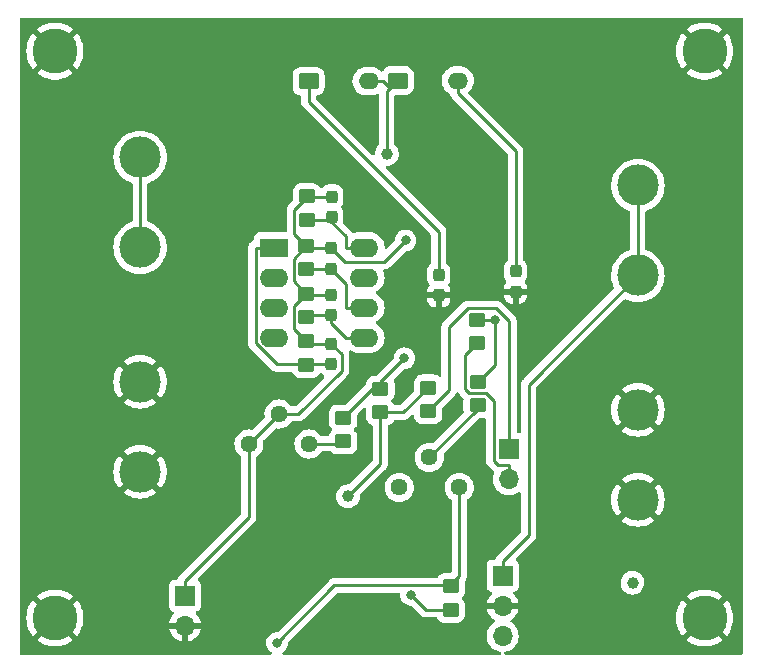
<source format=gbr>
%TF.GenerationSoftware,KiCad,Pcbnew,(6.0.11)*%
%TF.CreationDate,2023-02-15T13:18:50+01:00*%
%TF.ProjectId,FringeLocker,4672696e-6765-44c6-9f63-6b65722e6b69,0.1*%
%TF.SameCoordinates,Original*%
%TF.FileFunction,Copper,L2,Bot*%
%TF.FilePolarity,Positive*%
%FSLAX46Y46*%
G04 Gerber Fmt 4.6, Leading zero omitted, Abs format (unit mm)*
G04 Created by KiCad (PCBNEW (6.0.11)) date 2023-02-15 13:18:50*
%MOMM*%
%LPD*%
G01*
G04 APERTURE LIST*
G04 Aperture macros list*
%AMRoundRect*
0 Rectangle with rounded corners*
0 $1 Rounding radius*
0 $2 $3 $4 $5 $6 $7 $8 $9 X,Y pos of 4 corners*
0 Add a 4 corners polygon primitive as box body*
4,1,4,$2,$3,$4,$5,$6,$7,$8,$9,$2,$3,0*
0 Add four circle primitives for the rounded corners*
1,1,$1+$1,$2,$3*
1,1,$1+$1,$4,$5*
1,1,$1+$1,$6,$7*
1,1,$1+$1,$8,$9*
0 Add four rect primitives between the rounded corners*
20,1,$1+$1,$2,$3,$4,$5,0*
20,1,$1+$1,$4,$5,$6,$7,0*
20,1,$1+$1,$6,$7,$8,$9,0*
20,1,$1+$1,$8,$9,$2,$3,0*%
G04 Aperture macros list end*
%TA.AperFunction,ComponentPad*%
%ADD10C,3.800000*%
%TD*%
%TA.AperFunction,ComponentPad*%
%ADD11C,1.000000*%
%TD*%
%TA.AperFunction,ComponentPad*%
%ADD12C,1.440000*%
%TD*%
%TA.AperFunction,ComponentPad*%
%ADD13R,1.700000X1.700000*%
%TD*%
%TA.AperFunction,ComponentPad*%
%ADD14O,1.700000X1.700000*%
%TD*%
%TA.AperFunction,ComponentPad*%
%ADD15C,3.500000*%
%TD*%
%TA.AperFunction,ComponentPad*%
%ADD16O,2.400000X1.600000*%
%TD*%
%TA.AperFunction,ComponentPad*%
%ADD17R,2.400000X1.600000*%
%TD*%
%TA.AperFunction,SMDPad,CuDef*%
%ADD18RoundRect,0.237500X-0.237500X0.300000X-0.237500X-0.300000X0.237500X-0.300000X0.237500X0.300000X0*%
%TD*%
%TA.AperFunction,SMDPad,CuDef*%
%ADD19RoundRect,0.250000X-0.450000X0.350000X-0.450000X-0.350000X0.450000X-0.350000X0.450000X0.350000X0*%
%TD*%
%TA.AperFunction,SMDPad,CuDef*%
%ADD20RoundRect,0.250000X0.450000X-0.350000X0.450000X0.350000X-0.450000X0.350000X-0.450000X-0.350000X0*%
%TD*%
%TA.AperFunction,ComponentPad*%
%ADD21RoundRect,0.249200X-0.600800X-0.450800X0.600800X-0.450800X0.600800X0.450800X-0.600800X0.450800X0*%
%TD*%
%TA.AperFunction,ComponentPad*%
%ADD22O,1.700000X1.400000*%
%TD*%
%TA.AperFunction,ViaPad*%
%ADD23C,0.800000*%
%TD*%
%TA.AperFunction,Conductor*%
%ADD24C,0.250000*%
%TD*%
G04 APERTURE END LIST*
D10*
%TO.P,REF3,3*%
%TO.N,GND*%
X164500000Y-104500000D03*
%TD*%
%TO.P,REF4,4*%
%TO.N,GND*%
X109500000Y-104500000D03*
%TD*%
%TO.P,REF2,2*%
%TO.N,GND*%
X164500000Y-56500000D03*
%TD*%
%TO.P,REF1,1*%
%TO.N,GND*%
X109500000Y-56500000D03*
%TD*%
D11*
%TO.P,TP2,1,1*%
%TO.N,Net-(J1-Pad2)*%
X158400000Y-101500000D03*
%TD*%
D12*
%TO.P,RV2,1,1*%
%TO.N,-15V*%
X138645000Y-93437500D03*
%TO.P,RV2,2,2*%
%TO.N,Net-(R5-Pad1)*%
X141185000Y-90897500D03*
%TO.P,RV2,3,3*%
%TO.N,+15V*%
X143725000Y-93437500D03*
%TD*%
D13*
%TO.P,J1,1,Pin_1*%
%TO.N,Net-(J1-Pad1)*%
X147945000Y-90212500D03*
D14*
%TO.P,J1,2,Pin_2*%
%TO.N,Net-(J1-Pad2)*%
X147945000Y-92752500D03*
%TD*%
D15*
%TO.P,BH1,1,V*%
%TO.N,Net-(BH1-Pad1)*%
X158850000Y-67880000D03*
%TO.P,BH1,2,V*%
X158850000Y-75500000D03*
%TO.P,BH1,3,GND*%
%TO.N,GND*%
X158850000Y-86880000D03*
%TO.P,BH1,4,GND*%
X158850000Y-94500000D03*
%TD*%
D13*
%TO.P,J3,1,Pin_1*%
%TO.N,Net-(BH1-Pad1)*%
X147400000Y-100920000D03*
D14*
%TO.P,J3,2,Pin_2*%
%TO.N,GND*%
X147400000Y-103460000D03*
%TO.P,J3,3,Pin_3*%
%TO.N,Net-(BH2-Pad3)*%
X147400000Y-106000000D03*
%TD*%
D12*
%TO.P,RV1,1,1*%
%TO.N,Net-(C1-Pad1)*%
X125920000Y-89762500D03*
%TO.P,RV1,2,2*%
X128460000Y-87222500D03*
%TO.P,RV1,3,3*%
%TO.N,Net-(R4-Pad1)*%
X131000000Y-89762500D03*
%TD*%
D11*
%TO.P,TP1,1,1*%
%TO.N,Net-(R1-Pad1)*%
X134300000Y-94200000D03*
%TD*%
D16*
%TO.P,SW1,1,6*%
%TO.N,unconnected-(SW1-Pad1)*%
X128075000Y-80757500D03*
%TO.P,SW1,2,C*%
%TO.N,Net-(D1-Pad2)*%
X128075000Y-78217500D03*
%TO.P,SW1,3,5*%
%TO.N,unconnected-(SW1-Pad3)*%
X128075000Y-75677500D03*
D17*
%TO.P,SW1,4,4*%
%TO.N,Net-(C4-Pad2)*%
X128075000Y-73137500D03*
D16*
%TO.P,SW1,5,3*%
%TO.N,Net-(C3-Pad2)*%
X135695000Y-80757500D03*
%TO.P,SW1,6,2*%
%TO.N,Net-(C2-Pad2)*%
X135695000Y-78217500D03*
%TO.P,SW1,7,C*%
%TO.N,unconnected-(SW1-Pad7)*%
X135695000Y-75677500D03*
%TO.P,SW1,8,1*%
%TO.N,Net-(C1-Pad2)*%
X135695000Y-73137500D03*
%TD*%
D13*
%TO.P,J2,1,Pin_1*%
%TO.N,Net-(C1-Pad1)*%
X120500000Y-102605000D03*
D14*
%TO.P,J2,2,Pin_2*%
%TO.N,GND*%
X120500000Y-105145000D03*
%TD*%
D11*
%TO.P,TP3,1,1*%
%TO.N,Net-(D1-Pad2)*%
X137600000Y-65200000D03*
%TD*%
D15*
%TO.P,BH2,1,V*%
%TO.N,GND*%
X116700000Y-92120000D03*
%TO.P,BH2,2,V*%
X116700000Y-84500000D03*
%TO.P,BH2,3,GND*%
%TO.N,Net-(BH2-Pad3)*%
X116700000Y-73120000D03*
%TO.P,BH2,4,GND*%
X116700000Y-65500000D03*
%TD*%
D18*
%TO.P,C3,1*%
%TO.N,Net-(C1-Pad1)*%
X132895000Y-77137500D03*
%TO.P,C3,2*%
%TO.N,Net-(C3-Pad2)*%
X132895000Y-78862500D03*
%TD*%
%TO.P,C5,1*%
%TO.N,+15V*%
X142000000Y-75437500D03*
%TO.P,C5,2*%
%TO.N,GND*%
X142000000Y-77162500D03*
%TD*%
D19*
%TO.P,R2,1*%
%TO.N,Net-(R2-Pad1)*%
X137045000Y-85087500D03*
%TO.P,R2,2*%
%TO.N,Net-(R1-Pad1)*%
X137045000Y-87087500D03*
%TD*%
%TO.P,R10,1*%
%TO.N,+15V*%
X143000000Y-101800000D03*
%TO.P,R10,2*%
%TO.N,Net-(D3-Pad2)*%
X143000000Y-103800000D03*
%TD*%
D20*
%TO.P,R8,1*%
%TO.N,Net-(C3-Pad2)*%
X130795000Y-79037500D03*
%TO.P,R8,2*%
%TO.N,Net-(C1-Pad1)*%
X130795000Y-77037500D03*
%TD*%
%TO.P,R7,1*%
%TO.N,Net-(C2-Pad2)*%
X130795000Y-74987500D03*
%TO.P,R7,2*%
%TO.N,Net-(C1-Pad1)*%
X130795000Y-72987500D03*
%TD*%
D18*
%TO.P,C6,1*%
%TO.N,-15V*%
X148500000Y-75137500D03*
%TO.P,C6,2*%
%TO.N,GND*%
X148500000Y-76862500D03*
%TD*%
D20*
%TO.P,R9,1*%
%TO.N,Net-(C4-Pad2)*%
X130795000Y-83087500D03*
%TO.P,R9,2*%
%TO.N,Net-(C1-Pad1)*%
X130795000Y-81087500D03*
%TD*%
%TO.P,R4,1*%
%TO.N,Net-(R4-Pad1)*%
X133895000Y-89537500D03*
%TO.P,R4,2*%
%TO.N,Net-(R2-Pad1)*%
X133895000Y-87537500D03*
%TD*%
D18*
%TO.P,C1,1*%
%TO.N,Net-(C1-Pad1)*%
X132945000Y-68837500D03*
%TO.P,C1,2*%
%TO.N,Net-(C1-Pad2)*%
X132945000Y-70562500D03*
%TD*%
D20*
%TO.P,R5,1*%
%TO.N,Net-(R5-Pad1)*%
X145295000Y-86487500D03*
%TO.P,R5,2*%
%TO.N,Net-(R3-Pad1)*%
X145295000Y-84487500D03*
%TD*%
D21*
%TO.P,D2,1,K*%
%TO.N,Net-(D1-Pad2)*%
X138520000Y-59000000D03*
D22*
%TO.P,D2,2,A*%
%TO.N,-15V*%
X143600000Y-59000000D03*
%TD*%
D20*
%TO.P,R6,1*%
%TO.N,Net-(C1-Pad2)*%
X130845000Y-70787500D03*
%TO.P,R6,2*%
%TO.N,Net-(C1-Pad1)*%
X130845000Y-68787500D03*
%TD*%
D18*
%TO.P,C2,1*%
%TO.N,Net-(C1-Pad1)*%
X132895000Y-73187500D03*
%TO.P,C2,2*%
%TO.N,Net-(C2-Pad2)*%
X132895000Y-74912500D03*
%TD*%
D19*
%TO.P,R1,1*%
%TO.N,Net-(R1-Pad1)*%
X141095000Y-84987500D03*
%TO.P,R1,2*%
%TO.N,Net-(J1-Pad1)*%
X141095000Y-86987500D03*
%TD*%
D18*
%TO.P,C4,1*%
%TO.N,Net-(C1-Pad1)*%
X132895000Y-81287500D03*
%TO.P,C4,2*%
%TO.N,Net-(C4-Pad2)*%
X132895000Y-83012500D03*
%TD*%
D19*
%TO.P,R3,1*%
%TO.N,Net-(R3-Pad1)*%
X145195000Y-79237500D03*
%TO.P,R3,2*%
%TO.N,Net-(J1-Pad2)*%
X145195000Y-81237500D03*
%TD*%
D21*
%TO.P,D1,1,K*%
%TO.N,+15V*%
X130970000Y-59050000D03*
D22*
%TO.P,D1,2,A*%
%TO.N,Net-(D1-Pad2)*%
X136050000Y-59050000D03*
%TD*%
D23*
%TO.N,Net-(D3-Pad2)*%
X139638000Y-102552000D03*
%TO.N,Net-(C1-Pad1)*%
X139185000Y-72530700D03*
%TO.N,+15V*%
X128301000Y-106604000D03*
%TO.N,Net-(R3-Pad1)*%
X146733000Y-79266500D03*
%TO.N,Net-(R2-Pad1)*%
X139077000Y-82505700D03*
%TD*%
D24*
%TO.N,Net-(D3-Pad2)*%
X140886000Y-103800000D02*
X139638000Y-102552000D01*
X143000000Y-103800000D02*
X140886000Y-103800000D01*
%TO.N,Net-(BH2-Pad3)*%
X116700000Y-65500000D02*
X116700000Y-73120000D01*
%TO.N,Net-(BH1-Pad1)*%
X147400000Y-100920000D02*
X147400000Y-99694700D01*
X149595400Y-84754600D02*
X158850000Y-75500000D01*
X149595400Y-97499300D02*
X149595400Y-84754600D01*
X147400000Y-99694700D02*
X149595400Y-97499300D01*
X158850000Y-75500000D02*
X158850000Y-67880000D01*
%TO.N,Net-(D1-Pad2)*%
X136050000Y-59050000D02*
X137275300Y-59050000D01*
X137275300Y-59050000D02*
X137872700Y-59647300D01*
X138520000Y-59000000D02*
X137872700Y-59647300D01*
X137600000Y-59920000D02*
X137600000Y-65200000D01*
X137872700Y-59647300D02*
X137600000Y-59920000D01*
%TO.N,Net-(C4-Pad2)*%
X128075000Y-73137500D02*
X126499700Y-73137500D01*
X130795000Y-83012500D02*
X130795000Y-83087500D01*
X128267900Y-83012500D02*
X130795000Y-83012500D01*
X126499700Y-81244300D02*
X128267900Y-83012500D01*
X126499700Y-73137500D02*
X126499700Y-81244300D01*
X130795000Y-83012500D02*
X132895000Y-83012500D01*
%TO.N,Net-(C2-Pad2)*%
X135695000Y-78217500D02*
X134119700Y-78217500D01*
X132895000Y-74987500D02*
X130795000Y-74987500D01*
X132895000Y-74912500D02*
X132895000Y-74987500D01*
X134119700Y-76212200D02*
X134119700Y-78217500D01*
X132895000Y-74987500D02*
X134119700Y-76212200D01*
%TO.N,Net-(C1-Pad1)*%
X130995000Y-73187500D02*
X132895000Y-73187500D01*
X130795000Y-72987500D02*
X130995000Y-73187500D01*
X130895000Y-77137500D02*
X130795000Y-77037500D01*
X132895000Y-77137500D02*
X130895000Y-77137500D01*
X120500000Y-102605000D02*
X120500000Y-101379700D01*
X128460000Y-87222500D02*
X125920000Y-89762500D01*
X125920000Y-95959700D02*
X120500000Y-101379700D01*
X125920000Y-89762500D02*
X125920000Y-95959700D01*
X134038700Y-74331200D02*
X132895000Y-73187500D01*
X137384500Y-74331200D02*
X134038700Y-74331200D01*
X139185000Y-72530700D02*
X137384500Y-74331200D01*
X130845000Y-68837500D02*
X132945000Y-68837500D01*
X130845000Y-68837500D02*
X130845000Y-68787500D01*
X130995000Y-81287500D02*
X132895000Y-81287500D01*
X130795000Y-81087500D02*
X130995000Y-81287500D01*
X130109300Y-87222500D02*
X128460000Y-87222500D01*
X133781300Y-83550500D02*
X130109300Y-87222500D01*
X133781300Y-82173800D02*
X133781300Y-83550500D01*
X132895000Y-81287500D02*
X133781300Y-82173800D01*
X129718700Y-78113800D02*
X130795000Y-77037500D01*
X129718700Y-80011200D02*
X129718700Y-78113800D01*
X130795000Y-81087500D02*
X129718700Y-80011200D01*
X129718600Y-75961100D02*
X130795000Y-77037500D01*
X129718600Y-74063900D02*
X129718600Y-75961100D01*
X130795000Y-72987500D02*
X129718600Y-74063900D01*
X129767000Y-69915500D02*
X130845000Y-68837500D01*
X129767000Y-71959500D02*
X129767000Y-69915500D01*
X130795000Y-72987500D02*
X129767000Y-71959500D01*
%TO.N,-15V*%
X143600000Y-59000000D02*
X143600000Y-60075300D01*
X148500000Y-64975300D02*
X148500000Y-75137500D01*
X143600000Y-60075300D02*
X148500000Y-64975300D01*
%TO.N,+15V*%
X143725000Y-100970400D02*
X142947700Y-101747700D01*
X143725000Y-93437500D02*
X143725000Y-100970400D01*
X133157300Y-101747700D02*
X142947700Y-101747700D01*
X128301000Y-106604000D02*
X133157300Y-101747700D01*
X142947700Y-101747700D02*
X143000000Y-101800000D01*
X142000000Y-71808700D02*
X142000000Y-75437500D01*
X130970000Y-60778700D02*
X142000000Y-71808700D01*
X130970000Y-59050000D02*
X130970000Y-60778700D01*
%TO.N,Net-(C1-Pad2)*%
X135695000Y-73137500D02*
X134119700Y-73137500D01*
X134119700Y-72187200D02*
X134119700Y-73137500D01*
X132720000Y-70787500D02*
X134119700Y-72187200D01*
X130845000Y-70787500D02*
X132720000Y-70787500D01*
X132720000Y-70787500D02*
X132945000Y-70562500D01*
%TO.N,Net-(R4-Pad1)*%
X133670000Y-89762500D02*
X131000000Y-89762500D01*
X133895000Y-89537500D02*
X133670000Y-89762500D01*
%TO.N,Net-(R5-Pad1)*%
X145295000Y-86787500D02*
X141185000Y-90897500D01*
X145295000Y-86487500D02*
X145295000Y-86787500D01*
%TO.N,Net-(J1-Pad2)*%
X146988800Y-91527200D02*
X147945000Y-91527200D01*
X146630400Y-91168800D02*
X146988800Y-91527200D01*
X146630400Y-86104100D02*
X146630400Y-91168800D01*
X146013800Y-85487500D02*
X146630400Y-86104100D01*
X144582600Y-85487500D02*
X146013800Y-85487500D01*
X144199400Y-85104300D02*
X144582600Y-85487500D01*
X144199400Y-82233100D02*
X144199400Y-85104300D01*
X145195000Y-81237500D02*
X144199400Y-82233100D01*
X147945000Y-92752500D02*
X147945000Y-91527200D01*
%TO.N,Net-(C3-Pad2)*%
X135695000Y-80757500D02*
X134119700Y-80757500D01*
X132895000Y-79532800D02*
X132895000Y-78862500D01*
X134119700Y-80757500D02*
X132895000Y-79532800D01*
X130970000Y-78862500D02*
X130795000Y-79037500D01*
X132895000Y-78862500D02*
X130970000Y-78862500D01*
%TO.N,Net-(R3-Pad1)*%
X146733000Y-83049500D02*
X146733000Y-79266500D01*
X145295000Y-84487500D02*
X146733000Y-83049500D01*
X146704000Y-79237500D02*
X146733000Y-79266500D01*
X145195000Y-79237500D02*
X146704000Y-79237500D01*
%TO.N,Net-(R2-Pad1)*%
X137045000Y-84537700D02*
X137045000Y-85087500D01*
X139077000Y-82505700D02*
X137045000Y-84537700D01*
X136345000Y-85087500D02*
X137045000Y-85087500D01*
X133895000Y-87537500D02*
X136345000Y-85087500D01*
%TO.N,Net-(J1-Pad1)*%
X147945000Y-79356000D02*
X147945000Y-90212500D01*
X146849100Y-78260100D02*
X147945000Y-79356000D01*
X144481200Y-78260100D02*
X146849100Y-78260100D01*
X142851300Y-79890000D02*
X144481200Y-78260100D01*
X142851300Y-85231200D02*
X142851300Y-79890000D01*
X141095000Y-86987500D02*
X142851300Y-85231200D01*
%TO.N,Net-(R1-Pad1)*%
X138995000Y-87087500D02*
X137045000Y-87087500D01*
X141095000Y-84987500D02*
X138995000Y-87087500D01*
X137045000Y-91455000D02*
X134300000Y-94200000D01*
X137045000Y-87087500D02*
X137045000Y-91455000D01*
%TD*%
%TA.AperFunction,Conductor*%
%TO.N,GND*%
G36*
X167683621Y-53678502D02*
G01*
X167730114Y-53732158D01*
X167741500Y-53784500D01*
X167741500Y-107465500D01*
X167721498Y-107533621D01*
X167667842Y-107580114D01*
X167615500Y-107591500D01*
X147643588Y-107591500D01*
X147575467Y-107571498D01*
X147528974Y-107517842D01*
X147518870Y-107447568D01*
X147548364Y-107382988D01*
X147608090Y-107344604D01*
X147627578Y-107340521D01*
X147678288Y-107334025D01*
X147678289Y-107334025D01*
X147683416Y-107333368D01*
X147688366Y-107331883D01*
X147892429Y-107270661D01*
X147892434Y-107270659D01*
X147897384Y-107269174D01*
X148097994Y-107170896D01*
X148279860Y-107041173D01*
X148438096Y-106883489D01*
X148447415Y-106870521D01*
X148565435Y-106706277D01*
X148568453Y-106702077D01*
X148604715Y-106628707D01*
X148665136Y-106506453D01*
X148665137Y-106506451D01*
X148667430Y-106501811D01*
X148706142Y-106374394D01*
X162990314Y-106374394D01*
X162999143Y-106386014D01*
X163203970Y-106534830D01*
X163210650Y-106539070D01*
X163469234Y-106681228D01*
X163476369Y-106684585D01*
X163750746Y-106793219D01*
X163758237Y-106795653D01*
X164044059Y-106869039D01*
X164051830Y-106870521D01*
X164344570Y-106907503D01*
X164352460Y-106908000D01*
X164647540Y-106908000D01*
X164655430Y-106907503D01*
X164948170Y-106870521D01*
X164955941Y-106869039D01*
X165241763Y-106795653D01*
X165249254Y-106793219D01*
X165523631Y-106684585D01*
X165530766Y-106681228D01*
X165789350Y-106539070D01*
X165796030Y-106534830D01*
X166001230Y-106385744D01*
X166009653Y-106374821D01*
X166002749Y-106361960D01*
X164512810Y-104872020D01*
X164498869Y-104864408D01*
X164497034Y-104864539D01*
X164490420Y-104868790D01*
X162996927Y-106362284D01*
X162990314Y-106374394D01*
X148706142Y-106374394D01*
X148732370Y-106288069D01*
X148761529Y-106066590D01*
X148762379Y-106031812D01*
X148763074Y-106003365D01*
X148763074Y-106003361D01*
X148763156Y-106000000D01*
X148744852Y-105777361D01*
X148690431Y-105560702D01*
X148601354Y-105355840D01*
X148480014Y-105168277D01*
X148329670Y-105003051D01*
X148325619Y-104999852D01*
X148325615Y-104999848D01*
X148158414Y-104867800D01*
X148158410Y-104867798D01*
X148154359Y-104864598D01*
X148112569Y-104841529D01*
X148062598Y-104791097D01*
X148047826Y-104721654D01*
X148072942Y-104655248D01*
X148100294Y-104628641D01*
X148275095Y-104503958D01*
X162087488Y-104503958D01*
X162106015Y-104798436D01*
X162107008Y-104806297D01*
X162162296Y-105096128D01*
X162164267Y-105103805D01*
X162255446Y-105384424D01*
X162258361Y-105391787D01*
X162383993Y-105658770D01*
X162387805Y-105665703D01*
X162545909Y-105914835D01*
X162550563Y-105921241D01*
X162615521Y-105999761D01*
X162628040Y-106008217D01*
X162638778Y-106002011D01*
X164127980Y-104512810D01*
X164134357Y-104501131D01*
X164864408Y-104501131D01*
X164864539Y-104502966D01*
X164868790Y-104509580D01*
X166360119Y-106000908D01*
X166373381Y-106008150D01*
X166383485Y-106000962D01*
X166449437Y-105921241D01*
X166454091Y-105914835D01*
X166612195Y-105665703D01*
X166616007Y-105658770D01*
X166741639Y-105391787D01*
X166744554Y-105384424D01*
X166835733Y-105103805D01*
X166837704Y-105096128D01*
X166892992Y-104806297D01*
X166893985Y-104798436D01*
X166912512Y-104503958D01*
X166912512Y-104496042D01*
X166893985Y-104201564D01*
X166892992Y-104193703D01*
X166837704Y-103903872D01*
X166835733Y-103896195D01*
X166744554Y-103615576D01*
X166741639Y-103608213D01*
X166616007Y-103341230D01*
X166612195Y-103334297D01*
X166454091Y-103085165D01*
X166449437Y-103078759D01*
X166384479Y-103000239D01*
X166371960Y-102991783D01*
X166361222Y-102997989D01*
X164872020Y-104487190D01*
X164864408Y-104501131D01*
X164134357Y-104501131D01*
X164135592Y-104498869D01*
X164135461Y-104497034D01*
X164131210Y-104490420D01*
X162639881Y-102999092D01*
X162626619Y-102991850D01*
X162616515Y-102999038D01*
X162550563Y-103078759D01*
X162545909Y-103085165D01*
X162387805Y-103334297D01*
X162383993Y-103341230D01*
X162258361Y-103608213D01*
X162255446Y-103615576D01*
X162164267Y-103896195D01*
X162162296Y-103903872D01*
X162107008Y-104193703D01*
X162106015Y-104201564D01*
X162087488Y-104496042D01*
X162087488Y-104503958D01*
X148275095Y-104503958D01*
X148275328Y-104503792D01*
X148283200Y-104497139D01*
X148434052Y-104346812D01*
X148440730Y-104338965D01*
X148565003Y-104166020D01*
X148570313Y-104157183D01*
X148664670Y-103966267D01*
X148668469Y-103956672D01*
X148730377Y-103752910D01*
X148732555Y-103742837D01*
X148733986Y-103731962D01*
X148731775Y-103717778D01*
X148718617Y-103714000D01*
X146083225Y-103714000D01*
X146069694Y-103717973D01*
X146068257Y-103727966D01*
X146098565Y-103862446D01*
X146101645Y-103872275D01*
X146181770Y-104069603D01*
X146186413Y-104078794D01*
X146297694Y-104260388D01*
X146303777Y-104268699D01*
X146443213Y-104429667D01*
X146450580Y-104436883D01*
X146614434Y-104572916D01*
X146622881Y-104578831D01*
X146691969Y-104619203D01*
X146740693Y-104670842D01*
X146753764Y-104740625D01*
X146727033Y-104806396D01*
X146686584Y-104839752D01*
X146673607Y-104846507D01*
X146669474Y-104849610D01*
X146669471Y-104849612D01*
X146499100Y-104977530D01*
X146494965Y-104980635D01*
X146340629Y-105142138D01*
X146214743Y-105326680D01*
X146120688Y-105529305D01*
X146060989Y-105744570D01*
X146037251Y-105966695D01*
X146037548Y-105971848D01*
X146037548Y-105971851D01*
X146043202Y-106069908D01*
X146050110Y-106189715D01*
X146051247Y-106194761D01*
X146051248Y-106194767D01*
X146061156Y-106238729D01*
X146099222Y-106407639D01*
X146137461Y-106501811D01*
X146176290Y-106597435D01*
X146183266Y-106614616D01*
X146185965Y-106619020D01*
X146292714Y-106793219D01*
X146299987Y-106805088D01*
X146446250Y-106973938D01*
X146618126Y-107116632D01*
X146811000Y-107229338D01*
X147019692Y-107309030D01*
X147024760Y-107310061D01*
X147024763Y-107310062D01*
X147181891Y-107342030D01*
X147244656Y-107375211D01*
X147279518Y-107437059D01*
X147275409Y-107507937D01*
X147233632Y-107565341D01*
X147167453Y-107591046D01*
X147156770Y-107591500D01*
X128875243Y-107591500D01*
X128807122Y-107571498D01*
X128760629Y-107517842D01*
X128750525Y-107447568D01*
X128780019Y-107382988D01*
X128801182Y-107363564D01*
X128906909Y-107286749D01*
X128906911Y-107286747D01*
X128912253Y-107282866D01*
X128916675Y-107277955D01*
X129035621Y-107145852D01*
X129035622Y-107145851D01*
X129040040Y-107140944D01*
X129135527Y-106975556D01*
X129194542Y-106793928D01*
X129211907Y-106628706D01*
X129238920Y-106563050D01*
X129248122Y-106552782D01*
X133382799Y-102418105D01*
X133445111Y-102384079D01*
X133471894Y-102381200D01*
X138602510Y-102381200D01*
X138670631Y-102401202D01*
X138717124Y-102454858D01*
X138727820Y-102520369D01*
X138725662Y-102540906D01*
X138724496Y-102552000D01*
X138725186Y-102558565D01*
X138741185Y-102710784D01*
X138744458Y-102741928D01*
X138803473Y-102923556D01*
X138806776Y-102929278D01*
X138806777Y-102929279D01*
X138838822Y-102984783D01*
X138898960Y-103088944D01*
X138903378Y-103093851D01*
X138903379Y-103093852D01*
X139022325Y-103225955D01*
X139026747Y-103230866D01*
X139181248Y-103343118D01*
X139187276Y-103345802D01*
X139187278Y-103345803D01*
X139349681Y-103418109D01*
X139355712Y-103420794D01*
X139449112Y-103440647D01*
X139536056Y-103459128D01*
X139536061Y-103459128D01*
X139542513Y-103460500D01*
X139598406Y-103460500D01*
X139666527Y-103480502D01*
X139687501Y-103497405D01*
X140382343Y-104192247D01*
X140389887Y-104200537D01*
X140394000Y-104207018D01*
X140399777Y-104212443D01*
X140443667Y-104253658D01*
X140446509Y-104256413D01*
X140466231Y-104276135D01*
X140469355Y-104278558D01*
X140469359Y-104278562D01*
X140469424Y-104278612D01*
X140478445Y-104286317D01*
X140510679Y-104316586D01*
X140517627Y-104320405D01*
X140517629Y-104320407D01*
X140528432Y-104326346D01*
X140544959Y-104337202D01*
X140554698Y-104344757D01*
X140554700Y-104344758D01*
X140560960Y-104349614D01*
X140601540Y-104367174D01*
X140612188Y-104372391D01*
X140650940Y-104393695D01*
X140658616Y-104395666D01*
X140658619Y-104395667D01*
X140670562Y-104398733D01*
X140689267Y-104405137D01*
X140707855Y-104413181D01*
X140715678Y-104414420D01*
X140715688Y-104414423D01*
X140751524Y-104420099D01*
X140763144Y-104422505D01*
X140798289Y-104431528D01*
X140805970Y-104433500D01*
X140826224Y-104433500D01*
X140845934Y-104435051D01*
X140865943Y-104438220D01*
X140873835Y-104437474D01*
X140909961Y-104434059D01*
X140921819Y-104433500D01*
X141763219Y-104433500D01*
X141831340Y-104453502D01*
X141870363Y-104493197D01*
X141951522Y-104624348D01*
X142076697Y-104749305D01*
X142082927Y-104753145D01*
X142082928Y-104753146D01*
X142220090Y-104837694D01*
X142227262Y-104842115D01*
X142240504Y-104846507D01*
X142388611Y-104895632D01*
X142388613Y-104895632D01*
X142395139Y-104897797D01*
X142401975Y-104898497D01*
X142401978Y-104898498D01*
X142445031Y-104902909D01*
X142499600Y-104908500D01*
X143500400Y-104908500D01*
X143503646Y-104908163D01*
X143503650Y-104908163D01*
X143599308Y-104898238D01*
X143599312Y-104898237D01*
X143606166Y-104897526D01*
X143612702Y-104895345D01*
X143612704Y-104895345D01*
X143759088Y-104846507D01*
X143773946Y-104841550D01*
X143924348Y-104748478D01*
X144049305Y-104623303D01*
X144142115Y-104472738D01*
X144197797Y-104304861D01*
X144199964Y-104283717D01*
X144208172Y-104203598D01*
X144208500Y-104200400D01*
X144208500Y-103399600D01*
X144202237Y-103339237D01*
X144198238Y-103300692D01*
X144198237Y-103300688D01*
X144197526Y-103293834D01*
X144141550Y-103126054D01*
X144048478Y-102975652D01*
X143961891Y-102889216D01*
X143927812Y-102826934D01*
X143932815Y-102756114D01*
X143961736Y-102711025D01*
X144044134Y-102628483D01*
X144049305Y-102623303D01*
X144097306Y-102545432D01*
X144138275Y-102478968D01*
X144138276Y-102478966D01*
X144142115Y-102472738D01*
X144180038Y-102358404D01*
X144195632Y-102311389D01*
X144195632Y-102311387D01*
X144197797Y-102304861D01*
X144208500Y-102200400D01*
X144208500Y-101430510D01*
X144232562Y-101356451D01*
X144236159Y-101351500D01*
X144241586Y-101345721D01*
X144251346Y-101327968D01*
X144262199Y-101311445D01*
X144269753Y-101301706D01*
X144274613Y-101295441D01*
X144292176Y-101254857D01*
X144297383Y-101244227D01*
X144318695Y-101205460D01*
X144320666Y-101197783D01*
X144320668Y-101197778D01*
X144323732Y-101185842D01*
X144330138Y-101167130D01*
X144333586Y-101159164D01*
X144338181Y-101148545D01*
X144339421Y-101140717D01*
X144339423Y-101140710D01*
X144345099Y-101104876D01*
X144347505Y-101093256D01*
X144356528Y-101058111D01*
X144356528Y-101058110D01*
X144358500Y-101050430D01*
X144358500Y-101030176D01*
X144360051Y-101010465D01*
X144361980Y-100998286D01*
X144363220Y-100990457D01*
X144359059Y-100946438D01*
X144358500Y-100934581D01*
X144358500Y-94559231D01*
X144378502Y-94491110D01*
X144412230Y-94456018D01*
X144517681Y-94382181D01*
X144669681Y-94230181D01*
X144792976Y-94054096D01*
X144807402Y-94023161D01*
X144881499Y-93864259D01*
X144881500Y-93864257D01*
X144883822Y-93859277D01*
X144889527Y-93837988D01*
X144938034Y-93656957D01*
X144938034Y-93656955D01*
X144939458Y-93651642D01*
X144958193Y-93437500D01*
X144939458Y-93223358D01*
X144934274Y-93204011D01*
X144885245Y-93021033D01*
X144885244Y-93021031D01*
X144883822Y-93015723D01*
X144881499Y-93010741D01*
X144795299Y-92825885D01*
X144795297Y-92825882D01*
X144792976Y-92820904D01*
X144669681Y-92644819D01*
X144517681Y-92492819D01*
X144341597Y-92369524D01*
X144336619Y-92367203D01*
X144336616Y-92367201D01*
X144151759Y-92281001D01*
X144151758Y-92281000D01*
X144146777Y-92278678D01*
X144141469Y-92277256D01*
X144141467Y-92277255D01*
X143944457Y-92224466D01*
X143944455Y-92224466D01*
X143939142Y-92223042D01*
X143725000Y-92204307D01*
X143510858Y-92223042D01*
X143505545Y-92224466D01*
X143505543Y-92224466D01*
X143308533Y-92277255D01*
X143308531Y-92277256D01*
X143303223Y-92278678D01*
X143298243Y-92281000D01*
X143298241Y-92281001D01*
X143113385Y-92367201D01*
X143113382Y-92367203D01*
X143108404Y-92369524D01*
X142932319Y-92492819D01*
X142780319Y-92644819D01*
X142657024Y-92820904D01*
X142654703Y-92825882D01*
X142654701Y-92825885D01*
X142568501Y-93010741D01*
X142566178Y-93015723D01*
X142564756Y-93021031D01*
X142564755Y-93021033D01*
X142515726Y-93204011D01*
X142510542Y-93223358D01*
X142491807Y-93437500D01*
X142510542Y-93651642D01*
X142511966Y-93656955D01*
X142511966Y-93656957D01*
X142560474Y-93837988D01*
X142566178Y-93859277D01*
X142568500Y-93864257D01*
X142568501Y-93864259D01*
X142642599Y-94023161D01*
X142657024Y-94054096D01*
X142780319Y-94230181D01*
X142932319Y-94382181D01*
X143037770Y-94456018D01*
X143082099Y-94511475D01*
X143091500Y-94559231D01*
X143091500Y-100565500D01*
X143071498Y-100633621D01*
X143017842Y-100680114D01*
X142965500Y-100691500D01*
X142499600Y-100691500D01*
X142496354Y-100691837D01*
X142496350Y-100691837D01*
X142400692Y-100701762D01*
X142400688Y-100701763D01*
X142393834Y-100702474D01*
X142387298Y-100704655D01*
X142387296Y-100704655D01*
X142255194Y-100748728D01*
X142226054Y-100758450D01*
X142075652Y-100851522D01*
X141950695Y-100976697D01*
X141946855Y-100982927D01*
X141946854Y-100982928D01*
X141902850Y-101054316D01*
X141850078Y-101101809D01*
X141795590Y-101114200D01*
X133236063Y-101114200D01*
X133224879Y-101113673D01*
X133217391Y-101111999D01*
X133209468Y-101112248D01*
X133149333Y-101114138D01*
X133145375Y-101114200D01*
X133117444Y-101114200D01*
X133113529Y-101114695D01*
X133113525Y-101114695D01*
X133113467Y-101114703D01*
X133113438Y-101114706D01*
X133101596Y-101115639D01*
X133057410Y-101117027D01*
X133040044Y-101122072D01*
X133037958Y-101122678D01*
X133018606Y-101126686D01*
X133011535Y-101127580D01*
X132998503Y-101129226D01*
X132991134Y-101132143D01*
X132991132Y-101132144D01*
X132957397Y-101145500D01*
X132946169Y-101149345D01*
X132903707Y-101161682D01*
X132896885Y-101165716D01*
X132896879Y-101165719D01*
X132886268Y-101171994D01*
X132868518Y-101180690D01*
X132857056Y-101185228D01*
X132857051Y-101185231D01*
X132849683Y-101188148D01*
X132843268Y-101192809D01*
X132813925Y-101214127D01*
X132804007Y-101220643D01*
X132785319Y-101231695D01*
X132765937Y-101243158D01*
X132751613Y-101257482D01*
X132736581Y-101270321D01*
X132720193Y-101282228D01*
X132696023Y-101311445D01*
X132692012Y-101316293D01*
X132684022Y-101325073D01*
X128350500Y-105658595D01*
X128288188Y-105692621D01*
X128261405Y-105695500D01*
X128205513Y-105695500D01*
X128199061Y-105696872D01*
X128199056Y-105696872D01*
X128112113Y-105715353D01*
X128018712Y-105735206D01*
X128012682Y-105737891D01*
X128012681Y-105737891D01*
X127850278Y-105810197D01*
X127850276Y-105810198D01*
X127844248Y-105812882D01*
X127689747Y-105925134D01*
X127685326Y-105930044D01*
X127685325Y-105930045D01*
X127619308Y-106003365D01*
X127561960Y-106067056D01*
X127558659Y-106072774D01*
X127491676Y-106188792D01*
X127466473Y-106232444D01*
X127407458Y-106414072D01*
X127406768Y-106420633D01*
X127406768Y-106420635D01*
X127398757Y-106496857D01*
X127387496Y-106604000D01*
X127407458Y-106793928D01*
X127466473Y-106975556D01*
X127561960Y-107140944D01*
X127566378Y-107145851D01*
X127566379Y-107145852D01*
X127685325Y-107277955D01*
X127689747Y-107282866D01*
X127695089Y-107286747D01*
X127695091Y-107286749D01*
X127800818Y-107363564D01*
X127844172Y-107419786D01*
X127850247Y-107490523D01*
X127817116Y-107553314D01*
X127755295Y-107588226D01*
X127726757Y-107591500D01*
X106634500Y-107591500D01*
X106566379Y-107571498D01*
X106519886Y-107517842D01*
X106508500Y-107465500D01*
X106508500Y-106374394D01*
X107990314Y-106374394D01*
X107999143Y-106386014D01*
X108203970Y-106534830D01*
X108210650Y-106539070D01*
X108469234Y-106681228D01*
X108476369Y-106684585D01*
X108750746Y-106793219D01*
X108758237Y-106795653D01*
X109044059Y-106869039D01*
X109051830Y-106870521D01*
X109344570Y-106907503D01*
X109352460Y-106908000D01*
X109647540Y-106908000D01*
X109655430Y-106907503D01*
X109948170Y-106870521D01*
X109955941Y-106869039D01*
X110241763Y-106795653D01*
X110249254Y-106793219D01*
X110523631Y-106684585D01*
X110530766Y-106681228D01*
X110789350Y-106539070D01*
X110796030Y-106534830D01*
X111001230Y-106385744D01*
X111009653Y-106374821D01*
X111002749Y-106361960D01*
X109512810Y-104872020D01*
X109498869Y-104864408D01*
X109497034Y-104864539D01*
X109490420Y-104868790D01*
X107996927Y-106362284D01*
X107990314Y-106374394D01*
X106508500Y-106374394D01*
X106508500Y-104503958D01*
X107087488Y-104503958D01*
X107106015Y-104798436D01*
X107107008Y-104806297D01*
X107162296Y-105096128D01*
X107164267Y-105103805D01*
X107255446Y-105384424D01*
X107258361Y-105391787D01*
X107383993Y-105658770D01*
X107387805Y-105665703D01*
X107545909Y-105914835D01*
X107550563Y-105921241D01*
X107615521Y-105999761D01*
X107628040Y-106008217D01*
X107638778Y-106002011D01*
X109127980Y-104512810D01*
X109134357Y-104501131D01*
X109864408Y-104501131D01*
X109864539Y-104502966D01*
X109868790Y-104509580D01*
X111360119Y-106000908D01*
X111373381Y-106008150D01*
X111383485Y-106000962D01*
X111449437Y-105921241D01*
X111454091Y-105914835D01*
X111612195Y-105665703D01*
X111616007Y-105658770D01*
X111731673Y-105412966D01*
X119168257Y-105412966D01*
X119198565Y-105547446D01*
X119201645Y-105557275D01*
X119281770Y-105754603D01*
X119286413Y-105763794D01*
X119397694Y-105945388D01*
X119403777Y-105953699D01*
X119543213Y-106114667D01*
X119550580Y-106121883D01*
X119714434Y-106257916D01*
X119722881Y-106263831D01*
X119906756Y-106371279D01*
X119916042Y-106375729D01*
X120115001Y-106451703D01*
X120124899Y-106454579D01*
X120228250Y-106475606D01*
X120242299Y-106474410D01*
X120246000Y-106464065D01*
X120246000Y-106463517D01*
X120754000Y-106463517D01*
X120758064Y-106477359D01*
X120771478Y-106479393D01*
X120778184Y-106478534D01*
X120788262Y-106476392D01*
X120992255Y-106415191D01*
X121001842Y-106411433D01*
X121193095Y-106317739D01*
X121201945Y-106312464D01*
X121375328Y-106188792D01*
X121383200Y-106182139D01*
X121534052Y-106031812D01*
X121540730Y-106023965D01*
X121665003Y-105851020D01*
X121670313Y-105842183D01*
X121764670Y-105651267D01*
X121768469Y-105641672D01*
X121830377Y-105437910D01*
X121832555Y-105427837D01*
X121833986Y-105416962D01*
X121831775Y-105402778D01*
X121818617Y-105399000D01*
X120772115Y-105399000D01*
X120756876Y-105403475D01*
X120755671Y-105404865D01*
X120754000Y-105412548D01*
X120754000Y-106463517D01*
X120246000Y-106463517D01*
X120246000Y-105417115D01*
X120241525Y-105401876D01*
X120240135Y-105400671D01*
X120232452Y-105399000D01*
X119183225Y-105399000D01*
X119169694Y-105402973D01*
X119168257Y-105412966D01*
X111731673Y-105412966D01*
X111741639Y-105391787D01*
X111744554Y-105384424D01*
X111835733Y-105103805D01*
X111837704Y-105096128D01*
X111892992Y-104806297D01*
X111893985Y-104798436D01*
X111912512Y-104503958D01*
X111912512Y-104496042D01*
X111893985Y-104201564D01*
X111892992Y-104193703D01*
X111837704Y-103903872D01*
X111835733Y-103896195D01*
X111744554Y-103615576D01*
X111741639Y-103608213D01*
X111692193Y-103503134D01*
X119141500Y-103503134D01*
X119148255Y-103565316D01*
X119199385Y-103701705D01*
X119286739Y-103818261D01*
X119403295Y-103905615D01*
X119411704Y-103908767D01*
X119411705Y-103908768D01*
X119520960Y-103949726D01*
X119577725Y-103992367D01*
X119602425Y-104058929D01*
X119587218Y-104128278D01*
X119567825Y-104154759D01*
X119444590Y-104283717D01*
X119438104Y-104291727D01*
X119318098Y-104467649D01*
X119313000Y-104476623D01*
X119223338Y-104669783D01*
X119219775Y-104679470D01*
X119164389Y-104879183D01*
X119165912Y-104887607D01*
X119178292Y-104891000D01*
X121818344Y-104891000D01*
X121831875Y-104887027D01*
X121833180Y-104877947D01*
X121791214Y-104710875D01*
X121787894Y-104701124D01*
X121702972Y-104505814D01*
X121698105Y-104496739D01*
X121582426Y-104317926D01*
X121576136Y-104309757D01*
X121432293Y-104151677D01*
X121401241Y-104087831D01*
X121409635Y-104017333D01*
X121454812Y-103962564D01*
X121481256Y-103948895D01*
X121588297Y-103908767D01*
X121596705Y-103905615D01*
X121713261Y-103818261D01*
X121800615Y-103701705D01*
X121851745Y-103565316D01*
X121858500Y-103503134D01*
X121858500Y-101706866D01*
X121851745Y-101644684D01*
X121800615Y-101508295D01*
X121713261Y-101391739D01*
X121641269Y-101337784D01*
X121598755Y-101280926D01*
X121593729Y-101210108D01*
X121627740Y-101147864D01*
X126312247Y-96463357D01*
X126320537Y-96455813D01*
X126327018Y-96451700D01*
X126373659Y-96402032D01*
X126376413Y-96399191D01*
X126396135Y-96379469D01*
X126398612Y-96376276D01*
X126406317Y-96367255D01*
X126431159Y-96340800D01*
X126436586Y-96335021D01*
X126440407Y-96328071D01*
X126446346Y-96317268D01*
X126457202Y-96300741D01*
X126464757Y-96291002D01*
X126464758Y-96291000D01*
X126469614Y-96284740D01*
X126487174Y-96244160D01*
X126492391Y-96233512D01*
X126509875Y-96201709D01*
X126509876Y-96201707D01*
X126513695Y-96194760D01*
X126518733Y-96175137D01*
X126525137Y-96156434D01*
X126530033Y-96145120D01*
X126530033Y-96145119D01*
X126533181Y-96137845D01*
X126534420Y-96130022D01*
X126534423Y-96130012D01*
X126540099Y-96094176D01*
X126542505Y-96082556D01*
X126551528Y-96047411D01*
X126551528Y-96047410D01*
X126553500Y-96039730D01*
X126553500Y-96019476D01*
X126555051Y-95999765D01*
X126556980Y-95987586D01*
X126558220Y-95979757D01*
X126554059Y-95935738D01*
X126553500Y-95923881D01*
X126553500Y-90884231D01*
X126573502Y-90816110D01*
X126607230Y-90781018D01*
X126712681Y-90707181D01*
X126864681Y-90555181D01*
X126987976Y-90379096D01*
X126994594Y-90364905D01*
X127076499Y-90189259D01*
X127076500Y-90189257D01*
X127078822Y-90184277D01*
X127115100Y-90048889D01*
X127133034Y-89981957D01*
X127133034Y-89981955D01*
X127134458Y-89976642D01*
X127153193Y-89762500D01*
X129766807Y-89762500D01*
X129785542Y-89976642D01*
X129786966Y-89981955D01*
X129786966Y-89981957D01*
X129804901Y-90048889D01*
X129841178Y-90184277D01*
X129843500Y-90189257D01*
X129843501Y-90189259D01*
X129925407Y-90364905D01*
X129932024Y-90379096D01*
X130055319Y-90555181D01*
X130207319Y-90707181D01*
X130383403Y-90830476D01*
X130388381Y-90832797D01*
X130388384Y-90832799D01*
X130573241Y-90918999D01*
X130578223Y-90921322D01*
X130583531Y-90922744D01*
X130583533Y-90922745D01*
X130780543Y-90975534D01*
X130780545Y-90975534D01*
X130785858Y-90976958D01*
X131000000Y-90995693D01*
X131214142Y-90976958D01*
X131219455Y-90975534D01*
X131219457Y-90975534D01*
X131416467Y-90922745D01*
X131416469Y-90922744D01*
X131421777Y-90921322D01*
X131426759Y-90918999D01*
X131611616Y-90832799D01*
X131611619Y-90832797D01*
X131616597Y-90830476D01*
X131792681Y-90707181D01*
X131944681Y-90555181D01*
X132018518Y-90449730D01*
X132073975Y-90405401D01*
X132121731Y-90396000D01*
X132828607Y-90396000D01*
X132896728Y-90416002D01*
X132917625Y-90432827D01*
X132971697Y-90486805D01*
X132977927Y-90490645D01*
X132977928Y-90490646D01*
X133115090Y-90575194D01*
X133122262Y-90579615D01*
X133184626Y-90600300D01*
X133283611Y-90633132D01*
X133283613Y-90633132D01*
X133290139Y-90635297D01*
X133296975Y-90635997D01*
X133296978Y-90635998D01*
X133340031Y-90640409D01*
X133394600Y-90646000D01*
X134395400Y-90646000D01*
X134398646Y-90645663D01*
X134398650Y-90645663D01*
X134494308Y-90635738D01*
X134494312Y-90635737D01*
X134501166Y-90635026D01*
X134507702Y-90632845D01*
X134507704Y-90632845D01*
X134639806Y-90588772D01*
X134668946Y-90579050D01*
X134819348Y-90485978D01*
X134944305Y-90360803D01*
X134967934Y-90322470D01*
X135033275Y-90216468D01*
X135033276Y-90216466D01*
X135037115Y-90210238D01*
X135092797Y-90042361D01*
X135094261Y-90028078D01*
X135098986Y-89981957D01*
X135103500Y-89937900D01*
X135103500Y-89137100D01*
X135102660Y-89129000D01*
X135093238Y-89038192D01*
X135093237Y-89038188D01*
X135092526Y-89031334D01*
X135070704Y-88965924D01*
X135038868Y-88870502D01*
X135036550Y-88863554D01*
X134943478Y-88713152D01*
X134856891Y-88626716D01*
X134822812Y-88564434D01*
X134827815Y-88493614D01*
X134856736Y-88448525D01*
X134939134Y-88365983D01*
X134944305Y-88360803D01*
X134948146Y-88354572D01*
X135033275Y-88216468D01*
X135033276Y-88216466D01*
X135037115Y-88210238D01*
X135092797Y-88042361D01*
X135093924Y-88031368D01*
X135103172Y-87941098D01*
X135103500Y-87937900D01*
X135103500Y-87277094D01*
X135123502Y-87208973D01*
X135140405Y-87187999D01*
X135621405Y-86706999D01*
X135683717Y-86672973D01*
X135754532Y-86678038D01*
X135811368Y-86720585D01*
X135836179Y-86787105D01*
X135836500Y-86796094D01*
X135836500Y-87487900D01*
X135836837Y-87491146D01*
X135836837Y-87491150D01*
X135846578Y-87585026D01*
X135847474Y-87593666D01*
X135849655Y-87600202D01*
X135849655Y-87600204D01*
X135869684Y-87660238D01*
X135903450Y-87761446D01*
X135996522Y-87911848D01*
X136001704Y-87917021D01*
X136019348Y-87934634D01*
X136121697Y-88036805D01*
X136127927Y-88040645D01*
X136127928Y-88040646D01*
X136217729Y-88096000D01*
X136272262Y-88129615D01*
X136325168Y-88147163D01*
X136383527Y-88187594D01*
X136410764Y-88253158D01*
X136411500Y-88266756D01*
X136411500Y-91140405D01*
X136391498Y-91208526D01*
X136374595Y-91229500D01*
X134449450Y-93154645D01*
X134387138Y-93188671D01*
X134347187Y-93190860D01*
X134313207Y-93187289D01*
X134313202Y-93187289D01*
X134307075Y-93186645D01*
X134224576Y-93194153D01*
X134116251Y-93204011D01*
X134116248Y-93204012D01*
X134110112Y-93204570D01*
X134104206Y-93206308D01*
X134104202Y-93206309D01*
X134027655Y-93228838D01*
X133920381Y-93260410D01*
X133914923Y-93263263D01*
X133914919Y-93263265D01*
X133824147Y-93310720D01*
X133745110Y-93352040D01*
X133590975Y-93475968D01*
X133463846Y-93627474D01*
X133460879Y-93632872D01*
X133460875Y-93632877D01*
X133411588Y-93722531D01*
X133368567Y-93800787D01*
X133366706Y-93806654D01*
X133366705Y-93806656D01*
X133329673Y-93923396D01*
X133308765Y-93989306D01*
X133286719Y-94185851D01*
X133288201Y-94203505D01*
X133301658Y-94363756D01*
X133303268Y-94382934D01*
X133304967Y-94388858D01*
X133340127Y-94511475D01*
X133357783Y-94573050D01*
X133448187Y-94748956D01*
X133571035Y-94903953D01*
X133721650Y-95032136D01*
X133894294Y-95128624D01*
X134082392Y-95189740D01*
X134278777Y-95213158D01*
X134284912Y-95212686D01*
X134284914Y-95212686D01*
X134469830Y-95198457D01*
X134469834Y-95198456D01*
X134475972Y-95197984D01*
X134666463Y-95144798D01*
X134671967Y-95142018D01*
X134671969Y-95142017D01*
X134837495Y-95058404D01*
X134837497Y-95058403D01*
X134842996Y-95055625D01*
X134998847Y-94933861D01*
X135128078Y-94784145D01*
X135225769Y-94612179D01*
X135288197Y-94424513D01*
X135312985Y-94228295D01*
X135313380Y-94200000D01*
X135308702Y-94152288D01*
X135321962Y-94082540D01*
X135345006Y-94050898D01*
X135958404Y-93437500D01*
X137411807Y-93437500D01*
X137430542Y-93651642D01*
X137431966Y-93656955D01*
X137431966Y-93656957D01*
X137480474Y-93837988D01*
X137486178Y-93859277D01*
X137488500Y-93864257D01*
X137488501Y-93864259D01*
X137562599Y-94023161D01*
X137577024Y-94054096D01*
X137700319Y-94230181D01*
X137852319Y-94382181D01*
X138028403Y-94505476D01*
X138033381Y-94507797D01*
X138033384Y-94507799D01*
X138218241Y-94593999D01*
X138223223Y-94596322D01*
X138228531Y-94597744D01*
X138228533Y-94597745D01*
X138425543Y-94650534D01*
X138425545Y-94650534D01*
X138430858Y-94651958D01*
X138645000Y-94670693D01*
X138859142Y-94651958D01*
X138864455Y-94650534D01*
X138864457Y-94650534D01*
X139061467Y-94597745D01*
X139061469Y-94597744D01*
X139066777Y-94596322D01*
X139071759Y-94593999D01*
X139256616Y-94507799D01*
X139256619Y-94507797D01*
X139261597Y-94505476D01*
X139437681Y-94382181D01*
X139589681Y-94230181D01*
X139712976Y-94054096D01*
X139727402Y-94023161D01*
X139801499Y-93864259D01*
X139801500Y-93864257D01*
X139803822Y-93859277D01*
X139809527Y-93837988D01*
X139858034Y-93656957D01*
X139858034Y-93656955D01*
X139859458Y-93651642D01*
X139878193Y-93437500D01*
X139859458Y-93223358D01*
X139854274Y-93204011D01*
X139805245Y-93021033D01*
X139805244Y-93021031D01*
X139803822Y-93015723D01*
X139801499Y-93010741D01*
X139715299Y-92825885D01*
X139715297Y-92825882D01*
X139712976Y-92820904D01*
X139589681Y-92644819D01*
X139437681Y-92492819D01*
X139261597Y-92369524D01*
X139256619Y-92367203D01*
X139256616Y-92367201D01*
X139071759Y-92281001D01*
X139071758Y-92281000D01*
X139066777Y-92278678D01*
X139061469Y-92277256D01*
X139061467Y-92277255D01*
X138864457Y-92224466D01*
X138864455Y-92224466D01*
X138859142Y-92223042D01*
X138645000Y-92204307D01*
X138430858Y-92223042D01*
X138425545Y-92224466D01*
X138425543Y-92224466D01*
X138228533Y-92277255D01*
X138228531Y-92277256D01*
X138223223Y-92278678D01*
X138218243Y-92281000D01*
X138218241Y-92281001D01*
X138033385Y-92367201D01*
X138033382Y-92367203D01*
X138028404Y-92369524D01*
X137852319Y-92492819D01*
X137700319Y-92644819D01*
X137577024Y-92820904D01*
X137574703Y-92825882D01*
X137574701Y-92825885D01*
X137488501Y-93010741D01*
X137486178Y-93015723D01*
X137484756Y-93021031D01*
X137484755Y-93021033D01*
X137435726Y-93204011D01*
X137430542Y-93223358D01*
X137411807Y-93437500D01*
X135958404Y-93437500D01*
X137437247Y-91958657D01*
X137445537Y-91951113D01*
X137452018Y-91947000D01*
X137498659Y-91897332D01*
X137501413Y-91894491D01*
X137521134Y-91874770D01*
X137523612Y-91871575D01*
X137531318Y-91862553D01*
X137556158Y-91836101D01*
X137561586Y-91830321D01*
X137571346Y-91812568D01*
X137582199Y-91796045D01*
X137589753Y-91786306D01*
X137594613Y-91780041D01*
X137612176Y-91739457D01*
X137617383Y-91728827D01*
X137638695Y-91690060D01*
X137640666Y-91682383D01*
X137640668Y-91682378D01*
X137643732Y-91670442D01*
X137650138Y-91651730D01*
X137655033Y-91640419D01*
X137658181Y-91633145D01*
X137659421Y-91625317D01*
X137659423Y-91625310D01*
X137665099Y-91589476D01*
X137667505Y-91577856D01*
X137676528Y-91542711D01*
X137676528Y-91542710D01*
X137678500Y-91535030D01*
X137678500Y-91514776D01*
X137680051Y-91495065D01*
X137681980Y-91482886D01*
X137683220Y-91475057D01*
X137679059Y-91431038D01*
X137678500Y-91419181D01*
X137678500Y-88266697D01*
X137698502Y-88198576D01*
X137752158Y-88152083D01*
X137764623Y-88147174D01*
X137812002Y-88131367D01*
X137812004Y-88131366D01*
X137818946Y-88129050D01*
X137969348Y-88035978D01*
X138094305Y-87910803D01*
X138098146Y-87904572D01*
X138174389Y-87780884D01*
X138227162Y-87733390D01*
X138281649Y-87721000D01*
X138916233Y-87721000D01*
X138927416Y-87721527D01*
X138934909Y-87723202D01*
X138942835Y-87722953D01*
X138942836Y-87722953D01*
X139002986Y-87721062D01*
X139006945Y-87721000D01*
X139034856Y-87721000D01*
X139038791Y-87720503D01*
X139038856Y-87720495D01*
X139050693Y-87719562D01*
X139082951Y-87718548D01*
X139086970Y-87718422D01*
X139094889Y-87718173D01*
X139114343Y-87712521D01*
X139133700Y-87708513D01*
X139145930Y-87706968D01*
X139145931Y-87706968D01*
X139153797Y-87705974D01*
X139161168Y-87703055D01*
X139161170Y-87703055D01*
X139194912Y-87689696D01*
X139206142Y-87685851D01*
X139240983Y-87675729D01*
X139240984Y-87675729D01*
X139248593Y-87673518D01*
X139255412Y-87669485D01*
X139255417Y-87669483D01*
X139266028Y-87663207D01*
X139283776Y-87654512D01*
X139302617Y-87647052D01*
X139338387Y-87621064D01*
X139348307Y-87614548D01*
X139379535Y-87596080D01*
X139379538Y-87596078D01*
X139386362Y-87592042D01*
X139400683Y-87577721D01*
X139415717Y-87564880D01*
X139425694Y-87557631D01*
X139432107Y-87552972D01*
X139460298Y-87518895D01*
X139468288Y-87510116D01*
X139671808Y-87306596D01*
X139734120Y-87272570D01*
X139804935Y-87277635D01*
X139861771Y-87320182D01*
X139886281Y-87387923D01*
X139886500Y-87387900D01*
X139886835Y-87391124D01*
X139886835Y-87391133D01*
X139896629Y-87485522D01*
X139897474Y-87493666D01*
X139899655Y-87500202D01*
X139899655Y-87500204D01*
X139915223Y-87546866D01*
X139953450Y-87661446D01*
X140046522Y-87811848D01*
X140171697Y-87936805D01*
X140177927Y-87940645D01*
X140177928Y-87940646D01*
X140315090Y-88025194D01*
X140322262Y-88029615D01*
X140364625Y-88043666D01*
X140483611Y-88083132D01*
X140483613Y-88083132D01*
X140490139Y-88085297D01*
X140496975Y-88085997D01*
X140496978Y-88085998D01*
X140540031Y-88090409D01*
X140594600Y-88096000D01*
X141595400Y-88096000D01*
X141598646Y-88095663D01*
X141598650Y-88095663D01*
X141694308Y-88085738D01*
X141694312Y-88085737D01*
X141701166Y-88085026D01*
X141707702Y-88082845D01*
X141707704Y-88082845D01*
X141839806Y-88038772D01*
X141868946Y-88029050D01*
X142019348Y-87935978D01*
X142144305Y-87810803D01*
X142157433Y-87789506D01*
X142233275Y-87666468D01*
X142233276Y-87666466D01*
X142237115Y-87660238D01*
X142266811Y-87570707D01*
X142290632Y-87498889D01*
X142290632Y-87498887D01*
X142292797Y-87492361D01*
X142303500Y-87387900D01*
X142303500Y-86727094D01*
X142323502Y-86658973D01*
X142340405Y-86637999D01*
X143243547Y-85734857D01*
X143251837Y-85727313D01*
X143258318Y-85723200D01*
X143304959Y-85673532D01*
X143307713Y-85670691D01*
X143327434Y-85650970D01*
X143329912Y-85647775D01*
X143337618Y-85638753D01*
X143362458Y-85612301D01*
X143367886Y-85606521D01*
X143374032Y-85595342D01*
X143377646Y-85588768D01*
X143388499Y-85572245D01*
X143396053Y-85562506D01*
X143400913Y-85556241D01*
X143418476Y-85515657D01*
X143423683Y-85505027D01*
X143444995Y-85466260D01*
X143444995Y-85466259D01*
X143445157Y-85466348D01*
X143486260Y-85413667D01*
X143553263Y-85390190D01*
X143622322Y-85406663D01*
X143661674Y-85441959D01*
X143665833Y-85447683D01*
X143672352Y-85457607D01*
X143690268Y-85487900D01*
X143694858Y-85495662D01*
X143709179Y-85509983D01*
X143722019Y-85525016D01*
X143733928Y-85541407D01*
X143740034Y-85546458D01*
X143768005Y-85569598D01*
X143776784Y-85577588D01*
X144064298Y-85865102D01*
X144098324Y-85927414D01*
X144098402Y-85979025D01*
X144097203Y-85982639D01*
X144086500Y-86087100D01*
X144086500Y-86887900D01*
X144097474Y-86993666D01*
X144099659Y-87000216D01*
X144100563Y-87004400D01*
X144095394Y-87075208D01*
X144066498Y-87120098D01*
X141532928Y-89653667D01*
X141470616Y-89687693D01*
X141411227Y-89686280D01*
X141408182Y-89685464D01*
X141399142Y-89683042D01*
X141185000Y-89664307D01*
X140970858Y-89683042D01*
X140965545Y-89684466D01*
X140965543Y-89684466D01*
X140768533Y-89737255D01*
X140768531Y-89737256D01*
X140763223Y-89738678D01*
X140758243Y-89741000D01*
X140758241Y-89741001D01*
X140573385Y-89827201D01*
X140573382Y-89827203D01*
X140568404Y-89829524D01*
X140392319Y-89952819D01*
X140240319Y-90104819D01*
X140117024Y-90280904D01*
X140114703Y-90285882D01*
X140114701Y-90285885D01*
X140058970Y-90405401D01*
X140026178Y-90475723D01*
X140024756Y-90481031D01*
X140024755Y-90481033D01*
X139983420Y-90635297D01*
X139970542Y-90683358D01*
X139951807Y-90897500D01*
X139970542Y-91111642D01*
X139971966Y-91116955D01*
X139971966Y-91116957D01*
X140017835Y-91288139D01*
X140026178Y-91319277D01*
X140028500Y-91324257D01*
X140028501Y-91324259D01*
X140108150Y-91495065D01*
X140117024Y-91514096D01*
X140240319Y-91690181D01*
X140392319Y-91842181D01*
X140568403Y-91965476D01*
X140573381Y-91967797D01*
X140573384Y-91967799D01*
X140654893Y-92005807D01*
X140763223Y-92056322D01*
X140768531Y-92057744D01*
X140768533Y-92057745D01*
X140965543Y-92110534D01*
X140965545Y-92110534D01*
X140970858Y-92111958D01*
X141185000Y-92130693D01*
X141399142Y-92111958D01*
X141404455Y-92110534D01*
X141404457Y-92110534D01*
X141601467Y-92057745D01*
X141601469Y-92057744D01*
X141606777Y-92056322D01*
X141715107Y-92005807D01*
X141796616Y-91967799D01*
X141796619Y-91967797D01*
X141801597Y-91965476D01*
X141977681Y-91842181D01*
X142129681Y-91690181D01*
X142252976Y-91514096D01*
X142261851Y-91495065D01*
X142341499Y-91324259D01*
X142341500Y-91324257D01*
X142343822Y-91319277D01*
X142352166Y-91288139D01*
X142398034Y-91116957D01*
X142398034Y-91116955D01*
X142399458Y-91111642D01*
X142418193Y-90897500D01*
X142399458Y-90683358D01*
X142396221Y-90671276D01*
X142397911Y-90600300D01*
X142428833Y-90549571D01*
X143886577Y-89091828D01*
X145345500Y-87632905D01*
X145407812Y-87598879D01*
X145434595Y-87596000D01*
X145795400Y-87596000D01*
X145798644Y-87595663D01*
X145798652Y-87595663D01*
X145857897Y-87589516D01*
X145927718Y-87602381D01*
X145979500Y-87650952D01*
X145996900Y-87714843D01*
X145996900Y-91090033D01*
X145996373Y-91101216D01*
X145994698Y-91108709D01*
X145994947Y-91116635D01*
X145994947Y-91116636D01*
X145996838Y-91176786D01*
X145996900Y-91180745D01*
X145996900Y-91208656D01*
X145997397Y-91212590D01*
X145997397Y-91212591D01*
X145997405Y-91212656D01*
X145998338Y-91224493D01*
X145999727Y-91268689D01*
X146005378Y-91288139D01*
X146009387Y-91307500D01*
X146011926Y-91327597D01*
X146014845Y-91334968D01*
X146014845Y-91334970D01*
X146028204Y-91368712D01*
X146032049Y-91379942D01*
X146044382Y-91422393D01*
X146048415Y-91429212D01*
X146048417Y-91429217D01*
X146054693Y-91439828D01*
X146063388Y-91457576D01*
X146070848Y-91476417D01*
X146075510Y-91482833D01*
X146075510Y-91482834D01*
X146096836Y-91512187D01*
X146103352Y-91522107D01*
X146115728Y-91543033D01*
X146125858Y-91560162D01*
X146140179Y-91574483D01*
X146153019Y-91589516D01*
X146164928Y-91605907D01*
X146171034Y-91610958D01*
X146199005Y-91634098D01*
X146207784Y-91642088D01*
X146485143Y-91919447D01*
X146492687Y-91927737D01*
X146496800Y-91934218D01*
X146502577Y-91939643D01*
X146546467Y-91980858D01*
X146549309Y-91983613D01*
X146569030Y-92003334D01*
X146572225Y-92005812D01*
X146581247Y-92013518D01*
X146613479Y-92043786D01*
X146620428Y-92047606D01*
X146631232Y-92053546D01*
X146647753Y-92064398D01*
X146655802Y-92070641D01*
X146697370Y-92128196D01*
X146701223Y-92199088D01*
X146692866Y-92223254D01*
X146667869Y-92277104D01*
X146667865Y-92277116D01*
X146665688Y-92281805D01*
X146605989Y-92497070D01*
X146582251Y-92719195D01*
X146582548Y-92724348D01*
X146582548Y-92724351D01*
X146594812Y-92937047D01*
X146595110Y-92942215D01*
X146596247Y-92947261D01*
X146596248Y-92947267D01*
X146620304Y-93054008D01*
X146644222Y-93160139D01*
X146728266Y-93367116D01*
X146730965Y-93371520D01*
X146820506Y-93517638D01*
X146844987Y-93557588D01*
X146991250Y-93726438D01*
X147163126Y-93869132D01*
X147356000Y-93981838D01*
X147360825Y-93983680D01*
X147360826Y-93983681D01*
X147391581Y-93995425D01*
X147564692Y-94061530D01*
X147569760Y-94062561D01*
X147569763Y-94062562D01*
X147642631Y-94077387D01*
X147783597Y-94106067D01*
X147788772Y-94106257D01*
X147788774Y-94106257D01*
X148001673Y-94114064D01*
X148001677Y-94114064D01*
X148006837Y-94114253D01*
X148011957Y-94113597D01*
X148011959Y-94113597D01*
X148223288Y-94086525D01*
X148223289Y-94086525D01*
X148228416Y-94085868D01*
X148242949Y-94081508D01*
X148437429Y-94023161D01*
X148437434Y-94023159D01*
X148442384Y-94021674D01*
X148642994Y-93923396D01*
X148647199Y-93920396D01*
X148647205Y-93920393D01*
X148762732Y-93837988D01*
X148829805Y-93814715D01*
X148898814Y-93831398D01*
X148947848Y-93882742D01*
X148961900Y-93940567D01*
X148961900Y-97184705D01*
X148941898Y-97252826D01*
X148924995Y-97273800D01*
X147007747Y-99191048D01*
X146999461Y-99198588D01*
X146992982Y-99202700D01*
X146987557Y-99208477D01*
X146946357Y-99252351D01*
X146943602Y-99255193D01*
X146923865Y-99274930D01*
X146921385Y-99278127D01*
X146913682Y-99287147D01*
X146883414Y-99319379D01*
X146879595Y-99326325D01*
X146879593Y-99326328D01*
X146873652Y-99337134D01*
X146862801Y-99353653D01*
X146850386Y-99369659D01*
X146847241Y-99376928D01*
X146847238Y-99376932D01*
X146832826Y-99410237D01*
X146827609Y-99420887D01*
X146806305Y-99459640D01*
X146804334Y-99467316D01*
X146801416Y-99474687D01*
X146800094Y-99474164D01*
X146768148Y-99527837D01*
X146704617Y-99559529D01*
X146682417Y-99561500D01*
X146501866Y-99561500D01*
X146439684Y-99568255D01*
X146303295Y-99619385D01*
X146186739Y-99706739D01*
X146099385Y-99823295D01*
X146048255Y-99959684D01*
X146041500Y-100021866D01*
X146041500Y-101818134D01*
X146048255Y-101880316D01*
X146099385Y-102016705D01*
X146186739Y-102133261D01*
X146303295Y-102220615D01*
X146311704Y-102223767D01*
X146311705Y-102223768D01*
X146420960Y-102264726D01*
X146477725Y-102307367D01*
X146502425Y-102373929D01*
X146487218Y-102443278D01*
X146467825Y-102469759D01*
X146344590Y-102598717D01*
X146338104Y-102606727D01*
X146218098Y-102782649D01*
X146213000Y-102791623D01*
X146123338Y-102984783D01*
X146119775Y-102994470D01*
X146064389Y-103194183D01*
X146065912Y-103202607D01*
X146078292Y-103206000D01*
X148718344Y-103206000D01*
X148731875Y-103202027D01*
X148733180Y-103192947D01*
X148691214Y-103025875D01*
X148687894Y-103016124D01*
X148602972Y-102820814D01*
X148598105Y-102811739D01*
X148482426Y-102632926D01*
X148476461Y-102625179D01*
X162990347Y-102625179D01*
X162997251Y-102638040D01*
X164487190Y-104127980D01*
X164501131Y-104135592D01*
X164502966Y-104135461D01*
X164509580Y-104131210D01*
X166003073Y-102637716D01*
X166009686Y-102625606D01*
X166000857Y-102613986D01*
X165796030Y-102465170D01*
X165789350Y-102460930D01*
X165530766Y-102318772D01*
X165523631Y-102315415D01*
X165249254Y-102206781D01*
X165241763Y-102204347D01*
X164955941Y-102130961D01*
X164948170Y-102129479D01*
X164655430Y-102092497D01*
X164647540Y-102092000D01*
X164352460Y-102092000D01*
X164344570Y-102092497D01*
X164051830Y-102129479D01*
X164044059Y-102130961D01*
X163758237Y-102204347D01*
X163750746Y-102206781D01*
X163476369Y-102315415D01*
X163469234Y-102318772D01*
X163210650Y-102460930D01*
X163203970Y-102465170D01*
X162998770Y-102614256D01*
X162990347Y-102625179D01*
X148476461Y-102625179D01*
X148476136Y-102624757D01*
X148332293Y-102466677D01*
X148301241Y-102402831D01*
X148309635Y-102332333D01*
X148354812Y-102277564D01*
X148381256Y-102263895D01*
X148488297Y-102223767D01*
X148496705Y-102220615D01*
X148613261Y-102133261D01*
X148700615Y-102016705D01*
X148751745Y-101880316D01*
X148758500Y-101818134D01*
X148758500Y-101485851D01*
X157386719Y-101485851D01*
X157403268Y-101682934D01*
X157457783Y-101873050D01*
X157548187Y-102048956D01*
X157671035Y-102203953D01*
X157675728Y-102207947D01*
X157675729Y-102207948D01*
X157750691Y-102271745D01*
X157821650Y-102332136D01*
X157994294Y-102428624D01*
X158182392Y-102489740D01*
X158378777Y-102513158D01*
X158384912Y-102512686D01*
X158384914Y-102512686D01*
X158569830Y-102498457D01*
X158569834Y-102498456D01*
X158575972Y-102497984D01*
X158766463Y-102444798D01*
X158771967Y-102442018D01*
X158771969Y-102442017D01*
X158937495Y-102358404D01*
X158937497Y-102358403D01*
X158942996Y-102355625D01*
X159098847Y-102233861D01*
X159228078Y-102084145D01*
X159325769Y-101912179D01*
X159388197Y-101724513D01*
X159412985Y-101528295D01*
X159413380Y-101500000D01*
X159394080Y-101303167D01*
X159391748Y-101295441D01*
X159338697Y-101119731D01*
X159336916Y-101113831D01*
X159244066Y-100939204D01*
X159169411Y-100847668D01*
X159122960Y-100790713D01*
X159122957Y-100790710D01*
X159119065Y-100785938D01*
X159112724Y-100780692D01*
X158971425Y-100663799D01*
X158971421Y-100663797D01*
X158966675Y-100659870D01*
X158792701Y-100565802D01*
X158603768Y-100507318D01*
X158597643Y-100506674D01*
X158597642Y-100506674D01*
X158413204Y-100487289D01*
X158413202Y-100487289D01*
X158407075Y-100486645D01*
X158324576Y-100494153D01*
X158216251Y-100504011D01*
X158216248Y-100504012D01*
X158210112Y-100504570D01*
X158204206Y-100506308D01*
X158204202Y-100506309D01*
X158099076Y-100537249D01*
X158020381Y-100560410D01*
X158014923Y-100563263D01*
X158014919Y-100563265D01*
X157924147Y-100610720D01*
X157845110Y-100652040D01*
X157690975Y-100775968D01*
X157563846Y-100927474D01*
X157560879Y-100932872D01*
X157560875Y-100932877D01*
X157507385Y-101030176D01*
X157468567Y-101100787D01*
X157466706Y-101106654D01*
X157466705Y-101106656D01*
X157420472Y-101252402D01*
X157408765Y-101289306D01*
X157386719Y-101485851D01*
X148758500Y-101485851D01*
X148758500Y-100021866D01*
X148751745Y-99959684D01*
X148700615Y-99823295D01*
X148613261Y-99706739D01*
X148541269Y-99652784D01*
X148498755Y-99595926D01*
X148493729Y-99525108D01*
X148527740Y-99462864D01*
X149987647Y-98002957D01*
X149995937Y-97995413D01*
X150002418Y-97991300D01*
X150049059Y-97941632D01*
X150051813Y-97938791D01*
X150071534Y-97919070D01*
X150074012Y-97915875D01*
X150081718Y-97906853D01*
X150106558Y-97880401D01*
X150111986Y-97874621D01*
X150121746Y-97856868D01*
X150132599Y-97840345D01*
X150140153Y-97830606D01*
X150145013Y-97824341D01*
X150162576Y-97783757D01*
X150167783Y-97773127D01*
X150189095Y-97734360D01*
X150191066Y-97726683D01*
X150191068Y-97726678D01*
X150194132Y-97714742D01*
X150200538Y-97696030D01*
X150205434Y-97684717D01*
X150208581Y-97677445D01*
X150215497Y-97633781D01*
X150217904Y-97622160D01*
X150226928Y-97587011D01*
X150226928Y-97587010D01*
X150228900Y-97579330D01*
X150228900Y-97559069D01*
X150230451Y-97539358D01*
X150232379Y-97527185D01*
X150233619Y-97519357D01*
X150229459Y-97475346D01*
X150228900Y-97463489D01*
X150228900Y-96268856D01*
X157446601Y-96268856D01*
X157453059Y-96278216D01*
X157469361Y-96292512D01*
X157475901Y-96297530D01*
X157715144Y-96457387D01*
X157722281Y-96461508D01*
X157980349Y-96588772D01*
X157987953Y-96591922D01*
X158260420Y-96684412D01*
X158268383Y-96686546D01*
X158550600Y-96742683D01*
X158558751Y-96743756D01*
X158845881Y-96762575D01*
X158854119Y-96762575D01*
X159141249Y-96743756D01*
X159149400Y-96742683D01*
X159431617Y-96686546D01*
X159439580Y-96684412D01*
X159712047Y-96591922D01*
X159719651Y-96588772D01*
X159977719Y-96461508D01*
X159984856Y-96457387D01*
X160224099Y-96297530D01*
X160230639Y-96292512D01*
X160245074Y-96279853D01*
X160253472Y-96266614D01*
X160247638Y-96256849D01*
X158862810Y-94872020D01*
X158848869Y-94864408D01*
X158847034Y-94864539D01*
X158840420Y-94868790D01*
X157454116Y-96255095D01*
X157446601Y-96268856D01*
X150228900Y-96268856D01*
X150228900Y-94504119D01*
X156587425Y-94504119D01*
X156606244Y-94791249D01*
X156607317Y-94799400D01*
X156663454Y-95081617D01*
X156665588Y-95089580D01*
X156758078Y-95362047D01*
X156761228Y-95369651D01*
X156888492Y-95627718D01*
X156892613Y-95634855D01*
X157052470Y-95874099D01*
X157057488Y-95880639D01*
X157070147Y-95895074D01*
X157083386Y-95903472D01*
X157093151Y-95897638D01*
X158477980Y-94512810D01*
X158484357Y-94501131D01*
X159214408Y-94501131D01*
X159214539Y-94502966D01*
X159218790Y-94509580D01*
X160605095Y-95895884D01*
X160618856Y-95903399D01*
X160628216Y-95896941D01*
X160642512Y-95880639D01*
X160647530Y-95874099D01*
X160807387Y-95634855D01*
X160811508Y-95627718D01*
X160938772Y-95369651D01*
X160941922Y-95362047D01*
X161034412Y-95089580D01*
X161036546Y-95081617D01*
X161092683Y-94799400D01*
X161093756Y-94791249D01*
X161112575Y-94504119D01*
X161112575Y-94495881D01*
X161093756Y-94208751D01*
X161092683Y-94200600D01*
X161036546Y-93918383D01*
X161034412Y-93910420D01*
X160941922Y-93637953D01*
X160938772Y-93630349D01*
X160811508Y-93372282D01*
X160807387Y-93365145D01*
X160647530Y-93125901D01*
X160642512Y-93119361D01*
X160629853Y-93104926D01*
X160616614Y-93096528D01*
X160606849Y-93102362D01*
X159222020Y-94487190D01*
X159214408Y-94501131D01*
X158484357Y-94501131D01*
X158485592Y-94498869D01*
X158485461Y-94497034D01*
X158481210Y-94490420D01*
X157094905Y-93104116D01*
X157081144Y-93096601D01*
X157071784Y-93103059D01*
X157057488Y-93119361D01*
X157052470Y-93125901D01*
X156892613Y-93365145D01*
X156888492Y-93372282D01*
X156761228Y-93630349D01*
X156758078Y-93637953D01*
X156665588Y-93910420D01*
X156663454Y-93918383D01*
X156607317Y-94200600D01*
X156606244Y-94208751D01*
X156587425Y-94495881D01*
X156587425Y-94504119D01*
X150228900Y-94504119D01*
X150228900Y-92733386D01*
X157446528Y-92733386D01*
X157452362Y-92743151D01*
X158837190Y-94127980D01*
X158851131Y-94135592D01*
X158852966Y-94135461D01*
X158859580Y-94131210D01*
X160245884Y-92744905D01*
X160253399Y-92731144D01*
X160246941Y-92721784D01*
X160230639Y-92707488D01*
X160224099Y-92702470D01*
X159984856Y-92542613D01*
X159977719Y-92538492D01*
X159719651Y-92411228D01*
X159712047Y-92408078D01*
X159439580Y-92315588D01*
X159431617Y-92313454D01*
X159149400Y-92257317D01*
X159141249Y-92256244D01*
X158854119Y-92237425D01*
X158845881Y-92237425D01*
X158558751Y-92256244D01*
X158550600Y-92257317D01*
X158268383Y-92313454D01*
X158260420Y-92315588D01*
X157987953Y-92408078D01*
X157980349Y-92411228D01*
X157722282Y-92538492D01*
X157715145Y-92542613D01*
X157475901Y-92702470D01*
X157469361Y-92707488D01*
X157454926Y-92720147D01*
X157446528Y-92733386D01*
X150228900Y-92733386D01*
X150228900Y-88648856D01*
X157446601Y-88648856D01*
X157453059Y-88658216D01*
X157469361Y-88672512D01*
X157475901Y-88677530D01*
X157715144Y-88837387D01*
X157722281Y-88841508D01*
X157980349Y-88968772D01*
X157987953Y-88971922D01*
X158260420Y-89064412D01*
X158268383Y-89066546D01*
X158550600Y-89122683D01*
X158558751Y-89123756D01*
X158845881Y-89142575D01*
X158854119Y-89142575D01*
X159141249Y-89123756D01*
X159149400Y-89122683D01*
X159431617Y-89066546D01*
X159439580Y-89064412D01*
X159712047Y-88971922D01*
X159719651Y-88968772D01*
X159977719Y-88841508D01*
X159984856Y-88837387D01*
X160224099Y-88677530D01*
X160230639Y-88672512D01*
X160245074Y-88659853D01*
X160253472Y-88646614D01*
X160247638Y-88636849D01*
X158862810Y-87252020D01*
X158848869Y-87244408D01*
X158847034Y-87244539D01*
X158840420Y-87248790D01*
X157454116Y-88635095D01*
X157446601Y-88648856D01*
X150228900Y-88648856D01*
X150228900Y-86884119D01*
X156587425Y-86884119D01*
X156606244Y-87171249D01*
X156607317Y-87179400D01*
X156663454Y-87461617D01*
X156665588Y-87469580D01*
X156758078Y-87742047D01*
X156761228Y-87749651D01*
X156888492Y-88007718D01*
X156892613Y-88014855D01*
X157052470Y-88254099D01*
X157057488Y-88260639D01*
X157070147Y-88275074D01*
X157083386Y-88283472D01*
X157093151Y-88277638D01*
X158477980Y-86892810D01*
X158484357Y-86881131D01*
X159214408Y-86881131D01*
X159214539Y-86882966D01*
X159218790Y-86889580D01*
X160605095Y-88275884D01*
X160618856Y-88283399D01*
X160628216Y-88276941D01*
X160642512Y-88260639D01*
X160647530Y-88254099D01*
X160807387Y-88014855D01*
X160811508Y-88007718D01*
X160938772Y-87749651D01*
X160941922Y-87742047D01*
X161034412Y-87469580D01*
X161036546Y-87461617D01*
X161092683Y-87179400D01*
X161093756Y-87171249D01*
X161112575Y-86884119D01*
X161112575Y-86875881D01*
X161093756Y-86588751D01*
X161092683Y-86580600D01*
X161036546Y-86298383D01*
X161034412Y-86290420D01*
X160941922Y-86017953D01*
X160938772Y-86010349D01*
X160811508Y-85752282D01*
X160807387Y-85745145D01*
X160647530Y-85505901D01*
X160642512Y-85499361D01*
X160629853Y-85484926D01*
X160616614Y-85476528D01*
X160606849Y-85482362D01*
X159222020Y-86867190D01*
X159214408Y-86881131D01*
X158484357Y-86881131D01*
X158485592Y-86878869D01*
X158485461Y-86877034D01*
X158481210Y-86870420D01*
X157094905Y-85484116D01*
X157081144Y-85476601D01*
X157071784Y-85483059D01*
X157057488Y-85499361D01*
X157052470Y-85505901D01*
X156892613Y-85745145D01*
X156888492Y-85752282D01*
X156761228Y-86010349D01*
X156758078Y-86017953D01*
X156665588Y-86290420D01*
X156663454Y-86298383D01*
X156607317Y-86580600D01*
X156606244Y-86588751D01*
X156587425Y-86875881D01*
X156587425Y-86884119D01*
X150228900Y-86884119D01*
X150228900Y-85113386D01*
X157446528Y-85113386D01*
X157452362Y-85123151D01*
X158837190Y-86507980D01*
X158851131Y-86515592D01*
X158852966Y-86515461D01*
X158859580Y-86511210D01*
X160245884Y-85124905D01*
X160253399Y-85111144D01*
X160246941Y-85101784D01*
X160230639Y-85087488D01*
X160224099Y-85082470D01*
X159984856Y-84922613D01*
X159977719Y-84918492D01*
X159719651Y-84791228D01*
X159712047Y-84788078D01*
X159439580Y-84695588D01*
X159431617Y-84693454D01*
X159149400Y-84637317D01*
X159141249Y-84636244D01*
X158854119Y-84617425D01*
X158845881Y-84617425D01*
X158558751Y-84636244D01*
X158550600Y-84637317D01*
X158268383Y-84693454D01*
X158260420Y-84695588D01*
X157987953Y-84788078D01*
X157980349Y-84791228D01*
X157722282Y-84918492D01*
X157715145Y-84922613D01*
X157475901Y-85082470D01*
X157469361Y-85087488D01*
X157454926Y-85100147D01*
X157446528Y-85113386D01*
X150228900Y-85113386D01*
X150228900Y-85069194D01*
X150248902Y-85001073D01*
X150265805Y-84980099D01*
X157699664Y-77546241D01*
X157761976Y-77512215D01*
X157832791Y-77517280D01*
X157844479Y-77522326D01*
X157909176Y-77554231D01*
X157980151Y-77589233D01*
X157980156Y-77589235D01*
X157983855Y-77591059D01*
X157987769Y-77592388D01*
X157987770Y-77592388D01*
X158260290Y-77684896D01*
X158260294Y-77684897D01*
X158264203Y-77686224D01*
X158268247Y-77687028D01*
X158268253Y-77687030D01*
X158550535Y-77743180D01*
X158550541Y-77743181D01*
X158554574Y-77743983D01*
X158558679Y-77744252D01*
X158558686Y-77744253D01*
X158845881Y-77763076D01*
X158850000Y-77763346D01*
X158854119Y-77763076D01*
X159141314Y-77744253D01*
X159141321Y-77744252D01*
X159145426Y-77743983D01*
X159149459Y-77743181D01*
X159149465Y-77743180D01*
X159431747Y-77687030D01*
X159431753Y-77687028D01*
X159435797Y-77686224D01*
X159439706Y-77684897D01*
X159439710Y-77684896D01*
X159712239Y-77592385D01*
X159712240Y-77592384D01*
X159716145Y-77591059D01*
X159865754Y-77517280D01*
X159977969Y-77461942D01*
X159977974Y-77461939D01*
X159981673Y-77460115D01*
X160046948Y-77416500D01*
X160224407Y-77297926D01*
X160224412Y-77297922D01*
X160227838Y-77295633D01*
X160230932Y-77292919D01*
X160230938Y-77292915D01*
X160447338Y-77103136D01*
X160450427Y-77100427D01*
X160515368Y-77026376D01*
X160642915Y-76880938D01*
X160642919Y-76880932D01*
X160645633Y-76877838D01*
X160686051Y-76817349D01*
X160807821Y-76635106D01*
X160810115Y-76631673D01*
X160823750Y-76604025D01*
X160915384Y-76418209D01*
X160941059Y-76366145D01*
X160979724Y-76252241D01*
X161034896Y-76089710D01*
X161034897Y-76089706D01*
X161036224Y-76085797D01*
X161037030Y-76081747D01*
X161093180Y-75799465D01*
X161093181Y-75799459D01*
X161093983Y-75795426D01*
X161094742Y-75783855D01*
X161113076Y-75504119D01*
X161113346Y-75500000D01*
X161105700Y-75383346D01*
X161094253Y-75208686D01*
X161094252Y-75208679D01*
X161093983Y-75204574D01*
X161070781Y-75087928D01*
X161037030Y-74918253D01*
X161037028Y-74918247D01*
X161036224Y-74914203D01*
X161033748Y-74906907D01*
X160942385Y-74637761D01*
X160942384Y-74637760D01*
X160941059Y-74633855D01*
X160843012Y-74435036D01*
X160811942Y-74372031D01*
X160811939Y-74372026D01*
X160810115Y-74368327D01*
X160733218Y-74253242D01*
X160647926Y-74125593D01*
X160647922Y-74125588D01*
X160645633Y-74122162D01*
X160642919Y-74119068D01*
X160642915Y-74119062D01*
X160453136Y-73902662D01*
X160450427Y-73899573D01*
X160233931Y-73709710D01*
X160230938Y-73707085D01*
X160230932Y-73707081D01*
X160227838Y-73704367D01*
X160224412Y-73702078D01*
X160224407Y-73702074D01*
X159985106Y-73542179D01*
X159981673Y-73539885D01*
X159977974Y-73538061D01*
X159977969Y-73538058D01*
X159774722Y-73437828D01*
X159716145Y-73408941D01*
X159568999Y-73358992D01*
X159510923Y-73318155D01*
X159484144Y-73252402D01*
X159483500Y-73239679D01*
X159483500Y-70140321D01*
X159503502Y-70072200D01*
X159557158Y-70025707D01*
X159568999Y-70021008D01*
X159712239Y-69972385D01*
X159712240Y-69972384D01*
X159716145Y-69971059D01*
X159907452Y-69876717D01*
X159977969Y-69841942D01*
X159977974Y-69841939D01*
X159981673Y-69840115D01*
X160047742Y-69795969D01*
X160224407Y-69677926D01*
X160224412Y-69677922D01*
X160227838Y-69675633D01*
X160230932Y-69672919D01*
X160230938Y-69672915D01*
X160447338Y-69483136D01*
X160450427Y-69480427D01*
X160505093Y-69418093D01*
X160642915Y-69260938D01*
X160642919Y-69260932D01*
X160645633Y-69257838D01*
X160692918Y-69187072D01*
X160807821Y-69015106D01*
X160810115Y-69011673D01*
X160941059Y-68746145D01*
X161036224Y-68465797D01*
X161051878Y-68387100D01*
X161093180Y-68179465D01*
X161093181Y-68179459D01*
X161093983Y-68175426D01*
X161098039Y-68113554D01*
X161113076Y-67884119D01*
X161113346Y-67880000D01*
X161108206Y-67801581D01*
X161094253Y-67588686D01*
X161094252Y-67588679D01*
X161093983Y-67584574D01*
X161069227Y-67460115D01*
X161037030Y-67298253D01*
X161037028Y-67298247D01*
X161036224Y-67294203D01*
X160941059Y-67013855D01*
X160810115Y-66748327D01*
X160734463Y-66635106D01*
X160647926Y-66505593D01*
X160647922Y-66505588D01*
X160645633Y-66502162D01*
X160642919Y-66499068D01*
X160642915Y-66499062D01*
X160453136Y-66282662D01*
X160450427Y-66279573D01*
X160401648Y-66236795D01*
X160230938Y-66087085D01*
X160230932Y-66087081D01*
X160227838Y-66084367D01*
X160224412Y-66082078D01*
X160224407Y-66082074D01*
X160008268Y-65937655D01*
X159981673Y-65919885D01*
X159977974Y-65918061D01*
X159977969Y-65918058D01*
X159841687Y-65850852D01*
X159716145Y-65788941D01*
X159712239Y-65787615D01*
X159439710Y-65695104D01*
X159439706Y-65695103D01*
X159435797Y-65693776D01*
X159431753Y-65692972D01*
X159431747Y-65692970D01*
X159149465Y-65636820D01*
X159149459Y-65636819D01*
X159145426Y-65636017D01*
X159141321Y-65635748D01*
X159141314Y-65635747D01*
X158854119Y-65616924D01*
X158850000Y-65616654D01*
X158845881Y-65616924D01*
X158558686Y-65635747D01*
X158558679Y-65635748D01*
X158554574Y-65636017D01*
X158550541Y-65636819D01*
X158550535Y-65636820D01*
X158268253Y-65692970D01*
X158268247Y-65692972D01*
X158264203Y-65693776D01*
X158260294Y-65695103D01*
X158260290Y-65695104D01*
X157987761Y-65787615D01*
X157983855Y-65788941D01*
X157858313Y-65850852D01*
X157722031Y-65918058D01*
X157722026Y-65918061D01*
X157718327Y-65919885D01*
X157691732Y-65937655D01*
X157475593Y-66082074D01*
X157475588Y-66082078D01*
X157472162Y-66084367D01*
X157469068Y-66087081D01*
X157469062Y-66087085D01*
X157298352Y-66236795D01*
X157249573Y-66279573D01*
X157246864Y-66282662D01*
X157057085Y-66499062D01*
X157057081Y-66499068D01*
X157054367Y-66502162D01*
X157052078Y-66505588D01*
X157052074Y-66505593D01*
X156965537Y-66635106D01*
X156889885Y-66748327D01*
X156758941Y-67013855D01*
X156663776Y-67294203D01*
X156662972Y-67298247D01*
X156662970Y-67298253D01*
X156630774Y-67460115D01*
X156606017Y-67584574D01*
X156605748Y-67588679D01*
X156605747Y-67588686D01*
X156591794Y-67801581D01*
X156586654Y-67880000D01*
X156586924Y-67884119D01*
X156601962Y-68113554D01*
X156606017Y-68175426D01*
X156606819Y-68179459D01*
X156606820Y-68179465D01*
X156648122Y-68387100D01*
X156663776Y-68465797D01*
X156758941Y-68746145D01*
X156889885Y-69011673D01*
X156892179Y-69015106D01*
X157007083Y-69187072D01*
X157054367Y-69257838D01*
X157057081Y-69260932D01*
X157057085Y-69260938D01*
X157194907Y-69418093D01*
X157249573Y-69480427D01*
X157252662Y-69483136D01*
X157469062Y-69672915D01*
X157469068Y-69672919D01*
X157472162Y-69675633D01*
X157475588Y-69677922D01*
X157475593Y-69677926D01*
X157652258Y-69795969D01*
X157718327Y-69840115D01*
X157722026Y-69841939D01*
X157722031Y-69841942D01*
X157792548Y-69876717D01*
X157983855Y-69971059D01*
X157987760Y-69972384D01*
X157987761Y-69972385D01*
X158131001Y-70021008D01*
X158189077Y-70061845D01*
X158215856Y-70127598D01*
X158216500Y-70140321D01*
X158216500Y-73239679D01*
X158196498Y-73307800D01*
X158142842Y-73354293D01*
X158131003Y-73358991D01*
X157983855Y-73408941D01*
X157925278Y-73437828D01*
X157722031Y-73538058D01*
X157722026Y-73538061D01*
X157718327Y-73539885D01*
X157714894Y-73542179D01*
X157475593Y-73702074D01*
X157475588Y-73702078D01*
X157472162Y-73704367D01*
X157469068Y-73707081D01*
X157469062Y-73707085D01*
X157466069Y-73709710D01*
X157249573Y-73899573D01*
X157246864Y-73902662D01*
X157057085Y-74119062D01*
X157057081Y-74119068D01*
X157054367Y-74122162D01*
X157052078Y-74125588D01*
X157052074Y-74125593D01*
X156966782Y-74253242D01*
X156889885Y-74368327D01*
X156888061Y-74372026D01*
X156888058Y-74372031D01*
X156856988Y-74435036D01*
X156758941Y-74633855D01*
X156757616Y-74637760D01*
X156757615Y-74637761D01*
X156666253Y-74906907D01*
X156663776Y-74914203D01*
X156662972Y-74918247D01*
X156662970Y-74918253D01*
X156629220Y-75087928D01*
X156606017Y-75204574D01*
X156605748Y-75208679D01*
X156605747Y-75208686D01*
X156594300Y-75383346D01*
X156586654Y-75500000D01*
X156586924Y-75504119D01*
X156605259Y-75783855D01*
X156606017Y-75795426D01*
X156606819Y-75799459D01*
X156606820Y-75799465D01*
X156662970Y-76081747D01*
X156663776Y-76085797D01*
X156665103Y-76089706D01*
X156665104Y-76089710D01*
X156720276Y-76252241D01*
X156758941Y-76366145D01*
X156784616Y-76418209D01*
X156827670Y-76505514D01*
X156839860Y-76575456D01*
X156812301Y-76640886D01*
X156803759Y-76650337D01*
X152974581Y-80479514D01*
X149203147Y-84250948D01*
X149194861Y-84258488D01*
X149188382Y-84262600D01*
X149182957Y-84268377D01*
X149141757Y-84312251D01*
X149139002Y-84315093D01*
X149119265Y-84334830D01*
X149116785Y-84338027D01*
X149109082Y-84347047D01*
X149078814Y-84379279D01*
X149074995Y-84386225D01*
X149074993Y-84386228D01*
X149069052Y-84397034D01*
X149058201Y-84413553D01*
X149045786Y-84429559D01*
X149042641Y-84436828D01*
X149042638Y-84436832D01*
X149028226Y-84470137D01*
X149023009Y-84480787D01*
X149001705Y-84519540D01*
X148999734Y-84527215D01*
X148999734Y-84527216D01*
X148996667Y-84539162D01*
X148990263Y-84557866D01*
X148982219Y-84576455D01*
X148980980Y-84584278D01*
X148980977Y-84584288D01*
X148975301Y-84620124D01*
X148972895Y-84631744D01*
X148966409Y-84657009D01*
X148961900Y-84674570D01*
X148961900Y-84694824D01*
X148960349Y-84714534D01*
X148957180Y-84734543D01*
X148957926Y-84742435D01*
X148961341Y-84778561D01*
X148961900Y-84790419D01*
X148961900Y-88728000D01*
X148941898Y-88796121D01*
X148888242Y-88842614D01*
X148835900Y-88854000D01*
X148704500Y-88854000D01*
X148636379Y-88833998D01*
X148589886Y-88780342D01*
X148578500Y-88728000D01*
X148578500Y-79434768D01*
X148579027Y-79423585D01*
X148580702Y-79416092D01*
X148580134Y-79398000D01*
X148578562Y-79348002D01*
X148578500Y-79344044D01*
X148578500Y-79316144D01*
X148577996Y-79312153D01*
X148577063Y-79300311D01*
X148575923Y-79264036D01*
X148575674Y-79256111D01*
X148570021Y-79236652D01*
X148566012Y-79217293D01*
X148564946Y-79208855D01*
X148563474Y-79197203D01*
X148560558Y-79189837D01*
X148560556Y-79189831D01*
X148547200Y-79156098D01*
X148543355Y-79144868D01*
X148533230Y-79110017D01*
X148533230Y-79110016D01*
X148531019Y-79102407D01*
X148520705Y-79084966D01*
X148512008Y-79067213D01*
X148507472Y-79055758D01*
X148504552Y-79048383D01*
X148478563Y-79012612D01*
X148472047Y-79002692D01*
X148449542Y-78964638D01*
X148435221Y-78950317D01*
X148422380Y-78935283D01*
X148415131Y-78925306D01*
X148410472Y-78918893D01*
X148376395Y-78890702D01*
X148367616Y-78882712D01*
X147352752Y-77867847D01*
X147345212Y-77859561D01*
X147341100Y-77853082D01*
X147291448Y-77806456D01*
X147288607Y-77803702D01*
X147268870Y-77783965D01*
X147265673Y-77781485D01*
X147256651Y-77773780D01*
X147245464Y-77763275D01*
X147224421Y-77743514D01*
X147217475Y-77739695D01*
X147217472Y-77739693D01*
X147206666Y-77733752D01*
X147190147Y-77722901D01*
X147189683Y-77722541D01*
X147174141Y-77710486D01*
X147166872Y-77707341D01*
X147166868Y-77707338D01*
X147133563Y-77692926D01*
X147122913Y-77687709D01*
X147084160Y-77666405D01*
X147064537Y-77661367D01*
X147045834Y-77654963D01*
X147034520Y-77650067D01*
X147034519Y-77650067D01*
X147027245Y-77646919D01*
X147019422Y-77645680D01*
X147019412Y-77645677D01*
X146983576Y-77640001D01*
X146971956Y-77637595D01*
X146936811Y-77628572D01*
X146936810Y-77628572D01*
X146929130Y-77626600D01*
X146908876Y-77626600D01*
X146889165Y-77625049D01*
X146876986Y-77623120D01*
X146869157Y-77621880D01*
X146839886Y-77624647D01*
X146825139Y-77626041D01*
X146813281Y-77626600D01*
X144559968Y-77626600D01*
X144548785Y-77626073D01*
X144541292Y-77624398D01*
X144533366Y-77624647D01*
X144533365Y-77624647D01*
X144473202Y-77626538D01*
X144469244Y-77626600D01*
X144441344Y-77626600D01*
X144437354Y-77627104D01*
X144425520Y-77628036D01*
X144381311Y-77629426D01*
X144373695Y-77631639D01*
X144373693Y-77631639D01*
X144361852Y-77635079D01*
X144342493Y-77639088D01*
X144341183Y-77639254D01*
X144322403Y-77641626D01*
X144315037Y-77644542D01*
X144315031Y-77644544D01*
X144281298Y-77657900D01*
X144270068Y-77661745D01*
X144254028Y-77666405D01*
X144227607Y-77674081D01*
X144220784Y-77678116D01*
X144210166Y-77684395D01*
X144192413Y-77693092D01*
X144184768Y-77696119D01*
X144173583Y-77700548D01*
X144159905Y-77710486D01*
X144137812Y-77726537D01*
X144127895Y-77733051D01*
X144089838Y-77755558D01*
X144075517Y-77769879D01*
X144060484Y-77782719D01*
X144044093Y-77794628D01*
X144035417Y-77805116D01*
X144015902Y-77828705D01*
X144007912Y-77837484D01*
X142459047Y-79386348D01*
X142450761Y-79393888D01*
X142444282Y-79398000D01*
X142438857Y-79403777D01*
X142397657Y-79447651D01*
X142394902Y-79450493D01*
X142375165Y-79470230D01*
X142372685Y-79473427D01*
X142364982Y-79482447D01*
X142334714Y-79514679D01*
X142330895Y-79521625D01*
X142330893Y-79521628D01*
X142324952Y-79532434D01*
X142314101Y-79548953D01*
X142301686Y-79564959D01*
X142298541Y-79572228D01*
X142298538Y-79572232D01*
X142284126Y-79605537D01*
X142278909Y-79616187D01*
X142257605Y-79654940D01*
X142255634Y-79662615D01*
X142255634Y-79662616D01*
X142252567Y-79674562D01*
X142246163Y-79693266D01*
X142238119Y-79711855D01*
X142236880Y-79719678D01*
X142236877Y-79719688D01*
X142231201Y-79755524D01*
X142228795Y-79767144D01*
X142217800Y-79809970D01*
X142217800Y-79830224D01*
X142216249Y-79849934D01*
X142213080Y-79869943D01*
X142213826Y-79877835D01*
X142217241Y-79913961D01*
X142217800Y-79925819D01*
X142217800Y-83936764D01*
X142197798Y-84004885D01*
X142144142Y-84051378D01*
X142073868Y-84061482D01*
X142018583Y-84037740D01*
X142018303Y-84038195D01*
X142015227Y-84036299D01*
X141986782Y-84018765D01*
X141873968Y-83949225D01*
X141873966Y-83949224D01*
X141867738Y-83945385D01*
X141779093Y-83915983D01*
X141706389Y-83891868D01*
X141706387Y-83891868D01*
X141699861Y-83889703D01*
X141693025Y-83889003D01*
X141693022Y-83889002D01*
X141649969Y-83884591D01*
X141595400Y-83879000D01*
X140594600Y-83879000D01*
X140591354Y-83879337D01*
X140591350Y-83879337D01*
X140495692Y-83889262D01*
X140495688Y-83889263D01*
X140488834Y-83889974D01*
X140482298Y-83892155D01*
X140482296Y-83892155D01*
X140403682Y-83918383D01*
X140321054Y-83945950D01*
X140170652Y-84039022D01*
X140165479Y-84044204D01*
X140155543Y-84054157D01*
X140045695Y-84164197D01*
X140041855Y-84170427D01*
X140041854Y-84170428D01*
X139992221Y-84250948D01*
X139952885Y-84314762D01*
X139950581Y-84321709D01*
X139901350Y-84470137D01*
X139897203Y-84482639D01*
X139896503Y-84489475D01*
X139896502Y-84489478D01*
X139894133Y-84512599D01*
X139886500Y-84587100D01*
X139886500Y-85247905D01*
X139866498Y-85316026D01*
X139849595Y-85337000D01*
X138769500Y-86417095D01*
X138707188Y-86451121D01*
X138680405Y-86454000D01*
X138281781Y-86454000D01*
X138213660Y-86433998D01*
X138174637Y-86394303D01*
X138097332Y-86269380D01*
X138093478Y-86263152D01*
X138006891Y-86176716D01*
X137972812Y-86114434D01*
X137977815Y-86043614D01*
X138006736Y-85998525D01*
X138089134Y-85915983D01*
X138094305Y-85910803D01*
X138109597Y-85885995D01*
X138183275Y-85766468D01*
X138183276Y-85766466D01*
X138187115Y-85760238D01*
X138227410Y-85638753D01*
X138240632Y-85598889D01*
X138240632Y-85598887D01*
X138242797Y-85592361D01*
X138244082Y-85579825D01*
X138251237Y-85509983D01*
X138253500Y-85487900D01*
X138253500Y-84687100D01*
X138248335Y-84637317D01*
X138243238Y-84588192D01*
X138243237Y-84588188D01*
X138242526Y-84581334D01*
X138234697Y-84557866D01*
X138188867Y-84420499D01*
X138186550Y-84413554D01*
X138184443Y-84410150D01*
X138173864Y-84341328D01*
X138202727Y-84276463D01*
X138209655Y-84268950D01*
X139027500Y-83451105D01*
X139089812Y-83417079D01*
X139116595Y-83414200D01*
X139172487Y-83414200D01*
X139178939Y-83412828D01*
X139178944Y-83412828D01*
X139265887Y-83394347D01*
X139359288Y-83374494D01*
X139365319Y-83371809D01*
X139527722Y-83299503D01*
X139527724Y-83299502D01*
X139533752Y-83296818D01*
X139688253Y-83184566D01*
X139759961Y-83104926D01*
X139811621Y-83047552D01*
X139811622Y-83047551D01*
X139816040Y-83042644D01*
X139911527Y-82877256D01*
X139970542Y-82695628D01*
X139990504Y-82505700D01*
X139977598Y-82382905D01*
X139971232Y-82322335D01*
X139971232Y-82322333D01*
X139970542Y-82315772D01*
X139911527Y-82134144D01*
X139902260Y-82118092D01*
X139863825Y-82051522D01*
X139816040Y-81968756D01*
X139788138Y-81937767D01*
X139692675Y-81831745D01*
X139692674Y-81831744D01*
X139688253Y-81826834D01*
X139533752Y-81714582D01*
X139527724Y-81711898D01*
X139527722Y-81711897D01*
X139365319Y-81639591D01*
X139365318Y-81639591D01*
X139359288Y-81636906D01*
X139265888Y-81617053D01*
X139178944Y-81598572D01*
X139178939Y-81598572D01*
X139172487Y-81597200D01*
X138981513Y-81597200D01*
X138975061Y-81598572D01*
X138975056Y-81598572D01*
X138888112Y-81617053D01*
X138794712Y-81636906D01*
X138788682Y-81639591D01*
X138788681Y-81639591D01*
X138626278Y-81711897D01*
X138626276Y-81711898D01*
X138620248Y-81714582D01*
X138465747Y-81826834D01*
X138461326Y-81831744D01*
X138461325Y-81831745D01*
X138365863Y-81937767D01*
X138337960Y-81968756D01*
X138290175Y-82051522D01*
X138251741Y-82118092D01*
X138242473Y-82134144D01*
X138183458Y-82315772D01*
X138182768Y-82322333D01*
X138182768Y-82322335D01*
X138176402Y-82382905D01*
X138168447Y-82458599D01*
X138166093Y-82480993D01*
X138139080Y-82546650D01*
X138129878Y-82556918D01*
X136744700Y-83942095D01*
X136682388Y-83976121D01*
X136655605Y-83979000D01*
X136544600Y-83979000D01*
X136541354Y-83979337D01*
X136541350Y-83979337D01*
X136445692Y-83989262D01*
X136445688Y-83989263D01*
X136438834Y-83989974D01*
X136432298Y-83992155D01*
X136432296Y-83992155D01*
X136404385Y-84001467D01*
X136271054Y-84045950D01*
X136120652Y-84139022D01*
X135995695Y-84264197D01*
X135991855Y-84270427D01*
X135991854Y-84270428D01*
X135920474Y-84386228D01*
X135902885Y-84414762D01*
X135897977Y-84429559D01*
X135861624Y-84539162D01*
X135847203Y-84582639D01*
X135846503Y-84589475D01*
X135846502Y-84589478D01*
X135839583Y-84657009D01*
X135812742Y-84722736D01*
X135803334Y-84733261D01*
X134144500Y-86392095D01*
X134082188Y-86426121D01*
X134055405Y-86429000D01*
X133394600Y-86429000D01*
X133391354Y-86429337D01*
X133391350Y-86429337D01*
X133295692Y-86439262D01*
X133295688Y-86439263D01*
X133288834Y-86439974D01*
X133282298Y-86442155D01*
X133282296Y-86442155D01*
X133255422Y-86451121D01*
X133121054Y-86495950D01*
X132970652Y-86589022D01*
X132845695Y-86714197D01*
X132841855Y-86720427D01*
X132841854Y-86720428D01*
X132800754Y-86787105D01*
X132752885Y-86864762D01*
X132750581Y-86871709D01*
X132705257Y-87008358D01*
X132697203Y-87032639D01*
X132696503Y-87039475D01*
X132696502Y-87039478D01*
X132692841Y-87075208D01*
X132686500Y-87137100D01*
X132686500Y-87937900D01*
X132686837Y-87941146D01*
X132686837Y-87941150D01*
X132696255Y-88031919D01*
X132697474Y-88043666D01*
X132699655Y-88050202D01*
X132699655Y-88050204D01*
X132738682Y-88167181D01*
X132753450Y-88211446D01*
X132846522Y-88361848D01*
X132918521Y-88433721D01*
X132933109Y-88448284D01*
X132967188Y-88510566D01*
X132962185Y-88581386D01*
X132933264Y-88626475D01*
X132899944Y-88659853D01*
X132845695Y-88714197D01*
X132752885Y-88864762D01*
X132697663Y-89031252D01*
X132697662Y-89031254D01*
X132697230Y-89032557D01*
X132697203Y-89032639D01*
X132696956Y-89032557D01*
X132664822Y-89091828D01*
X132602612Y-89126040D01*
X132575460Y-89129000D01*
X132121731Y-89129000D01*
X132053610Y-89108998D01*
X132018518Y-89075270D01*
X131944681Y-88969819D01*
X131792681Y-88817819D01*
X131616597Y-88694524D01*
X131611619Y-88692203D01*
X131611616Y-88692201D01*
X131426759Y-88606001D01*
X131426758Y-88606000D01*
X131421777Y-88603678D01*
X131416469Y-88602256D01*
X131416467Y-88602255D01*
X131219457Y-88549466D01*
X131219455Y-88549466D01*
X131214142Y-88548042D01*
X131000000Y-88529307D01*
X130785858Y-88548042D01*
X130780545Y-88549466D01*
X130780543Y-88549466D01*
X130583533Y-88602255D01*
X130583531Y-88602256D01*
X130578223Y-88603678D01*
X130573243Y-88606000D01*
X130573241Y-88606001D01*
X130388385Y-88692201D01*
X130388382Y-88692203D01*
X130383404Y-88694524D01*
X130207319Y-88817819D01*
X130055319Y-88969819D01*
X129932024Y-89145904D01*
X129841178Y-89340723D01*
X129785542Y-89548358D01*
X129766807Y-89762500D01*
X127153193Y-89762500D01*
X127134458Y-89548358D01*
X127131221Y-89536276D01*
X127132911Y-89465300D01*
X127163833Y-89414571D01*
X128112071Y-88466333D01*
X128174383Y-88432307D01*
X128233776Y-88433721D01*
X128239996Y-88435387D01*
X128245858Y-88436958D01*
X128460000Y-88455693D01*
X128674142Y-88436958D01*
X128679455Y-88435534D01*
X128679457Y-88435534D01*
X128876467Y-88382745D01*
X128876469Y-88382744D01*
X128881777Y-88381322D01*
X128914672Y-88365983D01*
X129071616Y-88292799D01*
X129071619Y-88292797D01*
X129076597Y-88290476D01*
X129252681Y-88167181D01*
X129404681Y-88015181D01*
X129478518Y-87909730D01*
X129533975Y-87865401D01*
X129581731Y-87856000D01*
X130030533Y-87856000D01*
X130041716Y-87856527D01*
X130049209Y-87858202D01*
X130057135Y-87857953D01*
X130057136Y-87857953D01*
X130117286Y-87856062D01*
X130121245Y-87856000D01*
X130149156Y-87856000D01*
X130153091Y-87855503D01*
X130153156Y-87855495D01*
X130164993Y-87854562D01*
X130197251Y-87853548D01*
X130201270Y-87853422D01*
X130209189Y-87853173D01*
X130228643Y-87847521D01*
X130248000Y-87843513D01*
X130260230Y-87841968D01*
X130260231Y-87841968D01*
X130268097Y-87840974D01*
X130275468Y-87838055D01*
X130275470Y-87838055D01*
X130309212Y-87824696D01*
X130320442Y-87820851D01*
X130355283Y-87810729D01*
X130355284Y-87810729D01*
X130362893Y-87808518D01*
X130369712Y-87804485D01*
X130369717Y-87804483D01*
X130380328Y-87798207D01*
X130398076Y-87789512D01*
X130416917Y-87782052D01*
X130452687Y-87756064D01*
X130462607Y-87749548D01*
X130493835Y-87731080D01*
X130493838Y-87731078D01*
X130500662Y-87727042D01*
X130514983Y-87712721D01*
X130530017Y-87699880D01*
X130539994Y-87692631D01*
X130546407Y-87687972D01*
X130574598Y-87653895D01*
X130582588Y-87645116D01*
X134173547Y-84054157D01*
X134181837Y-84046613D01*
X134188318Y-84042500D01*
X134234959Y-83992832D01*
X134237713Y-83989991D01*
X134257434Y-83970270D01*
X134259912Y-83967075D01*
X134267618Y-83958053D01*
X134276406Y-83948695D01*
X134297886Y-83925821D01*
X134307646Y-83908068D01*
X134318499Y-83891545D01*
X134320270Y-83889262D01*
X134330913Y-83875541D01*
X134348476Y-83834957D01*
X134353683Y-83824327D01*
X134374995Y-83785560D01*
X134376966Y-83777883D01*
X134376968Y-83777878D01*
X134380032Y-83765942D01*
X134386438Y-83747230D01*
X134391333Y-83735919D01*
X134394481Y-83728645D01*
X134395721Y-83720817D01*
X134395723Y-83720810D01*
X134401399Y-83684976D01*
X134403805Y-83673356D01*
X134412828Y-83638211D01*
X134412828Y-83638210D01*
X134414800Y-83630530D01*
X134414800Y-83610276D01*
X134416351Y-83590565D01*
X134418280Y-83578386D01*
X134419520Y-83570557D01*
X134415359Y-83526538D01*
X134414800Y-83514681D01*
X134414800Y-82252563D01*
X134415327Y-82241379D01*
X134417001Y-82233891D01*
X134414862Y-82165832D01*
X134414800Y-82161875D01*
X134414800Y-82133944D01*
X134414294Y-82129938D01*
X134413361Y-82118092D01*
X134412222Y-82081837D01*
X134411973Y-82073910D01*
X134406322Y-82054458D01*
X134402314Y-82035106D01*
X134400768Y-82022868D01*
X134400767Y-82022866D01*
X134399774Y-82015003D01*
X134396855Y-82007631D01*
X134394884Y-81999955D01*
X134396369Y-81999574D01*
X134390700Y-81937767D01*
X134423467Y-81874784D01*
X134485083Y-81839515D01*
X134555986Y-81843157D01*
X134586603Y-81858859D01*
X134609347Y-81874784D01*
X134638251Y-81895023D01*
X134643233Y-81897346D01*
X134643238Y-81897349D01*
X134840775Y-81989461D01*
X134845757Y-81991784D01*
X134851065Y-81993206D01*
X134851067Y-81993207D01*
X135061598Y-82049619D01*
X135061600Y-82049619D01*
X135066913Y-82051043D01*
X135166480Y-82059754D01*
X135235149Y-82065762D01*
X135235156Y-82065762D01*
X135237873Y-82066000D01*
X136152127Y-82066000D01*
X136154844Y-82065762D01*
X136154851Y-82065762D01*
X136223520Y-82059754D01*
X136323087Y-82051043D01*
X136328400Y-82049619D01*
X136328402Y-82049619D01*
X136538933Y-81993207D01*
X136538935Y-81993206D01*
X136544243Y-81991784D01*
X136549225Y-81989461D01*
X136746762Y-81897349D01*
X136746767Y-81897346D01*
X136751749Y-81895023D01*
X136898625Y-81792179D01*
X136934789Y-81766857D01*
X136934792Y-81766855D01*
X136939300Y-81763698D01*
X137101198Y-81601800D01*
X137126248Y-81566026D01*
X137203679Y-81455442D01*
X137232523Y-81414249D01*
X137234846Y-81409267D01*
X137234849Y-81409262D01*
X137326961Y-81211725D01*
X137326961Y-81211724D01*
X137329284Y-81206743D01*
X137337149Y-81177393D01*
X137387119Y-80990902D01*
X137387119Y-80990900D01*
X137388543Y-80985587D01*
X137408498Y-80757500D01*
X137388543Y-80529413D01*
X137367382Y-80450438D01*
X137330707Y-80313567D01*
X137330706Y-80313565D01*
X137329284Y-80308257D01*
X137314525Y-80276605D01*
X137234849Y-80105738D01*
X137234846Y-80105733D01*
X137232523Y-80100751D01*
X137136414Y-79963494D01*
X137104357Y-79917711D01*
X137104355Y-79917708D01*
X137101198Y-79913200D01*
X136939300Y-79751302D01*
X136934792Y-79748145D01*
X136934789Y-79748143D01*
X136818350Y-79666612D01*
X136751749Y-79619977D01*
X136746767Y-79617654D01*
X136746762Y-79617651D01*
X136712543Y-79601695D01*
X136659258Y-79554778D01*
X136639797Y-79486501D01*
X136660339Y-79418541D01*
X136712543Y-79373305D01*
X136746762Y-79357349D01*
X136746767Y-79357346D01*
X136751749Y-79355023D01*
X136920800Y-79236652D01*
X136934789Y-79226857D01*
X136934792Y-79226855D01*
X136939300Y-79223698D01*
X137101198Y-79061800D01*
X137232523Y-78874249D01*
X137234846Y-78869267D01*
X137234849Y-78869262D01*
X137326961Y-78671725D01*
X137326961Y-78671724D01*
X137329284Y-78666743D01*
X137388543Y-78445587D01*
X137408498Y-78217500D01*
X137388543Y-77989413D01*
X137373393Y-77932871D01*
X137330707Y-77773567D01*
X137330706Y-77773565D01*
X137329284Y-77768257D01*
X137325978Y-77761167D01*
X137234849Y-77565738D01*
X137234846Y-77565733D01*
X137232523Y-77560751D01*
X137196123Y-77508766D01*
X141017000Y-77508766D01*
X141017337Y-77515282D01*
X141027075Y-77609132D01*
X141029968Y-77622528D01*
X141080488Y-77773953D01*
X141086653Y-77787115D01*
X141170426Y-77922492D01*
X141179460Y-77933890D01*
X141292129Y-78046363D01*
X141303540Y-78055375D01*
X141439063Y-78138912D01*
X141452241Y-78145056D01*
X141603766Y-78195315D01*
X141617132Y-78198181D01*
X141709770Y-78207672D01*
X141716185Y-78208000D01*
X141727885Y-78208000D01*
X141743124Y-78203525D01*
X141744329Y-78202135D01*
X141746000Y-78194452D01*
X141746000Y-78189885D01*
X142254000Y-78189885D01*
X142258475Y-78205124D01*
X142259865Y-78206329D01*
X142267548Y-78208000D01*
X142283766Y-78208000D01*
X142290282Y-78207663D01*
X142384132Y-78197925D01*
X142397528Y-78195032D01*
X142548953Y-78144512D01*
X142562115Y-78138347D01*
X142697492Y-78054574D01*
X142708890Y-78045540D01*
X142821363Y-77932871D01*
X142830375Y-77921460D01*
X142913912Y-77785937D01*
X142920056Y-77772759D01*
X142970315Y-77621234D01*
X142973181Y-77607868D01*
X142982672Y-77515230D01*
X142983000Y-77508815D01*
X142983000Y-77434615D01*
X142978525Y-77419376D01*
X142977135Y-77418171D01*
X142969452Y-77416500D01*
X142272115Y-77416500D01*
X142256876Y-77420975D01*
X142255671Y-77422365D01*
X142254000Y-77430048D01*
X142254000Y-78189885D01*
X141746000Y-78189885D01*
X141746000Y-77434615D01*
X141741525Y-77419376D01*
X141740135Y-77418171D01*
X141732452Y-77416500D01*
X141035115Y-77416500D01*
X141019876Y-77420975D01*
X141018671Y-77422365D01*
X141017000Y-77430048D01*
X141017000Y-77508766D01*
X137196123Y-77508766D01*
X137101198Y-77373200D01*
X136939300Y-77211302D01*
X136935679Y-77208766D01*
X147517000Y-77208766D01*
X147517337Y-77215282D01*
X147527075Y-77309132D01*
X147529968Y-77322528D01*
X147580488Y-77473953D01*
X147586653Y-77487115D01*
X147670426Y-77622492D01*
X147679460Y-77633890D01*
X147792129Y-77746363D01*
X147803540Y-77755375D01*
X147939063Y-77838912D01*
X147952241Y-77845056D01*
X148103766Y-77895315D01*
X148117132Y-77898181D01*
X148209770Y-77907672D01*
X148216185Y-77908000D01*
X148227885Y-77908000D01*
X148243124Y-77903525D01*
X148244329Y-77902135D01*
X148246000Y-77894452D01*
X148246000Y-77889885D01*
X148754000Y-77889885D01*
X148758475Y-77905124D01*
X148759865Y-77906329D01*
X148767548Y-77908000D01*
X148783766Y-77908000D01*
X148790282Y-77907663D01*
X148884132Y-77897925D01*
X148897528Y-77895032D01*
X149048953Y-77844512D01*
X149062115Y-77838347D01*
X149197492Y-77754574D01*
X149208890Y-77745540D01*
X149321363Y-77632871D01*
X149330375Y-77621460D01*
X149413912Y-77485937D01*
X149420056Y-77472759D01*
X149470315Y-77321234D01*
X149473181Y-77307868D01*
X149482672Y-77215230D01*
X149483000Y-77208815D01*
X149483000Y-77134615D01*
X149478525Y-77119376D01*
X149477135Y-77118171D01*
X149469452Y-77116500D01*
X148772115Y-77116500D01*
X148756876Y-77120975D01*
X148755671Y-77122365D01*
X148754000Y-77130048D01*
X148754000Y-77889885D01*
X148246000Y-77889885D01*
X148246000Y-77134615D01*
X148241525Y-77119376D01*
X148240135Y-77118171D01*
X148232452Y-77116500D01*
X147535115Y-77116500D01*
X147519876Y-77120975D01*
X147518671Y-77122365D01*
X147517000Y-77130048D01*
X147517000Y-77208766D01*
X136935679Y-77208766D01*
X136934792Y-77208145D01*
X136934789Y-77208143D01*
X136829780Y-77134615D01*
X136751749Y-77079977D01*
X136746767Y-77077654D01*
X136746762Y-77077651D01*
X136712543Y-77061695D01*
X136659258Y-77014778D01*
X136639797Y-76946501D01*
X136660339Y-76878541D01*
X136712543Y-76833305D01*
X136746762Y-76817349D01*
X136746767Y-76817346D01*
X136751749Y-76815023D01*
X136880452Y-76724904D01*
X136934789Y-76686857D01*
X136934792Y-76686855D01*
X136939300Y-76683698D01*
X137101198Y-76521800D01*
X137105096Y-76516234D01*
X137174122Y-76417654D01*
X137232523Y-76334249D01*
X137234846Y-76329267D01*
X137234849Y-76329262D01*
X137326961Y-76131725D01*
X137326961Y-76131724D01*
X137329284Y-76126743D01*
X137331720Y-76117654D01*
X137387119Y-75910902D01*
X137387119Y-75910900D01*
X137388543Y-75905587D01*
X137408498Y-75677500D01*
X137388543Y-75449413D01*
X137350391Y-75307030D01*
X137330707Y-75233567D01*
X137330706Y-75233565D01*
X137329284Y-75228257D01*
X137321265Y-75211059D01*
X137289971Y-75143950D01*
X137279310Y-75073758D01*
X137308290Y-75008946D01*
X137367710Y-74970089D01*
X137404166Y-74964700D01*
X137424356Y-74964700D01*
X137428291Y-74964203D01*
X137428356Y-74964195D01*
X137440193Y-74963262D01*
X137472451Y-74962248D01*
X137476470Y-74962122D01*
X137484389Y-74961873D01*
X137503843Y-74956221D01*
X137523200Y-74952213D01*
X137535430Y-74950668D01*
X137535431Y-74950668D01*
X137543297Y-74949674D01*
X137550668Y-74946755D01*
X137550670Y-74946755D01*
X137584412Y-74933396D01*
X137595642Y-74929551D01*
X137630483Y-74919429D01*
X137630484Y-74919429D01*
X137638093Y-74917218D01*
X137644912Y-74913185D01*
X137644917Y-74913183D01*
X137655528Y-74906907D01*
X137673276Y-74898212D01*
X137692117Y-74890752D01*
X137727887Y-74864764D01*
X137737807Y-74858248D01*
X137769035Y-74839780D01*
X137769038Y-74839778D01*
X137775862Y-74835742D01*
X137790183Y-74821421D01*
X137805217Y-74808580D01*
X137815194Y-74801331D01*
X137821607Y-74796672D01*
X137849798Y-74762595D01*
X137857788Y-74753816D01*
X139135499Y-73476105D01*
X139197811Y-73442079D01*
X139224594Y-73439200D01*
X139280487Y-73439200D01*
X139286939Y-73437828D01*
X139286944Y-73437828D01*
X139392334Y-73415426D01*
X139467288Y-73399494D01*
X139543445Y-73365587D01*
X139635722Y-73324503D01*
X139635724Y-73324502D01*
X139641752Y-73321818D01*
X139796253Y-73209566D01*
X139800675Y-73204655D01*
X139919621Y-73072552D01*
X139919622Y-73072551D01*
X139924040Y-73067644D01*
X140019527Y-72902256D01*
X140078542Y-72720628D01*
X140084895Y-72660188D01*
X140097814Y-72537265D01*
X140098504Y-72530700D01*
X140093778Y-72485738D01*
X140079232Y-72347335D01*
X140079232Y-72347333D01*
X140078542Y-72340772D01*
X140019527Y-72159144D01*
X140015161Y-72151581D01*
X139929454Y-72003134D01*
X139924040Y-71993756D01*
X139833333Y-71893015D01*
X139800675Y-71856745D01*
X139800674Y-71856744D01*
X139796253Y-71851834D01*
X139665046Y-71756506D01*
X139647094Y-71743463D01*
X139647093Y-71743462D01*
X139641752Y-71739582D01*
X139635724Y-71736898D01*
X139635722Y-71736897D01*
X139473319Y-71664591D01*
X139473318Y-71664591D01*
X139467288Y-71661906D01*
X139358193Y-71638717D01*
X139286944Y-71623572D01*
X139286939Y-71623572D01*
X139280487Y-71622200D01*
X139089513Y-71622200D01*
X139083061Y-71623572D01*
X139083056Y-71623572D01*
X139011807Y-71638717D01*
X138902712Y-71661906D01*
X138896682Y-71664591D01*
X138896681Y-71664591D01*
X138734278Y-71736897D01*
X138734276Y-71736898D01*
X138728248Y-71739582D01*
X138722907Y-71743462D01*
X138722906Y-71743463D01*
X138704954Y-71756506D01*
X138573747Y-71851834D01*
X138569326Y-71856744D01*
X138569325Y-71856745D01*
X138536668Y-71893015D01*
X138445960Y-71993756D01*
X138440546Y-72003134D01*
X138354840Y-72151581D01*
X138350473Y-72159144D01*
X138291458Y-72340772D01*
X138290768Y-72347333D01*
X138290768Y-72347335D01*
X138274093Y-72505993D01*
X138247080Y-72571650D01*
X138237878Y-72581918D01*
X137621591Y-73198205D01*
X137559279Y-73232231D01*
X137488464Y-73227166D01*
X137431628Y-73184619D01*
X137406975Y-73120092D01*
X137401496Y-73057470D01*
X137388543Y-72909413D01*
X137384814Y-72895497D01*
X137330707Y-72693567D01*
X137330706Y-72693565D01*
X137329284Y-72688257D01*
X137326961Y-72683275D01*
X137234849Y-72485738D01*
X137234846Y-72485733D01*
X137232523Y-72480751D01*
X137139104Y-72347335D01*
X137104357Y-72297711D01*
X137104355Y-72297708D01*
X137101198Y-72293200D01*
X136939300Y-72131302D01*
X136934792Y-72128145D01*
X136934789Y-72128143D01*
X136853329Y-72071104D01*
X136751749Y-71999977D01*
X136746767Y-71997654D01*
X136746762Y-71997651D01*
X136549225Y-71905539D01*
X136549224Y-71905539D01*
X136544243Y-71903216D01*
X136538935Y-71901794D01*
X136538933Y-71901793D01*
X136328402Y-71845381D01*
X136328400Y-71845381D01*
X136323087Y-71843957D01*
X136223520Y-71835246D01*
X136154851Y-71829238D01*
X136154844Y-71829238D01*
X136152127Y-71829000D01*
X135237873Y-71829000D01*
X135235156Y-71829238D01*
X135235149Y-71829238D01*
X135166480Y-71835246D01*
X135066913Y-71843957D01*
X135061600Y-71845381D01*
X135061598Y-71845381D01*
X134851067Y-71901793D01*
X134851065Y-71901794D01*
X134845757Y-71903216D01*
X134840776Y-71905539D01*
X134840775Y-71905539D01*
X134828348Y-71911334D01*
X134758157Y-71921995D01*
X134693344Y-71893015D01*
X134673162Y-71871200D01*
X134653265Y-71843814D01*
X134646748Y-71833893D01*
X134628280Y-71802665D01*
X134628278Y-71802662D01*
X134624242Y-71795838D01*
X134609921Y-71781517D01*
X134597080Y-71766483D01*
X134595938Y-71764911D01*
X134585172Y-71750093D01*
X134551095Y-71721902D01*
X134542316Y-71713912D01*
X133952621Y-71124217D01*
X133918595Y-71061905D01*
X133918526Y-71014866D01*
X133917974Y-71014809D01*
X133918518Y-71009498D01*
X133928500Y-70912072D01*
X133928500Y-70212928D01*
X133928163Y-70209678D01*
X133918419Y-70115765D01*
X133918418Y-70115761D01*
X133917707Y-70108907D01*
X133898065Y-70050031D01*
X133868695Y-69961999D01*
X133862654Y-69943893D01*
X133814231Y-69865642D01*
X133774969Y-69802195D01*
X133774968Y-69802194D01*
X133771116Y-69795969D01*
X133764212Y-69789077D01*
X133763411Y-69787613D01*
X133761389Y-69785062D01*
X133761826Y-69784716D01*
X133730134Y-69726796D01*
X133735137Y-69655976D01*
X133764056Y-69610890D01*
X133766757Y-69608184D01*
X133771929Y-69603003D01*
X133775770Y-69596772D01*
X133859369Y-69461150D01*
X133859370Y-69461148D01*
X133863209Y-69454920D01*
X133917974Y-69289809D01*
X133928500Y-69187072D01*
X133928500Y-68487928D01*
X133917707Y-68383907D01*
X133862654Y-68218893D01*
X133771116Y-68070969D01*
X133733890Y-68033808D01*
X133653184Y-67953242D01*
X133653179Y-67953238D01*
X133648003Y-67948071D01*
X133499920Y-67856791D01*
X133334809Y-67802026D01*
X133327973Y-67801326D01*
X133327970Y-67801325D01*
X133276474Y-67796049D01*
X133232072Y-67791500D01*
X132657928Y-67791500D01*
X132654682Y-67791837D01*
X132654678Y-67791837D01*
X132560765Y-67801581D01*
X132560761Y-67801582D01*
X132553907Y-67802293D01*
X132547371Y-67804474D01*
X132547369Y-67804474D01*
X132443817Y-67839022D01*
X132388893Y-67857346D01*
X132240969Y-67948884D01*
X132235796Y-67954066D01*
X132133518Y-68056523D01*
X132071236Y-68090602D01*
X132000416Y-68085599D01*
X131943543Y-68043102D01*
X131937216Y-68033831D01*
X131893478Y-67963152D01*
X131768303Y-67838195D01*
X131713139Y-67804191D01*
X131623968Y-67749225D01*
X131623966Y-67749224D01*
X131617738Y-67745385D01*
X131537995Y-67718936D01*
X131456389Y-67691868D01*
X131456387Y-67691868D01*
X131449861Y-67689703D01*
X131443025Y-67689003D01*
X131443022Y-67689002D01*
X131399969Y-67684591D01*
X131345400Y-67679000D01*
X130344600Y-67679000D01*
X130341354Y-67679337D01*
X130341350Y-67679337D01*
X130245692Y-67689262D01*
X130245688Y-67689263D01*
X130238834Y-67689974D01*
X130232298Y-67692155D01*
X130232296Y-67692155D01*
X130100194Y-67736228D01*
X130071054Y-67745950D01*
X129920652Y-67839022D01*
X129795695Y-67964197D01*
X129791855Y-67970427D01*
X129791854Y-67970428D01*
X129717778Y-68090602D01*
X129702885Y-68114762D01*
X129647203Y-68282639D01*
X129636500Y-68387100D01*
X129636500Y-69097905D01*
X129616498Y-69166026D01*
X129599595Y-69187000D01*
X129374747Y-69411848D01*
X129366461Y-69419388D01*
X129359982Y-69423500D01*
X129354557Y-69429277D01*
X129313357Y-69473151D01*
X129310602Y-69475993D01*
X129290865Y-69495730D01*
X129288385Y-69498927D01*
X129280682Y-69507947D01*
X129250414Y-69540179D01*
X129246595Y-69547125D01*
X129246593Y-69547128D01*
X129240652Y-69557934D01*
X129229801Y-69574453D01*
X129217386Y-69590459D01*
X129214241Y-69597728D01*
X129214238Y-69597732D01*
X129199826Y-69631037D01*
X129194609Y-69641687D01*
X129173305Y-69680440D01*
X129168299Y-69699939D01*
X129168267Y-69700062D01*
X129161863Y-69718766D01*
X129153819Y-69737355D01*
X129152580Y-69745178D01*
X129152577Y-69745188D01*
X129146901Y-69781024D01*
X129144495Y-69792644D01*
X129142043Y-69802195D01*
X129133500Y-69835470D01*
X129133500Y-69855724D01*
X129131949Y-69875434D01*
X129128780Y-69895443D01*
X129129526Y-69903335D01*
X129132941Y-69939461D01*
X129133500Y-69951319D01*
X129133500Y-71703000D01*
X129113498Y-71771121D01*
X129059842Y-71817614D01*
X129007500Y-71829000D01*
X126826866Y-71829000D01*
X126764684Y-71835755D01*
X126628295Y-71886885D01*
X126511739Y-71974239D01*
X126424385Y-72090795D01*
X126373255Y-72227184D01*
X126366500Y-72289366D01*
X126366500Y-72423134D01*
X126346498Y-72491255D01*
X126292842Y-72537748D01*
X126279434Y-72542967D01*
X126227825Y-72559736D01*
X126221129Y-72563986D01*
X126221128Y-72563986D01*
X126220869Y-72564150D01*
X126199742Y-72574915D01*
X126199454Y-72575029D01*
X126199449Y-72575032D01*
X126192083Y-72577948D01*
X126185675Y-72582604D01*
X126185669Y-72582607D01*
X126146648Y-72610958D01*
X126140111Y-72615401D01*
X126092682Y-72645500D01*
X126087256Y-72651278D01*
X126087255Y-72651279D01*
X126087041Y-72651507D01*
X126069254Y-72667188D01*
X126069009Y-72667366D01*
X126069007Y-72667368D01*
X126062593Y-72672028D01*
X126057539Y-72678137D01*
X126057538Y-72678138D01*
X126026797Y-72715296D01*
X126021566Y-72721230D01*
X125988542Y-72756398D01*
X125988540Y-72756401D01*
X125983114Y-72762179D01*
X125979145Y-72769399D01*
X125965819Y-72789006D01*
X125965620Y-72789246D01*
X125965616Y-72789253D01*
X125960567Y-72795356D01*
X125957193Y-72802527D01*
X125936653Y-72846176D01*
X125933071Y-72853208D01*
X125906005Y-72902440D01*
X125904035Y-72910115D01*
X125904032Y-72910121D01*
X125903956Y-72910419D01*
X125895924Y-72932728D01*
X125895794Y-72933003D01*
X125895791Y-72933011D01*
X125892417Y-72940182D01*
X125890931Y-72947974D01*
X125881895Y-72995343D01*
X125880171Y-73003058D01*
X125866200Y-73057470D01*
X125866200Y-73065707D01*
X125863968Y-73089316D01*
X125862425Y-73097406D01*
X125865951Y-73153451D01*
X125866200Y-73161362D01*
X125866200Y-81165533D01*
X125865673Y-81176716D01*
X125863998Y-81184209D01*
X125864247Y-81192135D01*
X125864247Y-81192136D01*
X125866138Y-81252286D01*
X125866200Y-81256245D01*
X125866200Y-81284156D01*
X125866697Y-81288090D01*
X125866697Y-81288091D01*
X125866705Y-81288156D01*
X125867638Y-81299993D01*
X125869027Y-81344189D01*
X125874678Y-81363639D01*
X125878687Y-81383000D01*
X125881226Y-81403097D01*
X125884145Y-81410468D01*
X125884145Y-81410470D01*
X125897504Y-81444212D01*
X125901349Y-81455442D01*
X125913682Y-81497893D01*
X125917715Y-81504712D01*
X125917717Y-81504717D01*
X125923993Y-81515328D01*
X125932688Y-81533076D01*
X125940148Y-81551917D01*
X125944810Y-81558333D01*
X125944810Y-81558334D01*
X125966136Y-81587687D01*
X125972652Y-81597607D01*
X125990469Y-81627733D01*
X125995158Y-81635662D01*
X126009479Y-81649983D01*
X126022319Y-81665016D01*
X126034228Y-81681407D01*
X126040334Y-81686458D01*
X126068305Y-81709598D01*
X126077084Y-81717588D01*
X127764243Y-83404747D01*
X127771787Y-83413037D01*
X127775900Y-83419518D01*
X127781677Y-83424943D01*
X127825567Y-83466158D01*
X127828409Y-83468913D01*
X127848130Y-83488634D01*
X127851325Y-83491112D01*
X127860347Y-83498818D01*
X127892579Y-83529086D01*
X127899528Y-83532906D01*
X127910332Y-83538846D01*
X127926856Y-83549699D01*
X127942859Y-83562113D01*
X127983443Y-83579676D01*
X127994073Y-83584883D01*
X128032840Y-83606195D01*
X128040517Y-83608166D01*
X128040522Y-83608168D01*
X128052458Y-83611232D01*
X128071166Y-83617637D01*
X128089755Y-83625681D01*
X128097580Y-83626920D01*
X128097582Y-83626921D01*
X128133419Y-83632597D01*
X128145040Y-83635004D01*
X128180189Y-83644028D01*
X128187870Y-83646000D01*
X128208131Y-83646000D01*
X128227840Y-83647551D01*
X128247843Y-83650719D01*
X128255735Y-83649973D01*
X128260962Y-83649479D01*
X128291854Y-83646559D01*
X128303711Y-83646000D01*
X129524143Y-83646000D01*
X129592264Y-83666002D01*
X129638757Y-83719658D01*
X129643666Y-83732122D01*
X129651130Y-83754495D01*
X129651133Y-83754502D01*
X129653450Y-83761446D01*
X129746522Y-83911848D01*
X129751704Y-83917021D01*
X129780683Y-83945950D01*
X129871697Y-84036805D01*
X129877927Y-84040645D01*
X129877928Y-84040646D01*
X130015090Y-84125194D01*
X130022262Y-84129615D01*
X130102005Y-84156064D01*
X130183611Y-84183132D01*
X130183613Y-84183132D01*
X130190139Y-84185297D01*
X130196975Y-84185997D01*
X130196978Y-84185998D01*
X130240031Y-84190409D01*
X130294600Y-84196000D01*
X131295400Y-84196000D01*
X131298646Y-84195663D01*
X131298650Y-84195663D01*
X131394308Y-84185738D01*
X131394312Y-84185737D01*
X131401166Y-84185026D01*
X131407702Y-84182845D01*
X131407704Y-84182845D01*
X131550608Y-84135168D01*
X131568946Y-84129050D01*
X131719348Y-84035978D01*
X131844305Y-83910803D01*
X131896571Y-83826012D01*
X131949343Y-83778519D01*
X132019415Y-83767095D01*
X132084539Y-83795369D01*
X132092848Y-83802954D01*
X132158274Y-83868265D01*
X132191997Y-83901929D01*
X132198227Y-83905769D01*
X132198228Y-83905770D01*
X132213899Y-83915430D01*
X132267867Y-83948696D01*
X132315359Y-84001467D01*
X132326783Y-84071538D01*
X132298509Y-84136662D01*
X132290845Y-84145050D01*
X129883800Y-86552095D01*
X129821488Y-86586121D01*
X129794705Y-86589000D01*
X129581731Y-86589000D01*
X129513610Y-86568998D01*
X129478518Y-86535270D01*
X129404681Y-86429819D01*
X129252681Y-86277819D01*
X129076597Y-86154524D01*
X129071619Y-86152203D01*
X129071616Y-86152201D01*
X128886759Y-86066001D01*
X128886758Y-86066000D01*
X128881777Y-86063678D01*
X128876469Y-86062256D01*
X128876467Y-86062255D01*
X128679457Y-86009466D01*
X128679455Y-86009466D01*
X128674142Y-86008042D01*
X128460000Y-85989307D01*
X128245858Y-86008042D01*
X128240545Y-86009466D01*
X128240543Y-86009466D01*
X128043533Y-86062255D01*
X128043531Y-86062256D01*
X128038223Y-86063678D01*
X128033243Y-86066000D01*
X128033241Y-86066001D01*
X127848385Y-86152201D01*
X127848382Y-86152203D01*
X127843404Y-86154524D01*
X127667319Y-86277819D01*
X127515319Y-86429819D01*
X127392024Y-86605904D01*
X127389703Y-86610882D01*
X127389701Y-86610885D01*
X127327742Y-86743756D01*
X127301178Y-86800723D01*
X127299756Y-86806031D01*
X127299755Y-86806033D01*
X127279141Y-86882966D01*
X127245542Y-87008358D01*
X127226807Y-87222500D01*
X127245542Y-87436642D01*
X127246967Y-87441959D01*
X127248780Y-87448727D01*
X127247087Y-87519703D01*
X127216167Y-87570428D01*
X126267928Y-88518667D01*
X126205616Y-88552693D01*
X126146227Y-88551280D01*
X126143182Y-88550464D01*
X126134142Y-88548042D01*
X125920000Y-88529307D01*
X125705858Y-88548042D01*
X125700545Y-88549466D01*
X125700543Y-88549466D01*
X125503533Y-88602255D01*
X125503531Y-88602256D01*
X125498223Y-88603678D01*
X125493243Y-88606000D01*
X125493241Y-88606001D01*
X125308385Y-88692201D01*
X125308382Y-88692203D01*
X125303404Y-88694524D01*
X125127319Y-88817819D01*
X124975319Y-88969819D01*
X124852024Y-89145904D01*
X124761178Y-89340723D01*
X124705542Y-89548358D01*
X124686807Y-89762500D01*
X124705542Y-89976642D01*
X124706966Y-89981955D01*
X124706966Y-89981957D01*
X124724901Y-90048889D01*
X124761178Y-90184277D01*
X124763500Y-90189257D01*
X124763501Y-90189259D01*
X124845407Y-90364905D01*
X124852024Y-90379096D01*
X124975319Y-90555181D01*
X125127319Y-90707181D01*
X125232770Y-90781018D01*
X125277099Y-90836475D01*
X125286500Y-90884231D01*
X125286500Y-95645106D01*
X125266498Y-95713227D01*
X125249595Y-95734201D01*
X120107747Y-100876048D01*
X120099461Y-100883588D01*
X120092982Y-100887700D01*
X120087557Y-100893477D01*
X120046357Y-100937351D01*
X120043602Y-100940193D01*
X120023865Y-100959930D01*
X120021385Y-100963127D01*
X120013682Y-100972147D01*
X119983414Y-101004379D01*
X119979595Y-101011325D01*
X119979593Y-101011328D01*
X119973652Y-101022134D01*
X119962801Y-101038653D01*
X119950386Y-101054659D01*
X119947241Y-101061928D01*
X119947238Y-101061932D01*
X119932826Y-101095237D01*
X119927609Y-101105887D01*
X119906305Y-101144640D01*
X119904334Y-101152316D01*
X119901416Y-101159687D01*
X119900094Y-101159164D01*
X119868148Y-101212837D01*
X119804617Y-101244529D01*
X119782417Y-101246500D01*
X119601866Y-101246500D01*
X119539684Y-101253255D01*
X119403295Y-101304385D01*
X119286739Y-101391739D01*
X119199385Y-101508295D01*
X119148255Y-101644684D01*
X119141500Y-101706866D01*
X119141500Y-103503134D01*
X111692193Y-103503134D01*
X111616007Y-103341230D01*
X111612195Y-103334297D01*
X111454091Y-103085165D01*
X111449437Y-103078759D01*
X111384479Y-103000239D01*
X111371960Y-102991783D01*
X111361222Y-102997989D01*
X109872020Y-104487190D01*
X109864408Y-104501131D01*
X109134357Y-104501131D01*
X109135592Y-104498869D01*
X109135461Y-104497034D01*
X109131210Y-104490420D01*
X107639881Y-102999092D01*
X107626619Y-102991850D01*
X107616515Y-102999038D01*
X107550563Y-103078759D01*
X107545909Y-103085165D01*
X107387805Y-103334297D01*
X107383993Y-103341230D01*
X107258361Y-103608213D01*
X107255446Y-103615576D01*
X107164267Y-103896195D01*
X107162296Y-103903872D01*
X107107008Y-104193703D01*
X107106015Y-104201564D01*
X107087488Y-104496042D01*
X107087488Y-104503958D01*
X106508500Y-104503958D01*
X106508500Y-102625179D01*
X107990347Y-102625179D01*
X107997251Y-102638040D01*
X109487190Y-104127980D01*
X109501131Y-104135592D01*
X109502966Y-104135461D01*
X109509580Y-104131210D01*
X111003073Y-102637716D01*
X111009686Y-102625606D01*
X111000857Y-102613986D01*
X110796030Y-102465170D01*
X110789350Y-102460930D01*
X110530766Y-102318772D01*
X110523631Y-102315415D01*
X110249254Y-102206781D01*
X110241763Y-102204347D01*
X109955941Y-102130961D01*
X109948170Y-102129479D01*
X109655430Y-102092497D01*
X109647540Y-102092000D01*
X109352460Y-102092000D01*
X109344570Y-102092497D01*
X109051830Y-102129479D01*
X109044059Y-102130961D01*
X108758237Y-102204347D01*
X108750746Y-102206781D01*
X108476369Y-102315415D01*
X108469234Y-102318772D01*
X108210650Y-102460930D01*
X108203970Y-102465170D01*
X107998770Y-102614256D01*
X107990347Y-102625179D01*
X106508500Y-102625179D01*
X106508500Y-93888856D01*
X115296601Y-93888856D01*
X115303059Y-93898216D01*
X115319361Y-93912512D01*
X115325901Y-93917530D01*
X115565144Y-94077387D01*
X115572281Y-94081508D01*
X115830349Y-94208772D01*
X115837953Y-94211922D01*
X116110420Y-94304412D01*
X116118383Y-94306546D01*
X116400600Y-94362683D01*
X116408751Y-94363756D01*
X116695881Y-94382575D01*
X116704119Y-94382575D01*
X116991249Y-94363756D01*
X116999400Y-94362683D01*
X117281617Y-94306546D01*
X117289580Y-94304412D01*
X117562047Y-94211922D01*
X117569651Y-94208772D01*
X117827719Y-94081508D01*
X117834856Y-94077387D01*
X118074099Y-93917530D01*
X118080639Y-93912512D01*
X118095074Y-93899853D01*
X118103472Y-93886614D01*
X118097638Y-93876849D01*
X116712810Y-92492020D01*
X116698869Y-92484408D01*
X116697034Y-92484539D01*
X116690420Y-92488790D01*
X115304116Y-93875095D01*
X115296601Y-93888856D01*
X106508500Y-93888856D01*
X106508500Y-92124119D01*
X114437425Y-92124119D01*
X114456244Y-92411249D01*
X114457317Y-92419400D01*
X114513454Y-92701617D01*
X114515588Y-92709580D01*
X114608078Y-92982047D01*
X114611228Y-92989651D01*
X114738492Y-93247718D01*
X114742613Y-93254855D01*
X114902470Y-93494099D01*
X114907488Y-93500639D01*
X114920147Y-93515074D01*
X114933386Y-93523472D01*
X114943151Y-93517638D01*
X116327980Y-92132810D01*
X116334357Y-92121131D01*
X117064408Y-92121131D01*
X117064539Y-92122966D01*
X117068790Y-92129580D01*
X118455095Y-93515884D01*
X118468856Y-93523399D01*
X118478216Y-93516941D01*
X118492512Y-93500639D01*
X118497530Y-93494099D01*
X118657387Y-93254855D01*
X118661508Y-93247718D01*
X118788772Y-92989651D01*
X118791922Y-92982047D01*
X118884412Y-92709580D01*
X118886546Y-92701617D01*
X118942683Y-92419400D01*
X118943756Y-92411249D01*
X118962575Y-92124119D01*
X118962575Y-92115881D01*
X118943756Y-91828751D01*
X118942683Y-91820600D01*
X118886546Y-91538383D01*
X118884412Y-91530420D01*
X118791922Y-91257953D01*
X118788772Y-91250349D01*
X118661508Y-90992282D01*
X118657387Y-90985145D01*
X118497530Y-90745901D01*
X118492512Y-90739361D01*
X118479853Y-90724926D01*
X118466614Y-90716528D01*
X118456849Y-90722362D01*
X117072020Y-92107190D01*
X117064408Y-92121131D01*
X116334357Y-92121131D01*
X116335592Y-92118869D01*
X116335461Y-92117034D01*
X116331210Y-92110420D01*
X114944905Y-90724116D01*
X114931144Y-90716601D01*
X114921784Y-90723059D01*
X114907488Y-90739361D01*
X114902470Y-90745901D01*
X114742613Y-90985145D01*
X114738492Y-90992282D01*
X114611228Y-91250349D01*
X114608078Y-91257953D01*
X114515588Y-91530420D01*
X114513454Y-91538383D01*
X114457317Y-91820600D01*
X114456244Y-91828751D01*
X114437425Y-92115881D01*
X114437425Y-92124119D01*
X106508500Y-92124119D01*
X106508500Y-90353386D01*
X115296528Y-90353386D01*
X115302362Y-90363151D01*
X116687190Y-91747980D01*
X116701131Y-91755592D01*
X116702966Y-91755461D01*
X116709580Y-91751210D01*
X118095884Y-90364905D01*
X118103399Y-90351144D01*
X118096941Y-90341784D01*
X118080639Y-90327488D01*
X118074099Y-90322470D01*
X117834856Y-90162613D01*
X117827719Y-90158492D01*
X117569651Y-90031228D01*
X117562047Y-90028078D01*
X117289580Y-89935588D01*
X117281617Y-89933454D01*
X116999400Y-89877317D01*
X116991249Y-89876244D01*
X116704119Y-89857425D01*
X116695881Y-89857425D01*
X116408751Y-89876244D01*
X116400600Y-89877317D01*
X116118383Y-89933454D01*
X116110420Y-89935588D01*
X115837953Y-90028078D01*
X115830349Y-90031228D01*
X115572282Y-90158492D01*
X115565145Y-90162613D01*
X115325901Y-90322470D01*
X115319361Y-90327488D01*
X115304926Y-90340147D01*
X115296528Y-90353386D01*
X106508500Y-90353386D01*
X106508500Y-86268856D01*
X115296601Y-86268856D01*
X115303059Y-86278216D01*
X115319361Y-86292512D01*
X115325901Y-86297530D01*
X115565144Y-86457387D01*
X115572281Y-86461508D01*
X115830349Y-86588772D01*
X115837953Y-86591922D01*
X116110420Y-86684412D01*
X116118383Y-86686546D01*
X116400600Y-86742683D01*
X116408751Y-86743756D01*
X116695881Y-86762575D01*
X116704119Y-86762575D01*
X116991249Y-86743756D01*
X116999400Y-86742683D01*
X117281617Y-86686546D01*
X117289580Y-86684412D01*
X117562047Y-86591922D01*
X117569651Y-86588772D01*
X117827719Y-86461508D01*
X117834856Y-86457387D01*
X118074099Y-86297530D01*
X118080639Y-86292512D01*
X118095074Y-86279853D01*
X118103472Y-86266614D01*
X118097638Y-86256849D01*
X116712810Y-84872020D01*
X116698869Y-84864408D01*
X116697034Y-84864539D01*
X116690420Y-84868790D01*
X115304116Y-86255095D01*
X115296601Y-86268856D01*
X106508500Y-86268856D01*
X106508500Y-84504119D01*
X114437425Y-84504119D01*
X114456244Y-84791249D01*
X114457317Y-84799400D01*
X114513454Y-85081617D01*
X114515588Y-85089580D01*
X114608078Y-85362047D01*
X114611228Y-85369651D01*
X114738492Y-85627718D01*
X114742613Y-85634855D01*
X114902470Y-85874099D01*
X114907488Y-85880639D01*
X114920147Y-85895074D01*
X114933386Y-85903472D01*
X114943151Y-85897638D01*
X116327980Y-84512810D01*
X116334357Y-84501131D01*
X117064408Y-84501131D01*
X117064539Y-84502966D01*
X117068790Y-84509580D01*
X118455095Y-85895884D01*
X118468856Y-85903399D01*
X118478216Y-85896941D01*
X118492512Y-85880639D01*
X118497530Y-85874099D01*
X118657387Y-85634855D01*
X118661508Y-85627718D01*
X118788772Y-85369651D01*
X118791922Y-85362047D01*
X118884412Y-85089580D01*
X118886546Y-85081617D01*
X118942683Y-84799400D01*
X118943756Y-84791249D01*
X118962575Y-84504119D01*
X118962575Y-84495881D01*
X118943756Y-84208751D01*
X118942683Y-84200600D01*
X118886546Y-83918383D01*
X118884412Y-83910420D01*
X118791922Y-83637953D01*
X118788772Y-83630349D01*
X118661508Y-83372282D01*
X118657387Y-83365145D01*
X118497530Y-83125901D01*
X118492512Y-83119361D01*
X118479853Y-83104926D01*
X118466614Y-83096528D01*
X118456849Y-83102362D01*
X117072020Y-84487190D01*
X117064408Y-84501131D01*
X116334357Y-84501131D01*
X116335592Y-84498869D01*
X116335461Y-84497034D01*
X116331210Y-84490420D01*
X114944905Y-83104116D01*
X114931144Y-83096601D01*
X114921784Y-83103059D01*
X114907488Y-83119361D01*
X114902470Y-83125901D01*
X114742613Y-83365145D01*
X114738492Y-83372282D01*
X114611228Y-83630349D01*
X114608078Y-83637953D01*
X114515588Y-83910420D01*
X114513454Y-83918383D01*
X114457317Y-84200600D01*
X114456244Y-84208751D01*
X114437425Y-84495881D01*
X114437425Y-84504119D01*
X106508500Y-84504119D01*
X106508500Y-82733386D01*
X115296528Y-82733386D01*
X115302362Y-82743151D01*
X116687190Y-84127980D01*
X116701131Y-84135592D01*
X116702966Y-84135461D01*
X116709580Y-84131210D01*
X118095884Y-82744905D01*
X118103399Y-82731144D01*
X118096941Y-82721784D01*
X118080639Y-82707488D01*
X118074099Y-82702470D01*
X117834856Y-82542613D01*
X117827719Y-82538492D01*
X117569651Y-82411228D01*
X117562047Y-82408078D01*
X117289580Y-82315588D01*
X117281617Y-82313454D01*
X116999400Y-82257317D01*
X116991249Y-82256244D01*
X116704119Y-82237425D01*
X116695881Y-82237425D01*
X116408751Y-82256244D01*
X116400600Y-82257317D01*
X116118383Y-82313454D01*
X116110420Y-82315588D01*
X115837953Y-82408078D01*
X115830349Y-82411228D01*
X115572282Y-82538492D01*
X115565145Y-82542613D01*
X115325901Y-82702470D01*
X115319361Y-82707488D01*
X115304926Y-82720147D01*
X115296528Y-82733386D01*
X106508500Y-82733386D01*
X106508500Y-73120000D01*
X114436654Y-73120000D01*
X114436924Y-73124119D01*
X114455712Y-73410765D01*
X114456017Y-73415426D01*
X114456819Y-73419459D01*
X114456820Y-73419465D01*
X114481230Y-73542179D01*
X114513776Y-73705797D01*
X114608941Y-73986145D01*
X114634609Y-74038195D01*
X114736215Y-74244230D01*
X114739885Y-74251673D01*
X114742179Y-74255106D01*
X114820306Y-74372031D01*
X114904367Y-74497838D01*
X114907081Y-74500932D01*
X114907085Y-74500938D01*
X115067546Y-74683907D01*
X115099573Y-74720427D01*
X115102662Y-74723136D01*
X115319062Y-74912915D01*
X115319068Y-74912919D01*
X115322162Y-74915633D01*
X115325588Y-74917922D01*
X115325593Y-74917926D01*
X115416496Y-74978665D01*
X115568327Y-75080115D01*
X115572026Y-75081939D01*
X115572031Y-75081942D01*
X115697771Y-75143950D01*
X115833855Y-75211059D01*
X115837760Y-75212384D01*
X115837761Y-75212385D01*
X116110290Y-75304896D01*
X116110294Y-75304897D01*
X116114203Y-75306224D01*
X116118247Y-75307028D01*
X116118253Y-75307030D01*
X116400535Y-75363180D01*
X116400541Y-75363181D01*
X116404574Y-75363983D01*
X116408679Y-75364252D01*
X116408686Y-75364253D01*
X116695881Y-75383076D01*
X116700000Y-75383346D01*
X116704119Y-75383076D01*
X116991314Y-75364253D01*
X116991321Y-75364252D01*
X116995426Y-75363983D01*
X116999459Y-75363181D01*
X116999465Y-75363180D01*
X117281747Y-75307030D01*
X117281753Y-75307028D01*
X117285797Y-75306224D01*
X117289706Y-75304897D01*
X117289710Y-75304896D01*
X117562239Y-75212385D01*
X117562240Y-75212384D01*
X117566145Y-75211059D01*
X117702229Y-75143950D01*
X117827969Y-75081942D01*
X117827974Y-75081939D01*
X117831673Y-75080115D01*
X117983504Y-74978665D01*
X118074407Y-74917926D01*
X118074412Y-74917922D01*
X118077838Y-74915633D01*
X118080932Y-74912919D01*
X118080938Y-74912915D01*
X118297338Y-74723136D01*
X118300427Y-74720427D01*
X118332454Y-74683907D01*
X118492915Y-74500938D01*
X118492919Y-74500932D01*
X118495633Y-74497838D01*
X118579695Y-74372031D01*
X118657821Y-74255106D01*
X118660115Y-74251673D01*
X118663786Y-74244230D01*
X118765391Y-74038195D01*
X118791059Y-73986145D01*
X118886224Y-73705797D01*
X118918770Y-73542179D01*
X118943180Y-73419465D01*
X118943181Y-73419459D01*
X118943983Y-73415426D01*
X118944289Y-73410765D01*
X118963076Y-73124119D01*
X118963346Y-73120000D01*
X118960236Y-73072552D01*
X118944253Y-72828686D01*
X118944252Y-72828679D01*
X118943983Y-72824574D01*
X118938172Y-72795356D01*
X118887030Y-72538253D01*
X118887028Y-72538247D01*
X118886224Y-72534203D01*
X118882807Y-72524135D01*
X118792385Y-72257761D01*
X118792384Y-72257760D01*
X118791059Y-72253855D01*
X118714793Y-72099203D01*
X118661942Y-71992031D01*
X118661939Y-71992026D01*
X118660115Y-71988327D01*
X118581853Y-71871200D01*
X118497926Y-71745593D01*
X118497922Y-71745588D01*
X118495633Y-71742162D01*
X118492919Y-71739068D01*
X118492915Y-71739062D01*
X118303136Y-71522662D01*
X118300427Y-71519573D01*
X118256311Y-71480884D01*
X118080938Y-71327085D01*
X118080932Y-71327081D01*
X118077838Y-71324367D01*
X118074412Y-71322078D01*
X118074407Y-71322074D01*
X117835106Y-71162179D01*
X117831673Y-71159885D01*
X117827974Y-71158061D01*
X117827969Y-71158058D01*
X117632989Y-71061905D01*
X117566145Y-71028941D01*
X117506529Y-71008704D01*
X117418999Y-70978992D01*
X117360923Y-70938155D01*
X117334144Y-70872402D01*
X117333500Y-70859679D01*
X117333500Y-67760321D01*
X117353502Y-67692200D01*
X117407158Y-67645707D01*
X117418999Y-67641008D01*
X117562239Y-67592385D01*
X117562240Y-67592384D01*
X117566145Y-67591059D01*
X117691687Y-67529148D01*
X117827969Y-67461942D01*
X117827974Y-67461939D01*
X117831673Y-67460115D01*
X117890595Y-67420744D01*
X118074407Y-67297926D01*
X118074412Y-67297922D01*
X118077838Y-67295633D01*
X118080932Y-67292919D01*
X118080938Y-67292915D01*
X118297338Y-67103136D01*
X118300427Y-67100427D01*
X118303136Y-67097338D01*
X118492915Y-66880938D01*
X118492919Y-66880932D01*
X118495633Y-66877838D01*
X118579695Y-66752031D01*
X118657821Y-66635106D01*
X118660115Y-66631673D01*
X118791059Y-66366145D01*
X118842991Y-66213158D01*
X118884896Y-66089710D01*
X118884897Y-66089706D01*
X118886224Y-66085797D01*
X118915692Y-65937655D01*
X118943180Y-65799465D01*
X118943181Y-65799459D01*
X118943983Y-65795426D01*
X118944289Y-65790765D01*
X118963076Y-65504119D01*
X118963346Y-65500000D01*
X118947820Y-65263111D01*
X118944253Y-65208686D01*
X118944252Y-65208679D01*
X118943983Y-65204574D01*
X118943074Y-65200000D01*
X118887030Y-64918253D01*
X118887028Y-64918247D01*
X118886224Y-64914203D01*
X118875747Y-64883337D01*
X118792385Y-64637761D01*
X118792384Y-64637760D01*
X118791059Y-64633855D01*
X118701844Y-64452945D01*
X118661942Y-64372031D01*
X118661939Y-64372026D01*
X118660115Y-64368327D01*
X118495633Y-64122162D01*
X118492919Y-64119068D01*
X118492915Y-64119062D01*
X118303136Y-63902662D01*
X118300427Y-63899573D01*
X118297338Y-63896864D01*
X118080938Y-63707085D01*
X118080932Y-63707081D01*
X118077838Y-63704367D01*
X118074412Y-63702078D01*
X118074407Y-63702074D01*
X117835106Y-63542179D01*
X117831673Y-63539885D01*
X117827974Y-63538061D01*
X117827969Y-63538058D01*
X117691687Y-63470852D01*
X117566145Y-63408941D01*
X117562239Y-63407615D01*
X117289710Y-63315104D01*
X117289706Y-63315103D01*
X117285797Y-63313776D01*
X117281753Y-63312972D01*
X117281747Y-63312970D01*
X116999465Y-63256820D01*
X116999459Y-63256819D01*
X116995426Y-63256017D01*
X116991321Y-63255748D01*
X116991314Y-63255747D01*
X116704119Y-63236924D01*
X116700000Y-63236654D01*
X116695881Y-63236924D01*
X116408686Y-63255747D01*
X116408679Y-63255748D01*
X116404574Y-63256017D01*
X116400541Y-63256819D01*
X116400535Y-63256820D01*
X116118253Y-63312970D01*
X116118247Y-63312972D01*
X116114203Y-63313776D01*
X116110294Y-63315103D01*
X116110290Y-63315104D01*
X115837761Y-63407615D01*
X115833855Y-63408941D01*
X115708313Y-63470852D01*
X115572031Y-63538058D01*
X115572026Y-63538061D01*
X115568327Y-63539885D01*
X115564894Y-63542179D01*
X115325593Y-63702074D01*
X115325588Y-63702078D01*
X115322162Y-63704367D01*
X115319068Y-63707081D01*
X115319062Y-63707085D01*
X115102662Y-63896864D01*
X115099573Y-63899573D01*
X115096864Y-63902662D01*
X114907085Y-64119062D01*
X114907081Y-64119068D01*
X114904367Y-64122162D01*
X114739885Y-64368327D01*
X114738061Y-64372026D01*
X114738058Y-64372031D01*
X114698156Y-64452945D01*
X114608941Y-64633855D01*
X114607616Y-64637760D01*
X114607615Y-64637761D01*
X114524254Y-64883337D01*
X114513776Y-64914203D01*
X114512972Y-64918247D01*
X114512970Y-64918253D01*
X114456927Y-65200000D01*
X114456017Y-65204574D01*
X114455748Y-65208679D01*
X114455747Y-65208686D01*
X114452180Y-65263111D01*
X114436654Y-65500000D01*
X114436924Y-65504119D01*
X114455712Y-65790765D01*
X114456017Y-65795426D01*
X114456819Y-65799459D01*
X114456820Y-65799465D01*
X114484308Y-65937655D01*
X114513776Y-66085797D01*
X114515103Y-66089706D01*
X114515104Y-66089710D01*
X114557009Y-66213158D01*
X114608941Y-66366145D01*
X114739885Y-66631673D01*
X114742179Y-66635106D01*
X114820306Y-66752031D01*
X114904367Y-66877838D01*
X114907081Y-66880932D01*
X114907085Y-66880938D01*
X115096864Y-67097338D01*
X115099573Y-67100427D01*
X115102662Y-67103136D01*
X115319062Y-67292915D01*
X115319068Y-67292919D01*
X115322162Y-67295633D01*
X115325588Y-67297922D01*
X115325593Y-67297926D01*
X115509405Y-67420744D01*
X115568327Y-67460115D01*
X115572026Y-67461939D01*
X115572031Y-67461942D01*
X115708313Y-67529148D01*
X115833855Y-67591059D01*
X115837760Y-67592384D01*
X115837761Y-67592385D01*
X115981001Y-67641008D01*
X116039077Y-67681845D01*
X116065856Y-67747598D01*
X116066500Y-67760321D01*
X116066500Y-70859679D01*
X116046498Y-70927800D01*
X115992842Y-70974293D01*
X115981001Y-70978992D01*
X115893472Y-71008704D01*
X115833855Y-71028941D01*
X115767011Y-71061905D01*
X115572031Y-71158058D01*
X115572026Y-71158061D01*
X115568327Y-71159885D01*
X115564894Y-71162179D01*
X115325593Y-71322074D01*
X115325588Y-71322078D01*
X115322162Y-71324367D01*
X115319068Y-71327081D01*
X115319062Y-71327085D01*
X115143689Y-71480884D01*
X115099573Y-71519573D01*
X115096864Y-71522662D01*
X114907085Y-71739062D01*
X114907081Y-71739068D01*
X114904367Y-71742162D01*
X114902078Y-71745588D01*
X114902074Y-71745593D01*
X114818147Y-71871200D01*
X114739885Y-71988327D01*
X114738061Y-71992026D01*
X114738058Y-71992031D01*
X114685207Y-72099203D01*
X114608941Y-72253855D01*
X114607616Y-72257760D01*
X114607615Y-72257761D01*
X114517194Y-72524135D01*
X114513776Y-72534203D01*
X114512972Y-72538247D01*
X114512970Y-72538253D01*
X114461829Y-72795356D01*
X114456017Y-72824574D01*
X114455748Y-72828679D01*
X114455747Y-72828686D01*
X114439764Y-73072552D01*
X114436654Y-73120000D01*
X106508500Y-73120000D01*
X106508500Y-58374394D01*
X107990314Y-58374394D01*
X107999143Y-58386014D01*
X108203970Y-58534830D01*
X108210650Y-58539070D01*
X108469234Y-58681228D01*
X108476369Y-58684585D01*
X108750746Y-58793219D01*
X108758237Y-58795653D01*
X109044059Y-58869039D01*
X109051830Y-58870521D01*
X109344570Y-58907503D01*
X109352460Y-58908000D01*
X109647540Y-58908000D01*
X109655430Y-58907503D01*
X109948170Y-58870521D01*
X109955941Y-58869039D01*
X110241763Y-58795653D01*
X110249254Y-58793219D01*
X110523631Y-58684585D01*
X110530766Y-58681228D01*
X110771548Y-58548857D01*
X129611500Y-58548857D01*
X129611501Y-59551142D01*
X129622463Y-59656801D01*
X129678380Y-59824404D01*
X129771353Y-59974648D01*
X129896397Y-60099473D01*
X129902627Y-60103313D01*
X129902628Y-60103314D01*
X129933492Y-60122339D01*
X130046802Y-60192184D01*
X130053750Y-60194489D01*
X130053751Y-60194489D01*
X130207971Y-60245642D01*
X130207973Y-60245642D01*
X130214502Y-60247808D01*
X130221347Y-60248509D01*
X130221355Y-60248511D01*
X130223346Y-60248715D01*
X130224495Y-60249184D01*
X130228072Y-60249951D01*
X130227935Y-60250589D01*
X130289073Y-60275558D01*
X130329853Y-60333674D01*
X130336500Y-60374058D01*
X130336500Y-60699933D01*
X130335973Y-60711116D01*
X130334298Y-60718609D01*
X130334547Y-60726535D01*
X130334547Y-60726536D01*
X130336438Y-60786686D01*
X130336500Y-60790645D01*
X130336500Y-60818556D01*
X130336997Y-60822490D01*
X130336997Y-60822491D01*
X130337005Y-60822556D01*
X130337938Y-60834393D01*
X130339327Y-60878589D01*
X130344978Y-60898039D01*
X130348987Y-60917400D01*
X130351526Y-60937497D01*
X130354445Y-60944868D01*
X130354445Y-60944870D01*
X130367804Y-60978612D01*
X130371649Y-60989842D01*
X130383982Y-61032293D01*
X130388015Y-61039112D01*
X130388017Y-61039117D01*
X130394293Y-61049728D01*
X130402988Y-61067476D01*
X130410448Y-61086317D01*
X130415110Y-61092733D01*
X130415110Y-61092734D01*
X130436436Y-61122087D01*
X130442952Y-61132007D01*
X130465458Y-61170062D01*
X130479779Y-61184383D01*
X130492619Y-61199416D01*
X130504528Y-61215807D01*
X130510634Y-61220858D01*
X130538605Y-61243998D01*
X130547384Y-61251988D01*
X141329595Y-72034199D01*
X141363621Y-72096511D01*
X141366500Y-72123294D01*
X141366500Y-74435036D01*
X141346498Y-74503157D01*
X141306804Y-74542179D01*
X141295969Y-74548884D01*
X141290796Y-74554066D01*
X141178242Y-74666816D01*
X141178238Y-74666821D01*
X141173071Y-74671997D01*
X141169231Y-74678227D01*
X141169230Y-74678228D01*
X141086364Y-74812662D01*
X141081791Y-74820080D01*
X141027026Y-74985191D01*
X141016500Y-75087928D01*
X141016500Y-75787072D01*
X141016837Y-75790318D01*
X141016837Y-75790322D01*
X141019500Y-75815983D01*
X141027293Y-75891093D01*
X141029474Y-75897629D01*
X141029474Y-75897631D01*
X141042268Y-75935978D01*
X141082346Y-76056107D01*
X141173884Y-76204031D01*
X141179065Y-76209203D01*
X141181139Y-76211273D01*
X141182105Y-76213038D01*
X141183613Y-76214941D01*
X141183287Y-76215199D01*
X141215219Y-76273554D01*
X141210218Y-76344375D01*
X141181292Y-76389470D01*
X141178636Y-76392131D01*
X141169625Y-76403540D01*
X141086088Y-76539063D01*
X141079944Y-76552241D01*
X141029685Y-76703766D01*
X141026819Y-76717132D01*
X141017328Y-76809770D01*
X141017000Y-76816185D01*
X141017000Y-76890385D01*
X141021475Y-76905624D01*
X141022865Y-76906829D01*
X141030548Y-76908500D01*
X142964885Y-76908500D01*
X142980124Y-76904025D01*
X142981329Y-76902635D01*
X142983000Y-76894952D01*
X142983000Y-76816234D01*
X142982663Y-76809718D01*
X142972925Y-76715868D01*
X142970032Y-76702472D01*
X142919512Y-76551047D01*
X142913347Y-76537885D01*
X142829574Y-76402508D01*
X142820536Y-76391106D01*
X142818861Y-76389433D01*
X142818081Y-76388007D01*
X142815993Y-76385373D01*
X142816444Y-76385016D01*
X142784781Y-76327151D01*
X142789784Y-76256331D01*
X142818701Y-76211246D01*
X142821756Y-76208185D01*
X142826929Y-76203003D01*
X142852696Y-76161202D01*
X142914369Y-76061150D01*
X142914370Y-76061148D01*
X142918209Y-76054920D01*
X142972974Y-75889809D01*
X142983500Y-75787072D01*
X142983500Y-75087928D01*
X142982879Y-75081942D01*
X142973419Y-74990765D01*
X142973418Y-74990761D01*
X142972707Y-74983907D01*
X142965820Y-74963262D01*
X142919972Y-74825841D01*
X142917654Y-74818893D01*
X142826116Y-74670969D01*
X142785233Y-74630157D01*
X142708184Y-74553242D01*
X142708179Y-74553238D01*
X142703003Y-74548071D01*
X142693386Y-74542143D01*
X142691559Y-74540114D01*
X142691027Y-74539693D01*
X142691099Y-74539602D01*
X142645892Y-74489372D01*
X142633500Y-74434882D01*
X142633500Y-71887468D01*
X142634027Y-71876285D01*
X142635702Y-71868792D01*
X142635324Y-71856745D01*
X142633562Y-71800702D01*
X142633500Y-71796744D01*
X142633500Y-71768844D01*
X142632996Y-71764853D01*
X142632063Y-71753011D01*
X142631972Y-71750093D01*
X142630674Y-71708811D01*
X142625021Y-71689352D01*
X142621012Y-71669993D01*
X142620846Y-71668683D01*
X142618474Y-71649903D01*
X142615558Y-71642537D01*
X142615556Y-71642531D01*
X142602200Y-71608798D01*
X142598355Y-71597568D01*
X142588230Y-71562717D01*
X142588230Y-71562716D01*
X142586019Y-71555107D01*
X142575705Y-71537666D01*
X142567008Y-71519913D01*
X142562472Y-71508458D01*
X142559552Y-71501083D01*
X142533563Y-71465312D01*
X142527047Y-71455392D01*
X142508578Y-71424163D01*
X142504542Y-71417338D01*
X142490221Y-71403017D01*
X142477380Y-71387983D01*
X142470131Y-71378006D01*
X142465472Y-71371593D01*
X142431395Y-71343402D01*
X142422616Y-71335412D01*
X139829443Y-68742239D01*
X137513961Y-66426756D01*
X137479936Y-66364446D01*
X137485001Y-66293631D01*
X137527548Y-66236795D01*
X137593390Y-66212034D01*
X137769830Y-66198457D01*
X137769834Y-66198456D01*
X137775972Y-66197984D01*
X137966463Y-66144798D01*
X137971967Y-66142018D01*
X137971969Y-66142017D01*
X138137495Y-66058404D01*
X138137497Y-66058403D01*
X138142996Y-66055625D01*
X138298847Y-65933861D01*
X138422364Y-65790765D01*
X138424049Y-65788813D01*
X138424050Y-65788811D01*
X138428078Y-65784145D01*
X138525769Y-65612179D01*
X138588197Y-65424513D01*
X138612985Y-65228295D01*
X138613380Y-65200000D01*
X138594080Y-65003167D01*
X138582666Y-64965360D01*
X138538697Y-64819731D01*
X138536916Y-64813831D01*
X138444066Y-64639204D01*
X138357562Y-64533140D01*
X138322960Y-64490713D01*
X138322957Y-64490710D01*
X138319065Y-64485938D01*
X138312724Y-64480692D01*
X138279184Y-64452945D01*
X138239446Y-64394111D01*
X138233500Y-64355861D01*
X138233500Y-60334500D01*
X138253502Y-60266379D01*
X138307158Y-60219886D01*
X138359500Y-60208500D01*
X139147445Y-60208499D01*
X139171142Y-60208499D01*
X139174386Y-60208162D01*
X139174394Y-60208162D01*
X139221293Y-60203296D01*
X139276801Y-60197537D01*
X139444404Y-60141620D01*
X139594648Y-60048647D01*
X139719473Y-59923603D01*
X139812184Y-59773198D01*
X139816909Y-59758954D01*
X139865642Y-59612029D01*
X139865642Y-59612027D01*
X139867808Y-59605498D01*
X139878500Y-59501143D01*
X139878500Y-59038113D01*
X142237214Y-59038113D01*
X142237889Y-59043691D01*
X142243265Y-59088113D01*
X142263130Y-59252277D01*
X142264777Y-59257631D01*
X142264778Y-59257635D01*
X142302905Y-59381566D01*
X142326563Y-59458466D01*
X142425505Y-59650164D01*
X142467286Y-59704614D01*
X142553415Y-59816860D01*
X142553419Y-59816864D01*
X142556831Y-59821311D01*
X142560980Y-59825086D01*
X142712242Y-59962724D01*
X142712245Y-59962726D01*
X142716389Y-59966497D01*
X142899135Y-60081134D01*
X142903331Y-60082821D01*
X142954694Y-60131331D01*
X142969229Y-60172067D01*
X142969327Y-60175189D01*
X142974773Y-60193935D01*
X142974978Y-60194639D01*
X142978987Y-60214000D01*
X142981526Y-60234097D01*
X142984445Y-60241468D01*
X142984445Y-60241470D01*
X142997804Y-60275212D01*
X143001649Y-60286442D01*
X143011771Y-60321283D01*
X143013982Y-60328893D01*
X143018015Y-60335712D01*
X143018017Y-60335717D01*
X143024293Y-60346328D01*
X143032988Y-60364076D01*
X143040448Y-60382917D01*
X143045110Y-60389333D01*
X143045110Y-60389334D01*
X143066436Y-60418687D01*
X143072952Y-60428607D01*
X143095458Y-60466662D01*
X143109779Y-60480983D01*
X143122619Y-60496016D01*
X143134528Y-60512407D01*
X143140634Y-60517458D01*
X143168605Y-60540598D01*
X143177384Y-60548588D01*
X147829595Y-65200799D01*
X147863621Y-65263111D01*
X147866500Y-65289894D01*
X147866500Y-74135036D01*
X147846498Y-74203157D01*
X147806804Y-74242179D01*
X147795969Y-74248884D01*
X147790796Y-74254066D01*
X147678242Y-74366816D01*
X147678238Y-74366821D01*
X147673071Y-74371997D01*
X147669231Y-74378227D01*
X147669230Y-74378228D01*
X147586364Y-74512662D01*
X147581791Y-74520080D01*
X147527026Y-74685191D01*
X147516500Y-74787928D01*
X147516500Y-75487072D01*
X147527293Y-75591093D01*
X147529474Y-75597629D01*
X147529474Y-75597631D01*
X147552649Y-75667095D01*
X147582346Y-75756107D01*
X147673884Y-75904031D01*
X147679065Y-75909203D01*
X147681139Y-75911273D01*
X147682105Y-75913038D01*
X147683613Y-75914941D01*
X147683287Y-75915199D01*
X147715219Y-75973554D01*
X147710218Y-76044375D01*
X147681292Y-76089470D01*
X147678636Y-76092131D01*
X147669625Y-76103540D01*
X147586088Y-76239063D01*
X147579944Y-76252241D01*
X147529685Y-76403766D01*
X147526819Y-76417132D01*
X147517328Y-76509770D01*
X147517000Y-76516185D01*
X147517000Y-76590385D01*
X147521475Y-76605624D01*
X147522865Y-76606829D01*
X147530548Y-76608500D01*
X149464885Y-76608500D01*
X149480124Y-76604025D01*
X149481329Y-76602635D01*
X149483000Y-76594952D01*
X149483000Y-76516234D01*
X149482663Y-76509718D01*
X149472925Y-76415868D01*
X149470032Y-76402472D01*
X149419512Y-76251047D01*
X149413347Y-76237885D01*
X149329574Y-76102508D01*
X149320536Y-76091106D01*
X149318861Y-76089433D01*
X149318081Y-76088007D01*
X149315993Y-76085373D01*
X149316444Y-76085016D01*
X149284781Y-76027151D01*
X149289784Y-75956331D01*
X149318701Y-75911246D01*
X149321756Y-75908185D01*
X149326929Y-75903003D01*
X149332966Y-75893209D01*
X149414369Y-75761150D01*
X149414370Y-75761148D01*
X149418209Y-75754920D01*
X149472974Y-75589809D01*
X149483500Y-75487072D01*
X149483500Y-74787928D01*
X149479961Y-74753816D01*
X149473419Y-74690765D01*
X149473418Y-74690761D01*
X149472707Y-74683907D01*
X149470469Y-74677197D01*
X149419972Y-74525841D01*
X149417654Y-74518893D01*
X149326116Y-74370969D01*
X149268601Y-74313554D01*
X149208184Y-74253242D01*
X149208179Y-74253238D01*
X149203003Y-74248071D01*
X149193386Y-74242143D01*
X149191559Y-74240114D01*
X149191027Y-74239693D01*
X149191099Y-74239602D01*
X149145892Y-74189372D01*
X149133500Y-74134882D01*
X149133500Y-65054063D01*
X149134027Y-65042879D01*
X149135701Y-65035391D01*
X149133562Y-64967332D01*
X149133500Y-64963375D01*
X149133500Y-64935444D01*
X149132994Y-64931438D01*
X149132061Y-64919592D01*
X149130922Y-64883337D01*
X149130673Y-64875410D01*
X149125022Y-64855958D01*
X149121014Y-64836606D01*
X149119468Y-64824368D01*
X149119467Y-64824366D01*
X149118474Y-64816503D01*
X149102194Y-64775386D01*
X149098359Y-64764185D01*
X149086018Y-64721706D01*
X149081985Y-64714887D01*
X149081983Y-64714882D01*
X149075707Y-64704271D01*
X149067010Y-64686521D01*
X149059552Y-64667683D01*
X149033571Y-64631923D01*
X149027053Y-64622001D01*
X149008578Y-64590760D01*
X149008574Y-64590755D01*
X149004542Y-64583937D01*
X148990218Y-64569613D01*
X148977376Y-64554578D01*
X148965472Y-64538193D01*
X148931406Y-64510011D01*
X148922627Y-64502022D01*
X144529035Y-60108430D01*
X144495009Y-60046118D01*
X144500074Y-59975303D01*
X144535801Y-59923952D01*
X144538291Y-59921803D01*
X144542851Y-59918526D01*
X144641964Y-59816249D01*
X144689074Y-59767636D01*
X144689076Y-59767633D01*
X144692977Y-59763608D01*
X144813297Y-59584553D01*
X144827964Y-59551142D01*
X144897751Y-59392161D01*
X144900008Y-59387020D01*
X144950368Y-59177255D01*
X144962786Y-58961887D01*
X144942670Y-58795653D01*
X144937544Y-58753292D01*
X144937544Y-58753291D01*
X144936870Y-58747723D01*
X144873437Y-58541534D01*
X144787170Y-58374394D01*
X162990314Y-58374394D01*
X162999143Y-58386014D01*
X163203970Y-58534830D01*
X163210650Y-58539070D01*
X163469234Y-58681228D01*
X163476369Y-58684585D01*
X163750746Y-58793219D01*
X163758237Y-58795653D01*
X164044059Y-58869039D01*
X164051830Y-58870521D01*
X164344570Y-58907503D01*
X164352460Y-58908000D01*
X164647540Y-58908000D01*
X164655430Y-58907503D01*
X164948170Y-58870521D01*
X164955941Y-58869039D01*
X165241763Y-58795653D01*
X165249254Y-58793219D01*
X165523631Y-58684585D01*
X165530766Y-58681228D01*
X165789350Y-58539070D01*
X165796030Y-58534830D01*
X166001230Y-58385744D01*
X166009653Y-58374821D01*
X166002749Y-58361960D01*
X164512810Y-56872020D01*
X164498869Y-56864408D01*
X164497034Y-56864539D01*
X164490420Y-56868790D01*
X162996927Y-58362284D01*
X162990314Y-58374394D01*
X144787170Y-58374394D01*
X144774495Y-58349836D01*
X144712756Y-58269376D01*
X144646585Y-58183140D01*
X144646581Y-58183136D01*
X144643169Y-58178689D01*
X144537602Y-58082631D01*
X144487758Y-58037276D01*
X144487755Y-58037274D01*
X144483611Y-58033503D01*
X144440614Y-58006531D01*
X144305621Y-57921849D01*
X144305617Y-57921847D01*
X144300865Y-57918866D01*
X144100707Y-57838403D01*
X143889463Y-57794656D01*
X143884852Y-57794390D01*
X143884851Y-57794390D01*
X143836548Y-57791605D01*
X143836544Y-57791605D01*
X143834725Y-57791500D01*
X143395265Y-57791500D01*
X143392478Y-57791749D01*
X143392472Y-57791749D01*
X143325760Y-57797703D01*
X143235128Y-57805792D01*
X143120085Y-57837264D01*
X143032464Y-57861234D01*
X143032460Y-57861235D01*
X143027048Y-57862716D01*
X142832337Y-57955589D01*
X142657149Y-58081474D01*
X142619637Y-58120183D01*
X142514488Y-58228689D01*
X142507023Y-58236392D01*
X142386703Y-58415447D01*
X142384444Y-58420593D01*
X142384443Y-58420595D01*
X142362495Y-58470595D01*
X142299992Y-58612980D01*
X142249632Y-58822745D01*
X142237214Y-59038113D01*
X139878500Y-59038113D01*
X139878499Y-58498858D01*
X139867537Y-58393199D01*
X139811620Y-58225596D01*
X139718647Y-58075352D01*
X139593603Y-57950527D01*
X139443198Y-57857816D01*
X139436249Y-57855511D01*
X139282029Y-57804358D01*
X139282027Y-57804358D01*
X139275498Y-57802192D01*
X139171143Y-57791500D01*
X138525022Y-57791500D01*
X137868858Y-57791501D01*
X137865614Y-57791838D01*
X137865606Y-57791838D01*
X137818707Y-57796704D01*
X137763199Y-57802463D01*
X137595596Y-57858380D01*
X137445352Y-57951353D01*
X137320527Y-58076397D01*
X137316685Y-58082629D01*
X137316684Y-58082631D01*
X137258395Y-58177194D01*
X137205623Y-58224688D01*
X137135552Y-58236112D01*
X137066336Y-58204273D01*
X136937758Y-58087276D01*
X136937755Y-58087274D01*
X136933611Y-58083503D01*
X136912377Y-58070183D01*
X136755621Y-57971849D01*
X136755617Y-57971847D01*
X136750865Y-57968866D01*
X136550707Y-57888403D01*
X136339463Y-57844656D01*
X136334852Y-57844390D01*
X136334851Y-57844390D01*
X136286548Y-57841605D01*
X136286544Y-57841605D01*
X136284725Y-57841500D01*
X135845265Y-57841500D01*
X135842478Y-57841749D01*
X135842472Y-57841749D01*
X135775760Y-57847703D01*
X135685128Y-57855792D01*
X135570085Y-57887264D01*
X135482464Y-57911234D01*
X135482460Y-57911235D01*
X135477048Y-57912716D01*
X135282337Y-58005589D01*
X135107149Y-58131474D01*
X135057081Y-58183140D01*
X134972356Y-58270570D01*
X134957023Y-58286392D01*
X134836703Y-58465447D01*
X134834444Y-58470593D01*
X134834443Y-58470595D01*
X134820602Y-58502125D01*
X134749992Y-58662980D01*
X134699632Y-58872745D01*
X134687214Y-59088113D01*
X134713130Y-59302277D01*
X134776563Y-59508466D01*
X134875505Y-59700164D01*
X134878920Y-59704614D01*
X135003415Y-59866860D01*
X135003419Y-59866864D01*
X135006831Y-59871311D01*
X135010980Y-59875086D01*
X135162242Y-60012724D01*
X135162245Y-60012726D01*
X135166389Y-60016497D01*
X135171141Y-60019478D01*
X135344379Y-60128151D01*
X135344383Y-60128153D01*
X135349135Y-60131134D01*
X135549293Y-60211597D01*
X135760537Y-60255344D01*
X135765148Y-60255610D01*
X135765149Y-60255610D01*
X135813452Y-60258395D01*
X135813456Y-60258395D01*
X135815275Y-60258500D01*
X136254735Y-60258500D01*
X136257522Y-60258251D01*
X136257528Y-60258251D01*
X136324240Y-60252297D01*
X136414872Y-60244208D01*
X136561260Y-60204161D01*
X136617536Y-60188766D01*
X136617540Y-60188765D01*
X136622952Y-60187284D01*
X136750320Y-60126532D01*
X136786255Y-60109392D01*
X136856351Y-60098119D01*
X136921414Y-60126532D01*
X136960788Y-60185610D01*
X136966500Y-60223118D01*
X136966500Y-64354876D01*
X136946498Y-64422997D01*
X136919456Y-64453069D01*
X136890975Y-64475968D01*
X136763846Y-64627474D01*
X136760879Y-64632872D01*
X136760875Y-64632877D01*
X136715793Y-64714882D01*
X136668567Y-64800787D01*
X136666706Y-64806654D01*
X136666705Y-64806656D01*
X136647311Y-64867793D01*
X136608765Y-64989306D01*
X136586719Y-65185851D01*
X136587235Y-65191997D01*
X136587158Y-65197532D01*
X136566209Y-65265367D01*
X136511910Y-65311108D01*
X136441502Y-65320232D01*
X136377339Y-65289842D01*
X136372075Y-65284871D01*
X131640405Y-60553200D01*
X131606379Y-60490888D01*
X131603500Y-60464105D01*
X131603500Y-60373933D01*
X131623502Y-60305812D01*
X131677158Y-60259319D01*
X131716498Y-60248606D01*
X131719943Y-60248249D01*
X131719947Y-60248248D01*
X131726801Y-60247537D01*
X131894404Y-60191620D01*
X132044648Y-60098647D01*
X132169473Y-59973603D01*
X132262184Y-59823198D01*
X132276701Y-59779430D01*
X132315642Y-59662029D01*
X132315642Y-59662027D01*
X132317808Y-59655498D01*
X132328500Y-59551143D01*
X132328499Y-58548858D01*
X132327740Y-58541534D01*
X132319845Y-58465447D01*
X132317537Y-58443199D01*
X132261620Y-58275596D01*
X132168647Y-58125352D01*
X132043603Y-58000527D01*
X131893198Y-57907816D01*
X131886249Y-57905511D01*
X131732029Y-57854358D01*
X131732027Y-57854358D01*
X131725498Y-57852192D01*
X131621143Y-57841500D01*
X130975022Y-57841500D01*
X130318858Y-57841501D01*
X130315614Y-57841838D01*
X130315606Y-57841838D01*
X130268707Y-57846704D01*
X130213199Y-57852463D01*
X130045596Y-57908380D01*
X129895352Y-58001353D01*
X129770527Y-58126397D01*
X129677816Y-58276802D01*
X129675511Y-58283750D01*
X129675511Y-58283751D01*
X129630122Y-58420595D01*
X129622192Y-58444502D01*
X129611500Y-58548857D01*
X110771548Y-58548857D01*
X110789350Y-58539070D01*
X110796030Y-58534830D01*
X111001230Y-58385744D01*
X111009653Y-58374821D01*
X111002749Y-58361960D01*
X109512810Y-56872020D01*
X109498869Y-56864408D01*
X109497034Y-56864539D01*
X109490420Y-56868790D01*
X107996927Y-58362284D01*
X107990314Y-58374394D01*
X106508500Y-58374394D01*
X106508500Y-56503958D01*
X107087488Y-56503958D01*
X107106015Y-56798436D01*
X107107008Y-56806297D01*
X107162296Y-57096128D01*
X107164267Y-57103805D01*
X107255446Y-57384424D01*
X107258361Y-57391787D01*
X107383993Y-57658770D01*
X107387805Y-57665703D01*
X107545909Y-57914835D01*
X107550563Y-57921241D01*
X107615521Y-57999761D01*
X107628040Y-58008217D01*
X107638778Y-58002011D01*
X109127980Y-56512810D01*
X109134357Y-56501131D01*
X109864408Y-56501131D01*
X109864539Y-56502966D01*
X109868790Y-56509580D01*
X111360119Y-58000908D01*
X111373381Y-58008150D01*
X111383485Y-58000962D01*
X111449437Y-57921241D01*
X111454091Y-57914835D01*
X111612195Y-57665703D01*
X111616007Y-57658770D01*
X111741639Y-57391787D01*
X111744554Y-57384424D01*
X111835733Y-57103805D01*
X111837704Y-57096128D01*
X111892992Y-56806297D01*
X111893985Y-56798436D01*
X111912512Y-56503958D01*
X162087488Y-56503958D01*
X162106015Y-56798436D01*
X162107008Y-56806297D01*
X162162296Y-57096128D01*
X162164267Y-57103805D01*
X162255446Y-57384424D01*
X162258361Y-57391787D01*
X162383993Y-57658770D01*
X162387805Y-57665703D01*
X162545909Y-57914835D01*
X162550563Y-57921241D01*
X162615521Y-57999761D01*
X162628040Y-58008217D01*
X162638778Y-58002011D01*
X164127980Y-56512810D01*
X164134357Y-56501131D01*
X164864408Y-56501131D01*
X164864539Y-56502966D01*
X164868790Y-56509580D01*
X166360119Y-58000908D01*
X166373381Y-58008150D01*
X166383485Y-58000962D01*
X166449437Y-57921241D01*
X166454091Y-57914835D01*
X166612195Y-57665703D01*
X166616007Y-57658770D01*
X166741639Y-57391787D01*
X166744554Y-57384424D01*
X166835733Y-57103805D01*
X166837704Y-57096128D01*
X166892992Y-56806297D01*
X166893985Y-56798436D01*
X166912512Y-56503958D01*
X166912512Y-56496042D01*
X166893985Y-56201564D01*
X166892992Y-56193703D01*
X166837704Y-55903872D01*
X166835733Y-55896195D01*
X166744554Y-55615576D01*
X166741639Y-55608213D01*
X166616007Y-55341230D01*
X166612195Y-55334297D01*
X166454091Y-55085165D01*
X166449437Y-55078759D01*
X166384479Y-55000239D01*
X166371960Y-54991783D01*
X166361222Y-54997989D01*
X164872020Y-56487190D01*
X164864408Y-56501131D01*
X164134357Y-56501131D01*
X164135592Y-56498869D01*
X164135461Y-56497034D01*
X164131210Y-56490420D01*
X162639881Y-54999092D01*
X162626619Y-54991850D01*
X162616515Y-54999038D01*
X162550563Y-55078759D01*
X162545909Y-55085165D01*
X162387805Y-55334297D01*
X162383993Y-55341230D01*
X162258361Y-55608213D01*
X162255446Y-55615576D01*
X162164267Y-55896195D01*
X162162296Y-55903872D01*
X162107008Y-56193703D01*
X162106015Y-56201564D01*
X162087488Y-56496042D01*
X162087488Y-56503958D01*
X111912512Y-56503958D01*
X111912512Y-56496042D01*
X111893985Y-56201564D01*
X111892992Y-56193703D01*
X111837704Y-55903872D01*
X111835733Y-55896195D01*
X111744554Y-55615576D01*
X111741639Y-55608213D01*
X111616007Y-55341230D01*
X111612195Y-55334297D01*
X111454091Y-55085165D01*
X111449437Y-55078759D01*
X111384479Y-55000239D01*
X111371960Y-54991783D01*
X111361222Y-54997989D01*
X109872020Y-56487190D01*
X109864408Y-56501131D01*
X109134357Y-56501131D01*
X109135592Y-56498869D01*
X109135461Y-56497034D01*
X109131210Y-56490420D01*
X107639881Y-54999092D01*
X107626619Y-54991850D01*
X107616515Y-54999038D01*
X107550563Y-55078759D01*
X107545909Y-55085165D01*
X107387805Y-55334297D01*
X107383993Y-55341230D01*
X107258361Y-55608213D01*
X107255446Y-55615576D01*
X107164267Y-55896195D01*
X107162296Y-55903872D01*
X107107008Y-56193703D01*
X107106015Y-56201564D01*
X107087488Y-56496042D01*
X107087488Y-56503958D01*
X106508500Y-56503958D01*
X106508500Y-54625179D01*
X107990347Y-54625179D01*
X107997251Y-54638040D01*
X109487190Y-56127980D01*
X109501131Y-56135592D01*
X109502966Y-56135461D01*
X109509580Y-56131210D01*
X111003073Y-54637716D01*
X111009686Y-54625606D01*
X111009362Y-54625179D01*
X162990347Y-54625179D01*
X162997251Y-54638040D01*
X164487190Y-56127980D01*
X164501131Y-56135592D01*
X164502966Y-56135461D01*
X164509580Y-56131210D01*
X166003073Y-54637716D01*
X166009686Y-54625606D01*
X166000857Y-54613986D01*
X165796030Y-54465170D01*
X165789350Y-54460930D01*
X165530766Y-54318772D01*
X165523631Y-54315415D01*
X165249254Y-54206781D01*
X165241763Y-54204347D01*
X164955941Y-54130961D01*
X164948170Y-54129479D01*
X164655430Y-54092497D01*
X164647540Y-54092000D01*
X164352460Y-54092000D01*
X164344570Y-54092497D01*
X164051830Y-54129479D01*
X164044059Y-54130961D01*
X163758237Y-54204347D01*
X163750746Y-54206781D01*
X163476369Y-54315415D01*
X163469234Y-54318772D01*
X163210650Y-54460930D01*
X163203970Y-54465170D01*
X162998770Y-54614256D01*
X162990347Y-54625179D01*
X111009362Y-54625179D01*
X111000857Y-54613986D01*
X110796030Y-54465170D01*
X110789350Y-54460930D01*
X110530766Y-54318772D01*
X110523631Y-54315415D01*
X110249254Y-54206781D01*
X110241763Y-54204347D01*
X109955941Y-54130961D01*
X109948170Y-54129479D01*
X109655430Y-54092497D01*
X109647540Y-54092000D01*
X109352460Y-54092000D01*
X109344570Y-54092497D01*
X109051830Y-54129479D01*
X109044059Y-54130961D01*
X108758237Y-54204347D01*
X108750746Y-54206781D01*
X108476369Y-54315415D01*
X108469234Y-54318772D01*
X108210650Y-54460930D01*
X108203970Y-54465170D01*
X107998770Y-54614256D01*
X107990347Y-54625179D01*
X106508500Y-54625179D01*
X106508500Y-53784500D01*
X106528502Y-53716379D01*
X106582158Y-53669886D01*
X106634500Y-53658500D01*
X167615500Y-53658500D01*
X167683621Y-53678502D01*
G37*
%TD.AperFunction*%
%TD*%
M02*

</source>
